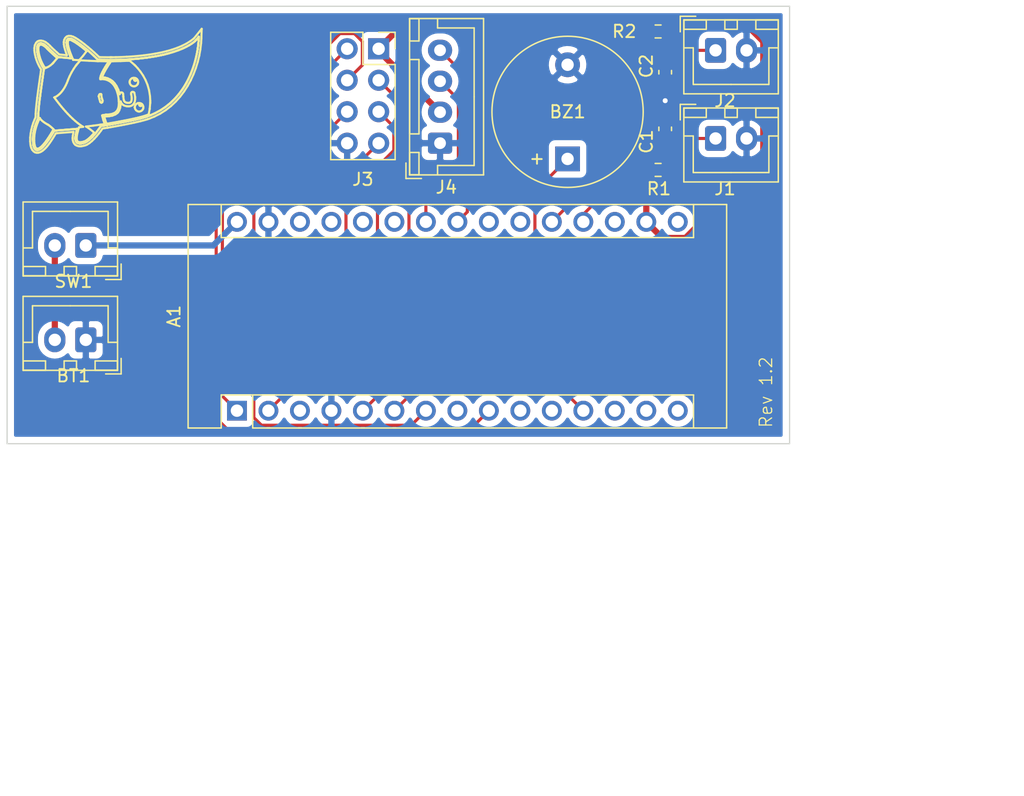
<source format=kicad_pcb>
(kicad_pcb (version 20171130) (host pcbnew 5.1.10)
  (title_block (rev 1))
  (layers (0 Front signal) (31 Back signal) (34 B.Paste user) (35 F.Paste user) (36 B.SilkS user) (37 F.SilkS user) (38 B.Mask user) (39 F.Mask user) (44 Edge.Cuts user))
  (net 0 "")
  (net 1 VCC)
  (net 2 ESP_GPIO2)
  (net 3 ESP_GIO0)
  (net 4 DPY_SCK)
  (net 5 DPY_SDA)
  (net 6 ESP_RST)
  (net 7 ESP_CH_PD)
  (net 8 ADC2)
  (net 9 ADC1)
  (net 10 +3V3)
  (net 11 ESP_TX)
  (net 12 ESP_RX)
  (net 13 "Net-(BT1-Pad2)")
  (net 14 GND)
  (net 15 BUZZ)
  (module Connector_JST:JST_XH_B4B-XH-A_1x04_P2.50mm_Vertical (layer Front) (at 83.693 24.765 90)
    (fp_text reference J4 (at -3.556 0.508 180) (layer F.SilkS))
    (fp_text value DISP_PORT)
    (pad 4 thru_hole oval (at 7.5 0 90) (size 1.7 1.95) (drill 0.95) (layers *.Cu *.Mask) (net 5 DPY_SDA))
    (pad 3 thru_hole oval (at 5 0 90) (size 1.7 1.95) (drill 0.95) (layers *.Cu *.Mask) (net 4 DPY_SCK))
    (pad 2 thru_hole oval (at 2.5 0 90) (size 1.7 1.95) (drill 0.95) (layers *.Cu *.Mask) (net 10 +3V3))
    (pad 1 thru_hole roundrect (at 0 0 90) (size 1.7 1.95) (drill 0.95) (layers *.Cu *.Mask) (roundrect_rratio 0.147059) (net 14 GND))
  )
  (module Connector_JST:JST_XH_B2B-XH-A_1x02_P2.50mm_Vertical (layer Front) (at 55.118 33.02 180)
    (fp_text reference SW1 (at 1 -2.9) (layer F.SilkS))
    (fp_text value SW_SPST)
    (pad 2 thru_hole oval (at 2.5 0 180) (size 1.7 2) (drill 1) (layers *.Cu *.Mask) (net 13 "Net-(BT1-Pad2)"))
    (pad 1 thru_hole roundrect (at 0 0 180) (size 1.7 2) (drill 1) (layers *.Cu *.Mask) (roundrect_rratio 0.147059) (net 1 VCC))
  )
  (module Connector_JST:JST_XH_B2B-XH-A_1x02_P2.50mm_Vertical (layer Front) (at 105.918 17.272)
    (fp_text reference J2 (at 0.762 4.064) (layer F.SilkS))
    (fp_text value PROBE)
    (pad 2 thru_hole oval (at 2.5 0) (size 1.7 2) (drill 1) (layers *.Cu *.Mask) (net 14 GND))
    (pad 1 thru_hole roundrect (at 0 0) (size 1.7 2) (drill 1) (layers *.Cu *.Mask) (roundrect_rratio 0.147059) (net 8 ADC2))
  )
  (module Connector_JST:JST_XH_B2B-XH-A_1x02_P2.50mm_Vertical (layer Front) (at 105.918 24.384)
    (fp_text reference J1 (at 0.762 4.064) (layer F.SilkS))
    (fp_text value PRESET)
    (pad 2 thru_hole oval (at 2.5 0) (size 1.7 2) (drill 1) (layers *.Cu *.Mask) (net 14 GND))
    (pad 1 thru_hole roundrect (at 0 0) (size 1.7 2) (drill 1) (layers *.Cu *.Mask) (roundrect_rratio 0.147059) (net 9 ADC1))
  )
  (module Connector_JST:JST_XH_B2B-XH-A_1x02_P2.50mm_Vertical (layer Front) (at 55.118 40.64 180)
    (fp_text reference BT1 (at 1 -2.9) (layer F.SilkS))
    (fp_text value Battery)
    (pad 2 thru_hole oval (at 2.5 0 180) (size 1.7 2) (drill 1) (layers *.Cu *.Mask) (net 13 "Net-(BT1-Pad2)"))
    (pad 1 thru_hole roundrect (at 0 0 180) (size 1.7 2) (drill 1) (layers *.Cu *.Mask) (roundrect_rratio 0.147059) (net 14 GND))
  )
  (module Module:Arduino_Nano (layer Front) (at 67.31 46.355 90)
    (fp_text reference A1 (at 7.62 -5.08 90) (layer F.SilkS))
    (fp_text value Arduino_Nano_v2.x)
    (pad 16 thru_hole oval (at 15.24 35.56 90) (size 1.6 1.6) (drill 1) (layers *.Cu *.Mask))
    (pad 15 thru_hole oval (at 0 35.56 90) (size 1.6 1.6) (drill 1) (layers *.Cu *.Mask))
    (pad 30 thru_hole oval (at 15.24 0 90) (size 1.6 1.6) (drill 1) (layers *.Cu *.Mask) (net 1 VCC))
    (pad 14 thru_hole oval (at 0 33.02 90) (size 1.6 1.6) (drill 1) (layers *.Cu *.Mask))
    (pad 29 thru_hole oval (at 15.24 2.54 90) (size 1.6 1.6) (drill 1) (layers *.Cu *.Mask) (net 14 GND))
    (pad 13 thru_hole oval (at 0 30.48 90) (size 1.6 1.6) (drill 1) (layers *.Cu *.Mask))
    (pad 28 thru_hole oval (at 15.24 5.08 90) (size 1.6 1.6) (drill 1) (layers *.Cu *.Mask))
    (pad 12 thru_hole oval (at 0 27.94 90) (size 1.6 1.6) (drill 1) (layers *.Cu *.Mask) (net 15 BUZZ))
    (pad 27 thru_hole oval (at 15.24 7.62 90) (size 1.6 1.6) (drill 1) (layers *.Cu *.Mask))
    (pad 11 thru_hole oval (at 0 25.4 90) (size 1.6 1.6) (drill 1) (layers *.Cu *.Mask))
    (pad 26 thru_hole oval (at 15.24 10.16 90) (size 1.6 1.6) (drill 1) (layers *.Cu *.Mask))
    (pad 10 thru_hole oval (at 0 22.86 90) (size 1.6 1.6) (drill 1) (layers *.Cu *.Mask))
    (pad 25 thru_hole oval (at 15.24 12.7 90) (size 1.6 1.6) (drill 1) (layers *.Cu *.Mask))
    (pad 9 thru_hole oval (at 0 20.32 90) (size 1.6 1.6) (drill 1) (layers *.Cu *.Mask) (net 3 ESP_GIO0))
    (pad 24 thru_hole oval (at 15.24 15.24 90) (size 1.6 1.6) (drill 1) (layers *.Cu *.Mask) (net 4 DPY_SCK))
    (pad 8 thru_hole oval (at 0 17.78 90) (size 1.6 1.6) (drill 1) (layers *.Cu *.Mask))
    (pad 23 thru_hole oval (at 15.24 17.78 90) (size 1.6 1.6) (drill 1) (layers *.Cu *.Mask) (net 5 DPY_SDA))
    (pad 7 thru_hole oval (at 0 15.24 90) (size 1.6 1.6) (drill 1) (layers *.Cu *.Mask) (net 2 ESP_GPIO2))
    (pad 22 thru_hole oval (at 15.24 20.32 90) (size 1.6 1.6) (drill 1) (layers *.Cu *.Mask))
    (pad 6 thru_hole oval (at 0 12.7 90) (size 1.6 1.6) (drill 1) (layers *.Cu *.Mask) (net 6 ESP_RST))
    (pad 21 thru_hole oval (at 15.24 22.86 90) (size 1.6 1.6) (drill 1) (layers *.Cu *.Mask))
    (pad 5 thru_hole oval (at 0 10.16 90) (size 1.6 1.6) (drill 1) (layers *.Cu *.Mask) (net 7 ESP_CH_PD))
    (pad 20 thru_hole oval (at 15.24 25.4 90) (size 1.6 1.6) (drill 1) (layers *.Cu *.Mask) (net 8 ADC2))
    (pad 4 thru_hole oval (at 0 7.62 90) (size 1.6 1.6) (drill 1) (layers *.Cu *.Mask) (net 14 GND))
    (pad 19 thru_hole oval (at 15.24 27.94 90) (size 1.6 1.6) (drill 1) (layers *.Cu *.Mask) (net 9 ADC1))
    (pad 3 thru_hole oval (at 0 5.08 90) (size 1.6 1.6) (drill 1) (layers *.Cu *.Mask))
    (pad 18 thru_hole oval (at 15.24 30.48 90) (size 1.6 1.6) (drill 1) (layers *.Cu *.Mask))
    (pad 2 thru_hole oval (at 0 2.54 90) (size 1.6 1.6) (drill 1) (layers *.Cu *.Mask) (net 11 ESP_TX))
    (pad 17 thru_hole oval (at 15.24 33.02 90) (size 1.6 1.6) (drill 1) (layers *.Cu *.Mask) (net 10 +3V3))
    (pad 1 thru_hole rect (at 0 0 90) (size 1.6 1.6) (drill 1) (layers *.Cu *.Mask) (net 12 ESP_RX))
  )
  (module Connector_PinSocket_2.54mm:PinSocket_2x04_P2.54mm_Vertical (layer Front) (at 78.74 17.145)
    (fp_text reference J3 (at -1.27 10.541) (layer F.SilkS))
    (fp_text value ESP-01S)
    (pad 8 thru_hole oval (at -2.54 7.62) (size 1.7 1.7) (drill 1) (layers *.Cu *.Mask) (net 14 GND))
    (pad 7 thru_hole oval (at 0 7.62) (size 1.7 1.7) (drill 1) (layers *.Cu *.Mask) (net 11 ESP_TX))
    (pad 6 thru_hole oval (at -2.54 5.08) (size 1.7 1.7) (drill 1) (layers *.Cu *.Mask) (net 2 ESP_GPIO2))
    (pad 5 thru_hole oval (at 0 5.08) (size 1.7 1.7) (drill 1) (layers *.Cu *.Mask) (net 7 ESP_CH_PD))
    (pad 4 thru_hole oval (at -2.54 2.54) (size 1.7 1.7) (drill 1) (layers *.Cu *.Mask) (net 3 ESP_GIO0))
    (pad 3 thru_hole oval (at 0 2.54) (size 1.7 1.7) (drill 1) (layers *.Cu *.Mask) (net 6 ESP_RST))
    (pad 2 thru_hole oval (at -2.54 0) (size 1.7 1.7) (drill 1) (layers *.Cu *.Mask) (net 12 ESP_RX))
    (pad 1 thru_hole rect (at 0 0) (size 1.7 1.7) (drill 1) (layers *.Cu *.Mask) (net 10 +3V3))
  )
  (module Capacitor_SMD:C_0603_1608Metric (layer Front) (at 101.854 19.037 90)
    (fp_text reference C2 (at 0.495 -1.524 90) (layer F.SilkS))
    (fp_text value "100 nF")
    (pad 2 smd roundrect (at 0.775 0 90) (size 0.9 0.95) (layers Front F.Paste F.Mask) (net 8 ADC2))
    (pad 1 smd roundrect (at -0.775 0 90) (size 0.9 0.95) (layers Front F.Paste F.Mask) (net 14 GND))
  )
  (module Capacitor_SMD:C_0603_1608Metric (layer Front) (at 101.854 23.609 270)
    (fp_text reference C1 (at 1.029 1.524 90) (layer F.SilkS))
    (fp_text value "100 nF")
    (pad 2 smd roundrect (at 0.775 0 270) (size 0.9 0.95) (layers Front F.Paste F.Mask) (net 9 ADC1))
    (pad 1 smd roundrect (at -0.775 0 270) (size 0.9 0.95) (layers Front F.Paste F.Mask) (net 14 GND))
  )
  (module Buzzer_Beeper:Buzzer_12x9.5RM7.6 (layer Front) (at 93.98 26.035 90)
    (fp_text reference BZ1 (at 3.8 0 180) (layer F.SilkS))
    (fp_text value Buzzer)
    (fp_text user + (at -0.01 -2.54 90) (layer F.SilkS))
    (pad 2 thru_hole circle (at 7.6 0 90) (size 2 2) (drill 1) (layers *.Cu *.Mask) (net 14 GND))
    (pad 1 thru_hole rect (at 0 0 90) (size 2 2) (drill 1) (layers *.Cu *.Mask) (net 15 BUZZ))
  )
  (module Resistor_SMD:R_0603_1608Metric (layer Front) (at 101.283 15.748)
    (fp_text reference R2 (at -2.731 0) (layer F.SilkS))
    (fp_text value 100K)
    (pad 2 smd roundrect (at 0.825 0) (size 0.8 0.95) (layers Front F.Paste F.Mask) (net 8 ADC2))
    (pad 1 smd roundrect (at -0.825 0) (size 0.8 0.95) (layers Front F.Paste F.Mask) (net 10 +3V3))
  )
  (module Resistor_SMD:R_0603_1608Metric (layer Front) (at 101.283 26.924)
    (fp_text reference R1 (at 0.063 1.524) (layer F.SilkS))
    (fp_text value 10K)
    (pad 2 smd roundrect (at 0.825 0) (size 0.8 0.95) (layers Front F.Paste F.Mask) (net 9 ADC1))
    (pad 1 smd roundrect (at -0.825 0) (size 0.8 0.95) (layers Front F.Paste F.Mask) (net 10 +3V3))
  )
  (gr_text "Rev 1.2" (at 109.982 47.8155 90) (layer F.SilkS) (effects (font (size 1 1) (thickness 0.1)) (justify left)))
  (gr_line (start 54.05754 16.386973) (end 54.086673 16.403119) (layer F.SilkS) (width 0.169))
  (gr_line (start 53.965642 16.34649) (end 54.05754 16.386973) (layer F.SilkS) (width 0.169))
  (gr_line (start 56.1053 18.034255) (end 56.070524 17.999766) (layer F.SilkS) (width 0.169))
  (gr_line (start 51.092552 25.29534) (end 51.115192 25.304362) (layer F.SilkS) (width 0.169))
  (gr_line (start 57.827631 20.713321) (end 57.848652 20.806921) (layer F.SilkS) (width 0.169))
  (gr_line (start 57.736722 20.438826) (end 57.827631 20.713321) (layer F.SilkS) (width 0.169))
  (gr_line (start 54.175125 16.454053) (end 54.093238 16.406993) (layer F.SilkS) (width 0.169))
  (gr_line (start 56.490243 23.573503) (end 56.55705 23.563701) (layer F.SilkS) (width 0.169))
  (gr_line (start 56.46796 23.576675) (end 56.490243 23.573503) (layer F.SilkS) (width 0.169))
  (gr_line (start 54.3477 24.66198) (end 54.306373 24.582719) (layer F.SilkS) (width 0.169))
  (gr_line (start 54.389534 24.710782) (end 54.3477 24.66198) (layer F.SilkS) (width 0.169))
  (gr_line (start 53.495419 20.106766) (end 53.406201 20.271451) (layer F.SilkS) (width 0.169))
  (gr_line (start 53.581818 19.921764) (end 53.495419 20.106766) (layer F.SilkS) (width 0.169))
  (gr_line (start 50.844924 24.458933) (end 50.844924 24.495333) (layer F.SilkS) (width 0.169))
  (gr_line (start 51.301178 25.310862) (end 51.204695 25.322783) (layer F.SilkS) (width 0.169))
  (gr_line (start 51.404717 25.268533) (end 51.301178 25.310862) (layer F.SilkS) (width 0.169))
  (gr_line (start 55.529634 17.492376) (end 55.324754 17.311468) (layer F.SilkS) (width 0.169))
  (gr_line (start 55.769718 17.711998) (end 55.529634 17.492376) (layer F.SilkS) (width 0.169))
  (gr_line (start 58.652754 19.807793) (end 58.667925 19.732042) (layer F.SilkS) (width 0.169))
  (gr_line (start 58.652754 19.833117) (end 58.652754 19.807793) (layer F.SilkS) (width 0.169))
  (gr_line (start 56.803686 23.198635) (end 56.803686 23.198635) (layer F.SilkS) (width 0.169))
  (gr_line (start 56.801632 23.198635) (end 56.803686 23.198635) (layer F.SilkS) (width 0.169))
  (gr_line (start 56.795288 23.200182) (end 56.801632 23.198635) (layer F.SilkS) (width 0.169))
  (gr_line (start 56.793884 23.200546) (end 56.795288 23.200182) (layer F.SilkS) (width 0.169))
  (gr_line (start 56.780338 23.170217) (end 56.793884 23.200546) (layer F.SilkS) (width 0.169))
  (gr_line (start 56.761851 23.126134) (end 56.780338 23.170217) (layer F.SilkS) (width 0.169))
  (gr_line (start 56.617695 22.67116) (end 56.761851 23.126134) (layer F.SilkS) (width 0.169))
  (gr_line (start 56.607399 22.624464) (end 56.617695 22.67116) (layer F.SilkS) (width 0.169))
  (gr_line (start 56.619398 22.622202) (end 56.607399 22.624464) (layer F.SilkS) (width 0.169))
  (gr_line (start 56.740909 22.606901) (end 56.619398 22.622202) (layer F.SilkS) (width 0.169))
  (gr_line (start 56.752895 22.605783) (end 56.740909 22.606901) (layer F.SilkS) (width 0.169))
  (gr_line (start 56.817375 22.602871) (end 56.752895 22.605783) (layer F.SilkS) (width 0.169))
  (gr_line (start 57.010334 22.586998) (end 56.817375 22.602871) (layer F.SilkS) (width 0.169))
  (gr_line (start 57.26607 22.54038) (end 57.010334 22.586998) (layer F.SilkS) (width 0.169))
  (gr_line (start 51.937916 18.663455) (end 52.001746 18.640328) (layer F.SilkS) (width 0.169))
  (gr_line (start 51.916622 18.671203) (end 51.937916 18.663455) (layer F.SilkS) (width 0.169))
  (gr_line (start 52.514206 23.645653) (end 52.514206 23.645653) (layer F.SilkS) (width 0.169))
  (gr_line (start 52.513868 23.645237) (end 52.514206 23.645653) (layer F.SilkS) (width 0.169))
  (gr_line (start 57.502631 22.446871) (end 57.26607 22.54038) (layer F.SilkS) (width 0.169))
  (gr_line (start 57.660893 22.334512) (end 57.502631 22.446871) (layer F.SilkS) (width 0.169))
  (gr_line (start 52.5095 23.640869) (end 52.513868 23.645237) (layer F.SilkS) (width 0.169))
  (gr_line (start 52.508915 23.640362) (end 52.5095 23.640869) (layer F.SilkS) (width 0.169))
  (gr_line (start 52.5095 23.640869) (end 52.508915 23.640362) (layer F.SilkS) (width 0.169))
  (gr_line (start 52.513868 23.645315) (end 52.5095 23.640869) (layer F.SilkS) (width 0.169))
  (gr_line (start 55.182417 17.331423) (end 55.119432 17.277693) (layer F.SilkS) (width 0.169))
  (gr_line (start 51.916622 18.671203) (end 51.916622 18.671203) (layer F.SilkS) (width 0.169))
  (gr_line (start 54.282466 24.225349) (end 54.309545 24.051825) (layer F.SilkS) (width 0.169))
  (gr_line (start 54.273509 24.333457) (end 54.282466 24.225349) (layer F.SilkS) (width 0.169))
  (gr_line (start 51.655377 19.35915) (end 51.740154 18.762125) (layer F.SilkS) (width 0.169))
  (gr_line (start 51.633726 19.511783) (end 51.655377 19.35915) (layer F.SilkS) (width 0.169))
  (gr_line (start 63.89048 16.555544) (end 63.78232 16.640941) (layer F.SilkS) (width 0.169))
  (gr_line (start 63.96471 16.489582) (end 63.89048 16.555544) (layer F.SilkS) (width 0.169))
  (gr_line (start 64.008 16.4465) (end 63.96471 16.489582) (layer F.SilkS) (width 0.169))
  (gr_line (start 64.02178 16.431407) (end 64.008 16.4465) (layer F.SilkS) (width 0.169))
  (gr_line (start 51.568838 19.969942) (end 51.633726 19.511783) (layer F.SilkS) (width 0.169))
  (gr_line (start 51.493725 20.507647) (end 51.568838 19.969942) (layer F.SilkS) (width 0.169))
  (gr_line (start 51.193056 16.999793) (end 51.182478 17.10898) (layer F.SilkS) (width 0.169))
  (gr_line (start 51.224654 16.882091) (end 51.193056 16.999793) (layer F.SilkS) (width 0.169))
  (gr_line (start 51.277128 16.792599) (end 51.224654 16.882091) (layer F.SilkS) (width 0.169))
  (gr_line (start 51.329885 16.742991) (end 51.277128 16.792599) (layer F.SilkS) (width 0.169))
  (gr_line (start 51.643741 16.733332) (end 51.73409 16.776999) (layer F.SilkS) (width 0.169))
  (gr_line (start 51.535408 16.702508) (end 51.643741 16.733332) (layer F.SilkS) (width 0.169))
  (gr_line (start 51.857656 16.998389) (end 51.732326 16.903112) (layer F.SilkS) (width 0.169))
  (gr_line (start 51.972197 17.106367) (end 51.857656 16.998389) (layer F.SilkS) (width 0.169))
  (gr_line (start 51.430176 20.979925) (end 51.493725 20.507647) (layer F.SilkS) (width 0.169))
  (gr_line (start 51.378126 21.39456) (end 51.430176 20.979925) (layer F.SilkS) (width 0.169))
  (gr_line (start 56.648804 18.96222) (end 56.510848 19.240733) (layer F.SilkS) (width 0.169))
  (gr_line (start 56.853827 18.613301) (end 56.648804 18.96222) (layer F.SilkS) (width 0.169))
  (gr_line (start 50.96426 25.165782) (end 50.913549 25.046793) (layer F.SilkS) (width 0.169))
  (gr_line (start 51.031544 25.2514) (end 50.96426 25.165782) (layer F.SilkS) (width 0.169))
  (gr_line (start 52.720516 17.811734) (end 52.612317 17.715469) (layer F.SilkS) (width 0.169))
  (gr_line (start 52.793173 17.87585) (end 52.720516 17.811734) (layer F.SilkS) (width 0.169))
  (gr_line (start 59.932656 19.659189) (end 59.739333 19.303991) (layer F.SilkS) (width 0.169))
  (gr_line (start 60.096274 20.054364) (end 59.932656 19.659189) (layer F.SilkS) (width 0.169))
  (gr_line (start 56.458939 19.012427) (end 56.555425 18.832442) (layer F.SilkS) (width 0.169))
  (gr_line (start 56.38424 19.170559) (end 56.458939 19.012427) (layer F.SilkS) (width 0.169))
  (gr_line (start 64.22653 16.178193) (end 64.21522 16.501867) (layer F.SilkS) (width 0.169))
  (gr_line (start 64.22653 16.178193) (end 64.22653 16.178193) (layer F.SilkS) (width 0.169))
  (gr_line (start 59.022747 20.177721) (end 58.997436 20.177721) (layer F.SilkS) (width 0.169))
  (gr_line (start 59.098498 20.162549) (end 59.022747 20.177721) (layer F.SilkS) (width 0.169))
  (gr_line (start 59.188913 20.119598) (end 59.098498 20.162549) (layer F.SilkS) (width 0.169))
  (gr_line (start 59.263182 20.052518) (end 59.188913 20.119598) (layer F.SilkS) (width 0.169))
  (gr_line (start 51.350267 16.731655) (end 51.329885 16.742991) (layer F.SilkS) (width 0.169))
  (gr_line (start 51.370016 16.720644) (end 51.350267 16.731655) (layer F.SilkS) (width 0.169))
  (gr_line (start 52.122633 24.483334) (end 52.262643 24.272668) (layer F.SilkS) (width 0.169))
  (gr_line (start 55.324754 17.311468) (end 55.255425 17.252357) (layer F.SilkS) (width 0.169))
  (gr_line (start 54.266307 23.621525) (end 54.420058 23.606367) (layer F.SilkS) (width 0.169))
  (gr_line (start 51.204271 25.322991) (end 51.300756 25.311083) (layer F.SilkS) (width 0.169))
  (gr_line (start 51.437653 16.702171) (end 51.535408 16.702508) (layer F.SilkS) (width 0.169))
  (gr_line (start 51.37058 16.721203) (end 51.437653 16.702171) (layer F.SilkS) (width 0.169))
  (gr_line (start 58.85467 20.631992) (end 58.867384 20.62834) (layer F.SilkS) (width 0.169))
  (gr_line (start 58.819336 20.653157) (end 58.85467 20.631992) (layer F.SilkS) (width 0.169))
  (gr_line (start 57.702584 22.2874) (end 57.660893 22.334512) (layer F.SilkS) (width 0.169))
  (gr_line (start 57.735513 22.250155) (end 57.702584 22.2874) (layer F.SilkS) (width 0.169))
  (gr_line (start 57.814358 22.121026) (end 57.735513 22.250155) (layer F.SilkS) (width 0.169))
  (gr_line (start 57.888575 21.916692) (end 57.814358 22.121026) (layer F.SilkS) (width 0.169))
  (gr_line (start 57.925664 21.67315) (end 57.888575 21.916692) (layer F.SilkS) (width 0.169))
  (gr_line (start 57.930175 21.459885) (end 57.925664 21.67315) (layer F.SilkS) (width 0.169))
  (gr_line (start 51.337642 21.759353) (end 51.378126 21.39456) (layer F.SilkS) (width 0.169))
  (gr_line (start 51.308726 22.082026) (end 51.337642 21.759353) (layer F.SilkS) (width 0.169))
  (gr_line (start 57.926015 21.389217) (end 57.930175 21.459885) (layer F.SilkS) (width 0.169))
  (gr_line (start 57.932307 21.408873) (end 57.926015 21.389217) (layer F.SilkS) (width 0.169))
  (gr_line (start 57.955707 21.466658) (end 57.932307 21.408873) (layer F.SilkS) (width 0.169))
  (gr_line (start 57.995552 21.539848) (end 57.955707 21.466658) (layer F.SilkS) (width 0.169))
  (gr_line (start 58.047409 21.607071) (end 57.995552 21.539848) (layer F.SilkS) (width 0.169))
  (gr_line (start 58.112785 21.666533) (end 58.047409 21.607071) (layer F.SilkS) (width 0.169))
  (gr_line (start 52.577061 23.753982) (end 52.729395 23.744687) (layer F.SilkS) (width 0.169))
  (gr_line (start 58.785432 20.692937) (end 58.819336 20.653157) (layer F.SilkS) (width 0.169))
  (gr_line (start 58.768493 20.742441) (end 58.785432 20.692937) (layer F.SilkS) (width 0.169))
  (gr_line (start 55.965082 17.897287) (end 55.769718 17.711998) (layer F.SilkS) (width 0.169))
  (gr_line (start 56.070524 17.999766) (end 55.965082 17.897287) (layer F.SilkS) (width 0.169))
  (gr_line (start 54.669957 24.689423) (end 54.795082 24.674407) (layer F.SilkS) (width 0.169))
  (gr_line (start 54.541231 24.675253) (end 54.669957 24.689423) (layer F.SilkS) (width 0.169))
  (gr_line (start 58.193606 21.716323) (end 58.112785 21.666533) (layer F.SilkS) (width 0.169))
  (gr_line (start 58.291575 21.754842) (end 58.193606 21.716323) (layer F.SilkS) (width 0.169))
  (gr_line (start 54.381552 24.349265) (end 54.396723 24.510634) (layer F.SilkS) (width 0.169))
  (gr_line (start 54.405108 24.128005) (end 54.381552 24.349265) (layer F.SilkS) (width 0.169))
  (gr_line (start 56.1053 18.034255) (end 56.070524 17.999766) (layer F.SilkS) (width 0.169))
  (gr_line (start 56.194506 18.036725) (end 56.1053 18.034255) (layer F.SilkS) (width 0.169))
  (gr_line (start 54.569311 23.484219) (end 54.542011 23.572866) (layer F.SilkS) (width 0.169))
  (gr_line (start 54.597027 23.481112) (end 54.569311 23.484219) (layer F.SilkS) (width 0.169))
  (gr_line (start 60.345757 22.506034) (end 60.691622 22.351568) (layer F.SilkS) (width 0.169))
  (gr_line (start 60.227808 22.550767) (end 60.345757 22.506034) (layer F.SilkS) (width 0.169))
  (gr_line (start 64.22653 16.178635) (end 64.22653 16.178193) (layer F.SilkS) (width 0.169))
  (gr_line (start 64.21522 16.501867) (end 64.22653 16.178635) (layer F.SilkS) (width 0.169))
  (gr_line (start 55.399504 24.49489) (end 55.633036 24.275555) (layer F.SilkS) (width 0.169))
  (gr_line (start 55.185459 24.648655) (end 55.399504 24.49489) (layer F.SilkS) (width 0.169))
  (gr_line (start 58.065804 23.080491) (end 57.8538 23.1207) (layer F.SilkS) (width 0.169))
  (gr_line (start 58.284724 23.038124) (end 58.065804 23.080491) (layer F.SilkS) (width 0.169))
  (gr_line (start 57.064206 18.046878) (end 56.194506 18.036725) (layer F.SilkS) (width 0.169))
  (gr_line (start 57.148004 18.046527) (end 57.064206 18.046878) (layer F.SilkS) (width 0.169))
  (gr_line (start 51.886855 25.146658) (end 51.999562 25.018726) (layer F.SilkS) (width 0.169))
  (gr_line (start 51.770694 25.262255) (end 51.886855 25.146658) (layer F.SilkS) (width 0.169))
  (gr_line (start 64.023339 16.429574) (end 64.02178 16.431407) (layer F.SilkS) (width 0.169))
  (gr_line (start 64.22653 16.178193) (end 64.023339 16.429574) (layer F.SilkS) (width 0.169))
  (gr_line (start 58.408444 21.780153) (end 58.291575 21.754842) (layer F.SilkS) (width 0.169))
  (gr_line (start 58.51156 21.790033) (end 58.408444 21.780153) (layer F.SilkS) (width 0.169))
  (gr_line (start 51.193056 16.999793) (end 51.182478 17.10898) (layer F.SilkS) (width 0.169))
  (gr_line (start 56.819559 23.306184) (end 56.819897 23.306132) (layer F.SilkS) (width 0.169))
  (gr_line (start 56.806858 23.307965) (end 56.819559 23.306184) (layer F.SilkS) (width 0.169))
  (gr_line (start 51.534773 16.702028) (end 51.437089 16.701612) (layer F.SilkS) (width 0.169))
  (gr_line (start 52.785958 17.726194) (end 52.678617 17.630696) (layer F.SilkS) (width 0.169))
  (gr_line (start 52.858615 17.790362) (end 52.785958 17.726194) (layer F.SilkS) (width 0.169))
  (gr_line (start 53.347454 16.795901) (end 53.384764 17.003536) (layer F.SilkS) (width 0.169))
  (gr_line (start 53.339979 16.602942) (end 53.347454 16.795901) (layer F.SilkS) (width 0.169))
  (gr_line (start 51.554873 25.165353) (end 51.515096 25.196033) (layer F.SilkS) (width 0.169))
  (gr_line (start 51.664687 25.061184) (end 51.554873 25.165353) (layer F.SilkS) (width 0.169))
  (gr_line (start 51.643176 16.732773) (end 51.534773 16.702028) (layer F.SilkS) (width 0.169))
  (gr_line (start 51.733524 16.77644) (end 51.643176 16.732773) (layer F.SilkS) (width 0.169))
  (gr_line (start 56.435097 23.626049) (end 56.46796 23.576675) (layer F.SilkS) (width 0.169))
  (gr_line (start 56.331916 23.771558) (end 56.435097 23.626049) (layer F.SilkS) (width 0.169))
  (gr_line (start 55.04242 24.721364) (end 54.991915 24.736119) (layer F.SilkS) (width 0.169))
  (gr_line (start 55.185732 24.649071) (end 55.04242 24.721364) (layer F.SilkS) (width 0.169))
  (gr_line (start 59.335397 19.765815) (end 59.340493 19.86585) (layer F.SilkS) (width 0.169))
  (gr_line (start 59.301909 19.671527) (end 59.335397 19.765815) (layer F.SilkS) (width 0.169))
  (gr_line (start 57.91425 18.032149) (end 57.280175 18.045825) (layer F.SilkS) (width 0.169))
  (gr_line (start 58.526576 18.004849) (end 57.91425 18.032149) (layer F.SilkS) (width 0.169))
  (gr_line (start 51.285661 22.632134) (end 51.285661 22.566692) (layer F.SilkS) (width 0.169))
  (gr_line (start 51.285661 22.660994) (end 51.285661 22.632134) (layer F.SilkS) (width 0.169))
  (gr_line (start 51.285732 22.665999) (end 51.285661 22.660994) (layer F.SilkS) (width 0.169))
  (gr_line (start 51.291728 22.715789) (end 51.285732 22.665999) (layer F.SilkS) (width 0.169))
  (gr_line (start 56.153322 17.775334) (end 56.018615 17.645282) (layer F.SilkS) (width 0.169))
  (gr_line (start 56.197132 17.819846) (end 56.153322 17.775334) (layer F.SilkS) (width 0.169))
  (gr_line (start 56.171808 23.982509) (end 56.331916 23.771558) (layer F.SilkS) (width 0.169))
  (gr_line (start 55.993929 24.197971) (end 56.171808 23.982509) (layer F.SilkS) (width 0.169))
  (gr_line (start 53.644816 19.767441) (end 53.581818 19.921764) (layer F.SilkS) (width 0.169))
  (gr_line (start 53.663848 19.715336) (end 53.644816 19.767441) (layer F.SilkS) (width 0.169))
  (gr_line (start 52.882795 17.811734) (end 52.858615 17.790362) (layer F.SilkS) (width 0.169))
  (gr_line (start 52.970545 17.82099) (end 52.882795 17.811734) (layer F.SilkS) (width 0.169))
  (gr_line (start 52.514206 23.645653) (end 52.513868 23.645315) (layer F.SilkS) (width 0.169))
  (gr_line (start 51.449009 25.110259) (end 51.449009 25.110259) (layer F.SilkS) (width 0.169))
  (gr_line (start 58.545907 21.790592) (end 58.51156 21.790033) (layer F.SilkS) (width 0.169))
  (gr_line (start 58.584686 21.791151) (end 58.545907 21.790592) (layer F.SilkS) (width 0.169))
  (gr_line (start 58.701413 21.775148) (end 58.584686 21.791151) (layer F.SilkS) (width 0.169))
  (gr_line (start 58.821949 21.730987) (end 58.701413 21.775148) (layer F.SilkS) (width 0.169))
  (gr_line (start 53.842363 17.903423) (end 52.970545 17.82099) (layer F.SilkS) (width 0.169))
  (gr_line (start 53.928333 17.910612) (end 53.842363 17.903423) (layer F.SilkS) (width 0.169))
  (gr_line (start 53.912317 17.872821) (end 53.928333 17.910612) (layer F.SilkS) (width 0.169))
  (gr_line (start 53.865283 17.75898) (end 53.912317 17.872821) (layer F.SilkS) (width 0.169))
  (gr_line (start 58.911454 21.669705) (end 58.821949 21.730987) (layer F.SilkS) (width 0.169))
  (gr_line (start 58.960048 21.620903) (end 58.911454 21.669705) (layer F.SilkS) (width 0.169))
  (gr_line (start 51.818655 24.889519) (end 51.973042 24.692868) (layer F.SilkS) (width 0.169))
  (gr_line (start 64.00865 16.44663) (end 64.02243 16.431537) (layer F.SilkS) (width 0.169))
  (gr_line (start 63.9651 16.489725) (end 64.00865 16.44663) (layer F.SilkS) (width 0.169))
  (gr_line (start 53.695165 19.630278) (end 53.663848 19.715336) (layer F.SilkS) (width 0.169))
  (gr_line (start 53.802025 19.379885) (end 53.695165 19.630278) (layer F.SilkS) (width 0.169))
  (gr_line (start 53.96472 19.056302) (end 53.802025 19.379885) (layer F.SilkS) (width 0.169))
  (gr_line (start 54.15127 18.745823) (end 53.96472 19.056302) (layer F.SilkS) (width 0.169))
  (gr_line (start 52.19711 23.359874) (end 52.120306 23.303805) (layer F.SilkS) (width 0.169))
  (gr_line (start 52.275188 23.423548) (end 52.19711 23.359874) (layer F.SilkS) (width 0.169))
  (gr_line (start 63.78804 16.351834) (end 63.565207 16.51943) (layer F.SilkS) (width 0.169))
  (gr_line (start 63.85733 16.290487) (end 63.78804 16.351834) (layer F.SilkS) (width 0.169))
  (gr_line (start 54.305814 18.52169) (end 54.15127 18.745823) (layer F.SilkS) (width 0.169))
  (gr_line (start 54.360895 18.449826) (end 54.305814 18.52169) (layer F.SilkS) (width 0.169))
  (gr_line (start 56.803686 23.198635) (end 56.803686 23.198635) (layer F.SilkS) (width 0.169))
  (gr_line (start 59.533816 21.761732) (end 59.533816 21.761732) (layer F.SilkS) (width 0.169))
  (gr_line (start 60.699734 17.7592) (end 60.052061 17.860133) (layer F.SilkS) (width 0.169))
  (gr_line (start 60.053257 22.615507) (end 60.053257 22.615507) (layer F.SilkS) (width 0.169))
  (gr_line (start 60.228172 22.550767) (end 60.053257 22.615507) (layer F.SilkS) (width 0.169))
  (gr_line (start 55.804272 24.406608) (end 55.993929 24.197971) (layer F.SilkS) (width 0.169))
  (gr_line (start 55.609259 24.596967) (end 55.804272 24.406608) (layer F.SilkS) (width 0.169))
  (gr_line (start 51.819077 24.889519) (end 51.664687 25.061184) (layer F.SilkS) (width 0.169))
  (gr_line (start 51.973471 24.692868) (end 51.819077 24.889519) (layer F.SilkS) (width 0.169))
  (gr_line (start 54.36434 18.445302) (end 54.360895 18.449826) (layer F.SilkS) (width 0.169))
  (gr_line (start 54.378393 18.428805) (end 54.36434 18.445302) (layer F.SilkS) (width 0.169))
  (gr_line (start 50.872783 24.857773) (end 50.878353 24.893744) (layer F.SilkS) (width 0.169))
  (gr_line (start 64.46586 15.536305) (end 64.46586 15.536305) (layer F.SilkS) (width 0.169))
  (gr_line (start 64.44311 16.185668) (end 64.46586 15.536305) (layer F.SilkS) (width 0.169))
  (gr_line (start 54.415911 18.384449) (end 54.378393 18.428805) (layer F.SilkS) (width 0.169))
  (gr_line (start 54.466611 18.324844) (end 54.415911 18.384449) (layer F.SilkS) (width 0.169))
  (gr_line (start 64.44103 16.310585) (end 64.44311 16.185668) (layer F.SilkS) (width 0.169))
  (gr_line (start 64.41815 16.685089) (end 64.44103 16.310585) (layer F.SilkS) (width 0.169))
  (gr_line (start 56.937118 18.216775) (end 56.978588 18.154791) (layer F.SilkS) (width 0.169))
  (gr_line (start 56.814826 18.404326) (end 56.937118 18.216775) (layer F.SilkS) (width 0.169))
  (gr_line (start 54.273509 24.369571) (end 54.273509 24.333457) (layer F.SilkS) (width 0.169))
  (gr_line (start 54.273509 24.398496) (end 54.273509 24.369571) (layer F.SilkS) (width 0.169))
  (gr_line (start 54.251565 16.24435) (end 54.109163 16.171641) (layer F.SilkS) (width 0.169))
  (gr_line (start 54.295999 16.273275) (end 54.251565 16.24435) (layer F.SilkS) (width 0.169))
  (gr_line (start 64.36056 17.190932) (end 64.41815 16.685089) (layer F.SilkS) (width 0.169))
  (gr_line (start 64.27047 17.699375) (end 64.36056 17.190932) (layer F.SilkS) (width 0.169))
  (gr_line (start 64.14775 18.206557) (end 64.27047 17.699375) (layer F.SilkS) (width 0.169))
  (gr_line (start 63.9924 18.708734) (end 64.14775 18.206557) (layer F.SilkS) (width 0.169))
  (gr_line (start 58.768272 20.783651) (end 58.768493 20.742441) (layer F.SilkS) (width 0.169))
  (gr_line (start 58.771522 20.796469) (end 58.768272 20.783651) (layer F.SilkS) (width 0.169))
  (gr_line (start 52.049495 17.031682) (end 51.925787 16.915176) (layer F.SilkS) (width 0.169))
  (gr_line (start 59.612999 22.746976) (end 59.564067 22.760301) (layer F.SilkS) (width 0.169))
  (gr_line (start 59.690739 22.724889) (end 59.612999 22.746976) (layer F.SilkS) (width 0.169))
  (gr_line (start 61.130241 22.115657) (end 60.692038 22.351568) (layer F.SilkS) (width 0.169))
  (gr_line (start 61.542563 21.843268) (end 61.130241 22.115657) (layer F.SilkS) (width 0.169))
  (gr_line (start 59.366363 17.939602) (end 58.825615 17.985869) (layer F.SilkS) (width 0.169))
  (gr_line (start 60.052061 17.860133) (end 59.366363 17.939602) (layer F.SilkS) (width 0.169))
  (gr_line (start 60.699734 17.7592) (end 60.052061 17.860133) (layer F.SilkS) (width 0.169))
  (gr_line (start 61.156047 17.671178) (end 60.699734 17.7592) (layer F.SilkS) (width 0.169))
  (gr_line (start 55.414883 24.757621) (end 55.609259 24.596967) (layer F.SilkS) (width 0.169))
  (gr_line (start 55.227488 24.877234) (end 55.414883 24.757621) (layer F.SilkS) (width 0.169))
  (gr_line (start 54.467534 23.841446) (end 54.405108 24.128005) (layer F.SilkS) (width 0.169))
  (gr_line (start 54.542011 23.572866) (end 54.467534 23.841446) (layer F.SilkS) (width 0.169))
  (gr_line (start 54.851281 23.413694) (end 54.906999 23.446974) (layer F.SilkS) (width 0.169))
  (gr_line (start 54.689002 23.305768) (end 54.851281 23.413694) (layer F.SilkS) (width 0.169))
  (gr_line (start 61.307068 17.63704) (end 61.156047 17.671178) (layer F.SilkS) (width 0.169))
  (gr_line (start 61.421389 17.611157) (end 61.307068 17.63704) (layer F.SilkS) (width 0.169))
  (gr_line (start 58.775409 20.809885) (end 58.771522 20.796469) (layer F.SilkS) (width 0.169))
  (gr_line (start 58.785211 20.85064) (end 58.775409 20.809885) (layer F.SilkS) (width 0.169))
  (gr_line (start 58.799602 20.922933) (end 58.785211 20.85064) (layer F.SilkS) (width 0.169))
  (gr_line (start 58.811939 21.007862) (end 58.799602 20.922933) (layer F.SilkS) (width 0.169))
  (gr_line (start 51.554451 25.165353) (end 51.664264 25.061184) (layer F.SilkS) (width 0.169))
  (gr_line (start 56.773058 23.312762) (end 56.806858 23.307965) (layer F.SilkS) (width 0.169))
  (gr_line (start 56.723216 23.320094) (end 56.773058 23.312762) (layer F.SilkS) (width 0.169))
  (gr_line (start 57.018238 23.272059) (end 56.920413 23.28905) (layer F.SilkS) (width 0.169))
  (gr_line (start 57.143857 23.249985) (end 57.018238 23.272059) (layer F.SilkS) (width 0.169))
  (gr_line (start 56.7735 23.312905) (end 56.723632 23.320315) (layer F.SilkS) (width 0.169))
  (gr_line (start 56.807274 23.307887) (end 56.7735 23.312905) (layer F.SilkS) (width 0.169))
  (gr_line (start 51.89017 23.17114) (end 51.794672 23.10978) (layer F.SilkS) (width 0.169))
  (gr_line (start 51.97728 23.222412) (end 51.89017 23.17114) (layer F.SilkS) (width 0.169))
  (gr_line (start 54.961092 17.00875) (end 54.683906 16.794978) (layer F.SilkS) (width 0.169))
  (gr_line (start 55.182833 17.190373) (end 54.961092 17.00875) (layer F.SilkS) (width 0.169))
  (gr_line (start 50.873206 24.857773) (end 50.845346 24.495333) (layer F.SilkS) (width 0.169))
  (gr_line (start 50.878778 24.893744) (end 50.873206 24.857773) (layer F.SilkS) (width 0.169))
  (gr_line (start 52.031295 23.252026) (end 51.97728 23.222412) (layer F.SilkS) (width 0.169))
  (gr_line (start 52.049573 23.261334) (end 52.031295 23.252026) (layer F.SilkS) (width 0.169))
  (gr_line (start 56.287118 19.497314) (end 56.298467 19.424462) (layer F.SilkS) (width 0.169))
  (gr_line (start 56.286624 19.52165) (end 56.287118 19.497314) (layer F.SilkS) (width 0.169))
  (gr_line (start 51.633726 19.511847) (end 51.568768 19.970006) (layer F.SilkS) (width 0.169))
  (gr_line (start 56.45175 19.394978) (end 56.440466 19.448239) (layer F.SilkS) (width 0.169))
  (gr_line (start 56.510848 19.240733) (end 56.45175 19.394978) (layer F.SilkS) (width 0.169))
  (gr_line (start 57.150825 18.046527) (end 57.148004 18.046527) (layer F.SilkS) (width 0.169))
  (gr_line (start 51.493655 20.507726) (end 51.430106 20.980055) (layer F.SilkS) (width 0.169))
  (gr_line (start 57.595165 20.148666) (end 57.736722 20.438826) (layer F.SilkS) (width 0.169))
  (gr_line (start 57.438593 19.927835) (end 57.595165 20.148666) (layer F.SilkS) (width 0.169))
  (gr_line (start 51.073933 23.231434) (end 51.148693 23.03685) (layer F.SilkS) (width 0.169))
  (gr_line (start 51.003121 23.446623) (end 51.073933 23.231434) (layer F.SilkS) (width 0.169))
  (gr_line (start 50.940562 23.679726) (end 51.003121 23.446623) (layer F.SilkS) (width 0.169))
  (gr_line (start 50.890555 23.927909) (end 50.940562 23.679726) (layer F.SilkS) (width 0.169))
  (gr_line (start 54.056552 24.410976) (end 54.07002 24.534398) (layer F.SilkS) (width 0.169))
  (gr_line (start 54.056552 24.369857) (end 54.056552 24.410976) (layer F.SilkS) (width 0.169))
  (gr_line (start 54.056552 24.312228) (end 54.056552 24.369857) (layer F.SilkS) (width 0.169))
  (gr_line (start 54.074895 24.139574) (end 54.056552 24.312228) (layer F.SilkS) (width 0.169))
  (gr_line (start 54.118263 23.905341) (end 54.074895 24.139574) (layer F.SilkS) (width 0.169))
  (gr_line (start 54.130834 23.852171) (end 54.118263 23.905341) (layer F.SilkS) (width 0.169))
  (gr_line (start 55.9519 18.136955) (end 55.386881 18.114387) (layer F.SilkS) (width 0.169))
  (gr_line (start 56.058968 18.140114) (end 55.9519 18.136955) (layer F.SilkS) (width 0.169))
  (gr_line (start 56.497081 19.447953) (end 56.666926 19.46805) (layer F.SilkS) (width 0.169))
  (gr_line (start 56.440466 19.448239) (end 56.497081 19.447953) (layer F.SilkS) (width 0.169))
  (gr_line (start 51.235164 23.109208) (end 51.146296 23.349994) (layer F.SilkS) (width 0.169))
  (gr_line (start 51.325088 22.901078) (end 51.235164 23.109208) (layer F.SilkS) (width 0.169))
  (gr_line (start 52.116991 18.585793) (end 52.265737 18.486499) (layer F.SilkS) (width 0.169))
  (gr_line (start 52.001746 18.640328) (end 52.116991 18.585793) (layer F.SilkS) (width 0.169))
  (gr_line (start 51.193339 17.324091) (end 51.183184 17.16215) (layer F.SilkS) (width 0.169))
  (gr_line (start 51.195242 17.34025) (end 51.193339 17.324091) (layer F.SilkS) (width 0.169))
  (gr_line (start 64.02412 16.429717) (end 64.22718 16.178349) (layer F.SilkS) (width 0.169))
  (gr_line (start 64.02243 16.431537) (end 64.02412 16.429717) (layer F.SilkS) (width 0.169))
  (gr_line (start 53.315291 20.416881) (end 53.224097 20.544191) (layer F.SilkS) (width 0.169))
  (gr_line (start 53.406201 20.271451) (end 53.315291 20.416881) (layer F.SilkS) (width 0.169))
  (gr_line (start 59.045315 20.744846) (end 59.091725 21.006575) (layer F.SilkS) (width 0.169))
  (gr_line (start 59.038256 20.719171) (end 59.045315 20.744846) (layer F.SilkS) (width 0.169))
  (gr_line (start 58.710877 19.641627) (end 58.778009 19.567358) (layer F.SilkS) (width 0.169))
  (gr_line (start 58.667925 19.732042) (end 58.710877 19.641627) (layer F.SilkS) (width 0.169))
  (gr_line (start 52.40758 18.365326) (end 52.451377 18.321594) (layer F.SilkS) (width 0.169))
  (gr_line (start 52.265737 18.486499) (end 52.40758 18.365326) (layer F.SilkS) (width 0.169))
  (gr_line (start 59.034252 20.706548) (end 59.038256 20.719171) (layer F.SilkS) (width 0.169))
  (gr_line (start 59.012022 20.671851) (end 59.034252 20.706548) (layer F.SilkS) (width 0.169))
  (gr_line (start 51.445764 18.236457) (end 51.366137 18.041951) (layer F.SilkS) (width 0.169))
  (gr_line (start 51.528143 18.407862) (end 51.445764 18.236457) (layer F.SilkS) (width 0.169))
  (gr_line (start 51.608122 18.553917) (end 51.528143 18.407862) (layer F.SilkS) (width 0.169))
  (gr_line (start 51.680486 18.67275) (end 51.608122 18.553917) (layer F.SilkS) (width 0.169))
  (gr_line (start 51.724851 18.740051) (end 51.680486 18.67275) (layer F.SilkS) (width 0.169))
  (gr_line (start 51.740154 18.762125) (end 51.724851 18.740051) (layer F.SilkS) (width 0.169))
  (gr_line (start 58.105506 20.732015) (end 58.121938 20.767778) (layer F.SilkS) (width 0.169))
  (gr_line (start 58.071731 20.6949) (end 58.105506 20.732015) (layer F.SilkS) (width 0.169))
  (gr_line (start 54.295648 24.911866) (end 54.378393 24.957639) (layer F.SilkS) (width 0.169))
  (gr_line (start 54.270402 24.893471) (end 54.295648 24.911866) (layer F.SilkS) (width 0.169))
  (gr_line (start 56.277887 17.821887) (end 56.197132 17.819846) (layer F.SilkS) (width 0.169))
  (gr_line (start 57.065688 17.830207) (end 56.277887 17.821887) (layer F.SilkS) (width 0.169))
  (gr_line (start 56.993057 23.495919) (end 57.127061 23.472714) (layer F.SilkS) (width 0.169))
  (gr_line (start 56.900874 23.511714) (end 56.993057 23.495919) (layer F.SilkS) (width 0.169))
  (gr_line (start 64.21522 16.514919) (end 64.21275 16.554192) (layer F.SilkS) (width 0.169))
  (gr_line (start 64.21522 16.501867) (end 64.21522 16.514919) (layer F.SilkS) (width 0.169))
  (gr_line (start 57.14179 17.829869) (end 57.065688 17.830207) (layer F.SilkS) (width 0.169))
  (gr_line (start 57.14257 17.829869) (end 57.14179 17.829869) (layer F.SilkS) (width 0.169))
  (gr_line (start 52.817418 17.897209) (end 52.793173 17.87585) (layer F.SilkS) (width 0.169))
  (gr_line (start 52.800284 17.914993) (end 52.817418 17.897209) (layer F.SilkS) (width 0.169))
  (gr_line (start 56.867295 23.517512) (end 56.900874 23.511714) (layer F.SilkS) (width 0.169))
  (gr_line (start 56.856089 23.51941) (end 56.867295 23.517512) (layer F.SilkS) (width 0.169))
  (gr_line (start 54.244454 24.872658) (end 54.270402 24.893471) (layer F.SilkS) (width 0.169))
  (gr_line (start 54.177166 24.796699) (end 54.244454 24.872658) (layer F.SilkS) (width 0.169))
  (gr_line (start 52.556742 23.789615) (end 52.577061 23.753982) (layer F.SilkS) (width 0.169))
  (gr_line (start 54.420422 23.606367) (end 54.266658 23.621525) (layer F.SilkS) (width 0.169))
  (gr_line (start 54.403145 23.666037) (end 54.420422 23.606367) (layer F.SilkS) (width 0.169))
  (gr_line (start 63.6375 16.742431) (end 63.452991 16.856689) (layer F.SilkS) (width 0.169))
  (gr_line (start 63.78232 16.640941) (end 63.6375 16.742431) (layer F.SilkS) (width 0.169))
  (gr_line (start 55.825215 24.064591) (end 55.633374 24.275971) (layer F.SilkS) (width 0.169))
  (gr_line (start 55.885665 23.991323) (end 55.825215 24.064591) (layer F.SilkS) (width 0.169))
  (gr_line (start 56.465413 21.409458) (end 56.474318 21.33905) (layer F.SilkS) (width 0.169))
  (gr_line (start 56.46267 21.416153) (end 56.465413 21.409458) (layer F.SilkS) (width 0.169))
  (gr_line (start 53.370295 16.429496) (end 53.339979 16.602942) (layer F.SilkS) (width 0.169))
  (gr_line (start 53.44654 16.280749) (end 53.370295 16.429496) (layer F.SilkS) (width 0.169))
  (gr_line (start 53.611939 16.139128) (end 53.576669 16.161696) (layer F.SilkS) (width 0.169))
  (gr_line (start 53.738247 16.103651) (end 53.611939 16.139128) (layer F.SilkS) (width 0.169))
  (gr_line (start 57.15245 18.154362) (end 57.125358 18.194987) (layer F.SilkS) (width 0.169))
  (gr_line (start 57.287156 18.153582) (end 57.15245 18.154362) (layer F.SilkS) (width 0.169))
  (gr_line (start 60.052841 22.615507) (end 60.227808 22.550767) (layer F.SilkS) (width 0.169))
  (gr_line (start 60.052841 22.615507) (end 60.052841 22.615507) (layer F.SilkS) (width 0.169))
  (gr_line (start 50.884913 24.932393) (end 50.878778 24.893744) (layer F.SilkS) (width 0.169))
  (gr_line (start 50.913549 25.046793) (end 50.884913 24.932393) (layer F.SilkS) (width 0.169))
  (gr_line (start 55.255425 17.252357) (end 55.182833 17.190373) (layer F.SilkS) (width 0.169))
  (gr_line (start 55.324754 17.311468) (end 55.255425 17.252357) (layer F.SilkS) (width 0.169))
  (gr_line (start 51.136492 25.312552) (end 51.115616 25.304362) (layer F.SilkS) (width 0.169))
  (gr_line (start 51.204695 25.322783) (end 51.136492 25.312552) (layer F.SilkS) (width 0.169))
  (gr_line (start 52.882795 17.811734) (end 52.858615 17.790362) (layer F.SilkS) (width 0.169))
  (gr_line (start 53.555506 16.60146) (end 53.555506 16.648) (layer F.SilkS) (width 0.169))
  (gr_line (start 53.588318 16.461866) (end 53.555506 16.60146) (layer F.SilkS) (width 0.169))
  (gr_line (start 56.666783 23.547477) (end 56.774124 23.531539) (layer F.SilkS) (width 0.169))
  (gr_line (start 56.55705 23.563701) (end 56.666783 23.547477) (layer F.SilkS) (width 0.169))
  (gr_line (start 58.065518 23.080777) (end 58.284438 23.038384) (layer F.SilkS) (width 0.169))
  (gr_line (start 57.853436 23.120999) (end 58.065518 23.080777) (layer F.SilkS) (width 0.169))
  (gr_line (start 51.073509 23.231369) (end 51.002698 23.446558) (layer F.SilkS) (width 0.169))
  (gr_line (start 51.148271 23.03685) (end 51.073509 23.231369) (layer F.SilkS) (width 0.169))
  (gr_line (start 57.151527 18.046683) (end 57.280877 18.045968) (layer F.SilkS) (width 0.169))
  (gr_line (start 57.148706 18.046683) (end 57.151527 18.046683) (layer F.SilkS) (width 0.169))
  (gr_line (start 60.052841 22.615507) (end 60.227808 22.550767) (layer F.SilkS) (width 0.169))
  (gr_line (start 60.052841 22.615507) (end 60.052841 22.615507) (layer F.SilkS) (width 0.169))
  (gr_line (start 57.055833 18.298389) (end 56.853827 18.613301) (layer F.SilkS) (width 0.169))
  (gr_line (start 57.125358 18.194987) (end 57.055833 18.298389) (layer F.SilkS) (width 0.169))
  (gr_line (start 51.202508 17.403442) (end 51.195242 17.34025) (layer F.SilkS) (width 0.169))
  (gr_line (start 51.235727 17.591748) (end 51.202508 17.403442) (layer F.SilkS) (width 0.169))
  (gr_line (start 50.857408 24.188598) (end 50.890555 23.927909) (layer F.SilkS) (width 0.169))
  (gr_line (start 50.845346 24.391294) (end 50.857408 24.188598) (layer F.SilkS) (width 0.169))
  (gr_line (start 53.96494 16.346283) (end 53.858367 16.318346) (layer F.SilkS) (width 0.169))
  (gr_line (start 57.280175 18.045825) (end 57.150825 18.046527) (layer F.SilkS) (width 0.169))
  (gr_line (start 51.643176 16.732773) (end 51.534773 16.702028) (layer F.SilkS) (width 0.169))
  (gr_line (start 53.913032 17.872964) (end 53.865998 17.759123) (layer F.SilkS) (width 0.169))
  (gr_line (start 53.929048 17.910755) (end 53.913032 17.872964) (layer F.SilkS) (width 0.169))
  (gr_line (start 59.5477 22.764474) (end 59.501082 22.776174) (layer F.SilkS) (width 0.169))
  (gr_line (start 59.564067 22.760301) (end 59.5477 22.764474) (layer F.SilkS) (width 0.169))
  (gr_line (start 56.635752 23.333224) (end 56.6617 23.329402) (layer F.SilkS) (width 0.169))
  (gr_line (start 56.490386 23.354726) (end 56.635752 23.333224) (layer F.SilkS) (width 0.169))
  (gr_line (start 59.070509 21.866135) (end 59.070509 21.866408) (layer F.SilkS) (width 0.169))
  (gr_line (start 59.070509 21.899623) (end 59.070509 21.866135) (layer F.SilkS) (width 0.169))
  (gr_line (start 61.421389 17.611157) (end 61.307068 17.63704) (layer F.SilkS) (width 0.169))
  (gr_line (start 59.414749 22.210739) (end 59.381261 22.210674) (layer F.SilkS) (width 0.169))
  (gr_line (start 59.440073 22.210739) (end 59.414749 22.210739) (layer F.SilkS) (width 0.169))
  (gr_line (start 59.042208 18.440219) (end 58.689856 18.133562) (layer F.SilkS) (width 0.169))
  (gr_line (start 59.075514 18.473018) (end 59.042208 18.440219) (layer F.SilkS) (width 0.169))
  (gr_line (start 60.041622 22.500041) (end 60.117581 22.474301) (layer F.SilkS) (width 0.169))
  (gr_line (start 59.947099 22.531293) (end 60.041622 22.500041) (layer F.SilkS) (width 0.169))
  (gr_line (start 53.575552 17.608686) (end 53.595364 17.663976) (layer F.SilkS) (width 0.169))
  (gr_line (start 53.516727 17.442521) (end 53.575552 17.608686) (layer F.SilkS) (width 0.169))
  (gr_line (start 60.037813 22.620291) (end 59.995641 22.633343) (layer F.SilkS) (width 0.169))
  (gr_line (start 60.053257 22.615507) (end 60.037813 22.620291) (layer F.SilkS) (width 0.169))
  (gr_line (start 61.307068 17.63704) (end 61.156047 17.671178) (layer F.SilkS) (width 0.169))
  (gr_line (start 59.024008 19.589783) (end 59.045393 19.55805) (layer F.SilkS) (width 0.169))
  (gr_line (start 59.016117 19.618916) (end 59.024008 19.589783) (layer F.SilkS) (width 0.169))
  (gr_line (start 50.664227 23.992298) (end 50.631501 24.309199) (layer F.SilkS) (width 0.169))
  (gr_line (start 50.721355 23.681975) (end 50.664227 23.992298) (layer F.SilkS) (width 0.169))
  (gr_line (start 51.073509 23.231369) (end 51.002698 23.446558) (layer F.SilkS) (width 0.169))
  (gr_line (start 53.564827 16.779183) (end 53.590723 16.927357) (layer F.SilkS) (width 0.169))
  (gr_line (start 52.072349 17.056928) (end 52.049495 17.031682) (layer F.SilkS) (width 0.169))
  (gr_line (start 61.156047 17.671178) (end 60.699734 17.7592) (layer F.SilkS) (width 0.169))
  (gr_line (start 59.207893 19.589783) (end 59.215732 19.618916) (layer F.SilkS) (width 0.169))
  (gr_line (start 59.186508 19.55805) (end 59.207893 19.589783) (layer F.SilkS) (width 0.169))
  (gr_line (start 53.591425 16.9275) (end 53.565529 16.779326) (layer F.SilkS) (width 0.169))
  (gr_line (start 53.630984 17.088037) (end 53.591425 16.9275) (layer F.SilkS) (width 0.169))
  (gr_line (start 51.285379 22.665999) (end 51.291303 22.715789) (layer F.SilkS) (width 0.169))
  (gr_line (start 51.277128 16.792599) (end 51.224654 16.882091) (layer F.SilkS) (width 0.169))
  (gr_line (start 51.291163 22.370912) (end 51.285309 22.567264) (layer F.SilkS) (width 0.169))
  (gr_line (start 58.912597 22.79895) (end 59.127839 22.751903) (layer F.SilkS) (width 0.169))
  (gr_line (start 58.690064 22.845776) (end 58.912597 22.79895) (layer F.SilkS) (width 0.169))
  (gr_line (start 54.897418 17.714832) (end 55.138139 17.397658) (layer F.SilkS) (width 0.169))
  (gr_line (start 54.632361 18.011973) (end 54.897418 17.714832) (layer F.SilkS) (width 0.169))
  (gr_line (start 59.54354 21.562143) (end 59.572673 21.569969) (layer F.SilkS) (width 0.169))
  (gr_line (start 59.533816 21.562143) (end 59.54354 21.562143) (layer F.SilkS) (width 0.169))
  (gr_line (start 63.84875 18.438035) (end 63.9495 18.088985) (layer F.SilkS) (width 0.169))
  (gr_line (start 63.726029 18.802321) (end 63.84875 18.438035) (layer F.SilkS) (width 0.169))
  (gr_line (start 59.085602 21.765268) (end 59.128541 21.674775) (layer F.SilkS) (width 0.169))
  (gr_line (start 59.070509 21.841084) (end 59.085602 21.765268) (layer F.SilkS) (width 0.169))
  (gr_line (start 54.004292 16.480924) (end 53.90817 16.440559) (layer F.SilkS) (width 0.169))
  (gr_line (start 54.034491 16.497642) (end 54.004292 16.480924) (layer F.SilkS) (width 0.169))
  (gr_line (start 55.530336 17.492519) (end 55.770342 17.71214) (layer F.SilkS) (width 0.169))
  (gr_line (start 55.325456 17.311623) (end 55.530336 17.492519) (layer F.SilkS) (width 0.169))
  (gr_line (start 50.856985 24.188533) (end 50.844924 24.391294) (layer F.SilkS) (width 0.169))
  (gr_line (start 50.890132 23.927909) (end 50.856985 24.188533) (layer F.SilkS) (width 0.169))
  (gr_line (start 53.685922 16.348167) (end 53.664342 16.360934) (layer F.SilkS) (width 0.169))
  (gr_line (start 50.88449 24.932393) (end 50.913124 25.046793) (layer F.SilkS) (width 0.169))
  (gr_line (start 60.317456 21.355768) (end 60.296448 20.966808) (layer F.SilkS) (width 0.169))
  (gr_line (start 60.313933 21.485196) (end 60.317456 21.355768) (layer F.SilkS) (width 0.169))
  (gr_line (start 54.273145 24.333457) (end 54.273145 24.369571) (layer F.SilkS) (width 0.169))
  (gr_line (start 63.579377 19.17741) (end 63.726029 18.802321) (layer F.SilkS) (width 0.169))
  (gr_line (start 63.406438 19.558907) (end 63.579377 19.17741) (layer F.SilkS) (width 0.169))
  (gr_line (start 62.621173 20.809599) (end 62.288334 21.189953) (layer F.SilkS) (width 0.169))
  (gr_line (start 62.926842 20.393833) (end 62.621173 20.809599) (layer F.SilkS) (width 0.169))
  (gr_line (start 51.292432 22.720742) (end 51.274377 22.756635) (layer F.SilkS) (width 0.169))
  (gr_line (start 51.291303 22.715789) (end 51.292432 22.720742) (layer F.SilkS) (width 0.169))
  (gr_line (start 51.285379 22.665999) (end 51.291303 22.715789) (layer F.SilkS) (width 0.169))
  (gr_line (start 51.285309 22.660994) (end 51.285379 22.665999) (layer F.SilkS) (width 0.169))
  (gr_line (start 56.748943 18.154791) (end 56.139438 18.143507) (layer F.SilkS) (width 0.169))
  (gr_line (start 56.978588 18.154791) (end 56.748943 18.154791) (layer F.SilkS) (width 0.169))
  (gr_line (start 51.337501 21.759769) (end 51.308514 22.082507) (layer F.SilkS) (width 0.169))
  (gr_line (start 50.845346 24.458933) (end 50.845346 24.391294) (layer F.SilkS) (width 0.169))
  (gr_line (start 50.845346 24.495333) (end 50.845346 24.458933) (layer F.SilkS) (width 0.169))
  (gr_line (start 56.070524 17.999766) (end 55.965082 17.897287) (layer F.SilkS) (width 0.169))
  (gr_line (start 57.75604 21.8506) (end 57.784458 21.618498) (layer F.SilkS) (width 0.169))
  (gr_line (start 57.692782 22.041323) (end 57.75604 21.8506) (layer F.SilkS) (width 0.169))
  (gr_line (start 54.273145 24.369571) (end 54.273145 24.398496) (layer F.SilkS) (width 0.169))
  (gr_line (start 54.273145 24.333457) (end 54.273145 24.369571) (layer F.SilkS) (width 0.169))
  (gr_line (start 57.91425 18.032149) (end 57.280175 18.045825) (layer F.SilkS) (width 0.169))
  (gr_line (start 54.347284 24.662058) (end 54.389092 24.710782) (layer F.SilkS) (width 0.169))
  (gr_line (start 54.305957 24.582719) (end 54.347284 24.662058) (layer F.SilkS) (width 0.169))
  (gr_line (start 59.115918 19.728441) (end 59.106259 19.728441) (layer F.SilkS) (width 0.169))
  (gr_line (start 59.070509 21.866408) (end 59.070509 21.866408) (layer F.SilkS) (width 0.169))
  (gr_line (start 50.856985 24.188533) (end 50.844924 24.391294) (layer F.SilkS) (width 0.169))
  (gr_line (start 63.57952 19.177826) (end 63.406516 19.559324) (layer F.SilkS) (width 0.169))
  (gr_line (start 63.72629 18.80275) (end 63.57952 19.177826) (layer F.SilkS) (width 0.169))
  (gr_line (start 52.975134 17.603474) (end 52.927034 17.560924) (layer F.SilkS) (width 0.169))
  (gr_line (start 53.026965 17.60883) (end 52.975134 17.603474) (layer F.SilkS) (width 0.169))
  (gr_line (start 52.146761 17.134096) (end 52.237527 17.223523) (layer F.SilkS) (width 0.169))
  (gr_line (start 52.090965 17.076675) (end 52.146761 17.134096) (layer F.SilkS) (width 0.169))
  (gr_line (start 57.5977 23.057585) (end 57.801033 23.019924) (layer F.SilkS) (width 0.169))
  (gr_line (start 57.409395 23.091918) (end 57.5977 23.057585) (layer F.SilkS) (width 0.169))
  (gr_line (start 64.20235 16.689483) (end 64.212619 16.553984) (layer F.SilkS) (width 0.169))
  (gr_line (start 64.18012 16.899862) (end 64.20235 16.689483) (layer F.SilkS) (width 0.169))
  (gr_line (start 51.60756 18.553358) (end 51.679993 18.672126) (layer F.SilkS) (width 0.169))
  (gr_line (start 51.52765 18.407212) (end 51.60756 18.553358) (layer F.SilkS) (width 0.169))
  (gr_line (start 51.818655 24.889519) (end 51.973042 24.692868) (layer F.SilkS) (width 0.169))
  (gr_line (start 51.664264 25.061184) (end 51.818655 24.889519) (layer F.SilkS) (width 0.169))
  (gr_line (start 51.618209 16.839412) (end 51.534208 16.811839) (layer F.SilkS) (width 0.169))
  (gr_line (start 51.684718 16.872991) (end 51.618209 16.839412) (layer F.SilkS) (width 0.169))
  (gr_line (start 51.136069 25.312617) (end 51.204271 25.322991) (layer F.SilkS) (width 0.169))
  (gr_line (start 51.115192 25.304362) (end 51.136069 25.312617) (layer F.SilkS) (width 0.169))
  (gr_line (start 57.210417 22.405882) (end 57.421316 22.326673) (layer F.SilkS) (width 0.169))
  (gr_line (start 56.978952 22.44574) (end 57.210417 22.405882) (layer F.SilkS) (width 0.169))
  (gr_line (start 59.115918 19.728441) (end 59.115918 19.728441) (layer F.SilkS) (width 0.169))
  (gr_line (start 59.125642 19.728441) (end 59.115918 19.728441) (layer F.SilkS) (width 0.169))
  (gr_line (start 52.565491 17.528984) (end 52.451156 17.424737) (layer F.SilkS) (width 0.169))
  (gr_line (start 60.312724 21.52885) (end 60.313933 21.485196) (layer F.SilkS) (width 0.169))
  (gr_line (start 60.275713 21.96409) (end 60.312724 21.52885) (layer F.SilkS) (width 0.169))
  (gr_line (start 59.154788 19.72055) (end 59.125642 19.728441) (layer F.SilkS) (width 0.169))
  (gr_line (start 59.186508 19.699178) (end 59.154788 19.72055) (layer F.SilkS) (width 0.169))
  (gr_line (start 57.914809 18.032292) (end 58.527213 18.004992) (layer F.SilkS) (width 0.169))
  (gr_line (start 57.280877 18.045968) (end 57.914809 18.032292) (layer F.SilkS) (width 0.169))
  (gr_line (start 54.051768 22.782791) (end 54.259599 22.969783) (layer F.SilkS) (width 0.169))
  (gr_line (start 53.850749 22.588285) (end 54.051768 22.782791) (layer F.SilkS) (width 0.169))
  (gr_line (start 61.762263 17.524264) (end 61.421389 17.611157) (layer F.SilkS) (width 0.169))
  (gr_line (start 56.059943 18.141258) (end 56.058968 18.140114) (layer F.SilkS) (width 0.169))
  (gr_line (start 56.139438 18.143507) (end 56.059943 18.141258) (layer F.SilkS) (width 0.169))
  (gr_line (start 63.78232 16.640941) (end 63.6375 16.742431) (layer F.SilkS) (width 0.169))
  (gr_line (start 51.302589 17.3279) (end 51.309713 17.390183) (layer F.SilkS) (width 0.169))
  (gr_line (start 51.29716 17.280099) (end 51.302589 17.3279) (layer F.SilkS) (width 0.169))
  (gr_line (start 52.494602 23.896033) (end 52.556742 23.789615) (layer F.SilkS) (width 0.169))
  (gr_line (start 51.115192 25.304362) (end 51.136069 25.312617) (layer F.SilkS) (width 0.169))
  (gr_line (start 59.360656 22.809948) (end 59.159507 22.856228) (layer F.SilkS) (width 0.169))
  (gr_line (start 59.501082 22.776174) (end 59.360656 22.809948) (layer F.SilkS) (width 0.169))
  (gr_line (start 52.493484 18.27638) (end 52.515558 18.250991) (layer F.SilkS) (width 0.169))
  (gr_line (start 52.490091 18.280267) (end 52.493484 18.27638) (layer F.SilkS) (width 0.169))
  (gr_line (start 54.093017 18.032916) (end 54.09472 18.032916) (layer F.SilkS) (width 0.169))
  (gr_line (start 54.094291 18.032916) (end 54.093017 18.032916) (layer F.SilkS) (width 0.169))
  (gr_line (start 51.733524 16.77644) (end 51.643176 16.732773) (layer F.SilkS) (width 0.169))
  (gr_line (start 57.064206 18.046878) (end 56.194506 18.036725) (layer F.SilkS) (width 0.169))
  (gr_line (start 51.993361 17.12978) (end 51.972197 17.106367) (layer F.SilkS) (width 0.169))
  (gr_line (start 52.011899 17.149969) (end 51.993361 17.12978) (layer F.SilkS) (width 0.169))
  (gr_line (start 51.342861 17.575875) (end 51.401472 17.806937) (layer F.SilkS) (width 0.169))
  (gr_line (start 51.309713 17.390183) (end 51.342861 17.575875) (layer F.SilkS) (width 0.169))
  (gr_line (start 51.45726 16.808251) (end 51.390892 16.833848) (layer F.SilkS) (width 0.169))
  (gr_line (start 51.534208 16.811839) (end 51.45726 16.808251) (layer F.SilkS) (width 0.169))
  (gr_line (start 51.655377 19.35915) (end 51.633726 19.511847) (layer F.SilkS) (width 0.169))
  (gr_line (start 51.909566 18.673608) (end 51.916622 18.671203) (layer F.SilkS) (width 0.169))
  (gr_line (start 51.841787 18.705276) (end 51.909566 18.673608) (layer F.SilkS) (width 0.169))
  (gr_line (start 50.963836 25.165782) (end 51.031121 25.2514) (layer F.SilkS) (width 0.169))
  (gr_line (start 53.88997 17.524746) (end 53.946884 17.671035) (layer F.SilkS) (width 0.169))
  (gr_line (start 53.834317 17.372685) (end 53.88997 17.524746) (layer F.SilkS) (width 0.169))
  (gr_line (start 58.026947 20.672202) (end 58.071731 20.6949) (layer F.SilkS) (width 0.169))
  (gr_line (start 57.988077 20.666) (end 58.026947 20.672202) (layer F.SilkS) (width 0.169))
  (gr_line (start 51.568768 19.970006) (end 51.493655 20.507726) (layer F.SilkS) (width 0.169))
  (gr_line (start 51.148271 23.03685) (end 51.073509 23.231369) (layer F.SilkS) (width 0.169))
  (gr_line (start 51.705737 16.88603) (end 51.684718 16.872991) (layer F.SilkS) (width 0.169))
  (gr_line (start 51.732326 16.903112) (end 51.705737 16.88603) (layer F.SilkS) (width 0.169))
  (gr_line (start 57.975389 20.667119) (end 57.988077 20.666) (layer F.SilkS) (width 0.169))
  (gr_line (start 57.962766 20.668185) (end 57.975389 20.667119) (layer F.SilkS) (width 0.169))
  (gr_line (start 51.633231 18.375271) (end 51.711095 18.515619) (layer F.SilkS) (width 0.169))
  (gr_line (start 51.552051 18.208884) (end 51.633231 18.375271) (layer F.SilkS) (width 0.169))
  (gr_line (start 59.521323 22.659018) (end 59.546439 22.652674) (layer F.SilkS) (width 0.169))
  (gr_line (start 59.474133 22.670874) (end 59.521323 22.659018) (layer F.SilkS) (width 0.169))
  (gr_line (start 63.89048 16.555544) (end 63.78232 16.640941) (layer F.SilkS) (width 0.169))
  (gr_line (start 51.002698 23.446558) (end 50.940138 23.679648) (layer F.SilkS) (width 0.169))
  (gr_line (start 56.435447 22.518592) (end 56.501254 22.500821) (layer F.SilkS) (width 0.169))
  (gr_line (start 56.45032 22.585178) (end 56.435447 22.518592) (layer F.SilkS) (width 0.169))
  (gr_line (start 53.556208 16.601577) (end 53.58902 16.461944) (layer F.SilkS) (width 0.169))
  (gr_line (start 53.556208 16.648143) (end 53.556208 16.601577) (layer F.SilkS) (width 0.169))
  (gr_line (start 57.783613 21.411979) (end 57.778257 21.343574) (layer F.SilkS) (width 0.169))
  (gr_line (start 57.784458 21.618498) (end 57.783613 21.411979) (layer F.SilkS) (width 0.169))
  (gr_line (start 57.239835 23.122403) (end 57.409395 23.091918) (layer F.SilkS) (width 0.169))
  (gr_line (start 57.092766 23.148416) (end 57.239835 23.122403) (layer F.SilkS) (width 0.169))
  (gr_line (start 51.52765 18.407212) (end 51.60756 18.553358) (layer F.SilkS) (width 0.169))
  (gr_line (start 51.83537 18.70915) (end 51.841787 18.705276) (layer F.SilkS) (width 0.169))
  (gr_line (start 51.821192 18.689052) (end 51.83537 18.70915) (layer F.SilkS) (width 0.169))
  (gr_line (start 52.10832 24.881823) (end 52.212424 24.739564) (layer F.SilkS) (width 0.169))
  (gr_line (start 51.999562 25.018726) (end 52.10832 24.881823) (layer F.SilkS) (width 0.169))
  (gr_line (start 52.262643 24.272668) (end 52.388184 24.072924) (layer F.SilkS) (width 0.169))
  (gr_line (start 52.751183 17.970841) (end 52.800284 17.914993) (layer F.SilkS) (width 0.169))
  (gr_line (start 52.669309 18.067626) (end 52.751183 17.970841) (layer F.SilkS) (width 0.169))
  (gr_line (start 52.26792 17.401194) (end 52.162347 17.300743) (layer F.SilkS) (width 0.169))
  (gr_line (start 52.381268 17.506351) (end 52.26792 17.401194) (layer F.SilkS) (width 0.169))
  (gr_line (start 51.192775 17.323532) (end 51.19468 17.339678) (layer F.SilkS) (width 0.169))
  (gr_line (start 51.182618 17.161591) (end 51.192775 17.323532) (layer F.SilkS) (width 0.169))
  (gr_line (start 56.853749 23.300555) (end 56.829777 23.304715) (layer F.SilkS) (width 0.169))
  (gr_line (start 56.920413 23.28905) (end 56.853749 23.300555) (layer F.SilkS) (width 0.169))
  (gr_line (start 52.388184 24.072924) (end 52.494602 23.896033) (layer F.SilkS) (width 0.169))
  (gr_line (start 50.714796 25.135167) (end 50.793648 25.301203) (layer F.SilkS) (width 0.169))
  (gr_line (start 50.67269 24.979934) (end 50.714796 25.135167) (layer F.SilkS) (width 0.169))
  (gr_line (start 52.729395 23.744687) (end 54.266307 23.621525) (layer F.SilkS) (width 0.169))
  (gr_line (start 54.085958 16.402975) (end 54.056838 16.38683) (layer F.SilkS) (width 0.169))
  (gr_line (start 51.761806 16.793925) (end 51.733524 16.77644) (layer F.SilkS) (width 0.169))
  (gr_line (start 52.643075 24.066294) (end 52.690902 23.988918) (layer F.SilkS) (width 0.169))
  (gr_line (start 52.570925 24.184425) (end 52.643075 24.066294) (layer F.SilkS) (width 0.169))
  (gr_line (start 51.300756 25.311083) (end 51.404364 25.26869) (layer F.SilkS) (width 0.169))
  (gr_line (start 51.071606 22.396158) (end 51.066315 22.611555) (layer F.SilkS) (width 0.169))
  (gr_line (start 51.096149 22.026646) (end 51.071606 22.396158) (layer F.SilkS) (width 0.169))
  (gr_line (start 58.526576 18.004849) (end 57.91425 18.032149) (layer F.SilkS) (width 0.169))
  (gr_line (start 51.201943 17.402793) (end 51.235164 17.591124) (layer F.SilkS) (width 0.169))
  (gr_line (start 51.19468 17.339678) (end 51.201943 17.402793) (layer F.SilkS) (width 0.169))
  (gr_line (start 51.291446 22.37034) (end 51.308726 22.082026) (layer F.SilkS) (width 0.169))
  (gr_line (start 51.285661 22.566692) (end 51.291446 22.37034) (layer F.SilkS) (width 0.169))
  (gr_line (start 56.140218 23.662865) (end 56.249327 23.511012) (layer F.SilkS) (width 0.169))
  (gr_line (start 56.017836 23.825157) (end 56.140218 23.662865) (layer F.SilkS) (width 0.169))
  (gr_line (start 51.274377 22.756635) (end 51.22268 22.865666) (layer F.SilkS) (width 0.169))
  (gr_line (start 55.220156 23.41151) (end 55.713857 23.350982) (layer F.SilkS) (width 0.169))
  (gr_line (start 55.127479 23.422066) (end 55.220156 23.41151) (layer F.SilkS) (width 0.169))
  (gr_line (start 64.22653 16.178635) (end 64.22653 16.178193) (layer F.SilkS) (width 0.169))
  (gr_line (start 64.21522 16.501867) (end 64.22653 16.178635) (layer F.SilkS) (width 0.169))
  (gr_line (start 54.185342 16.459902) (end 54.246494 16.496017) (layer F.SilkS) (width 0.169))
  (gr_line (start 54.175827 16.454183) (end 54.185342 16.459902) (layer F.SilkS) (width 0.169))
  (gr_line (start 59.524157 21.562143) (end 59.533816 21.562143) (layer F.SilkS) (width 0.169))
  (gr_line (start 59.494933 21.569969) (end 59.524157 21.562143) (layer F.SilkS) (width 0.169))
  (gr_line (start 53.555506 16.60146) (end 53.555506 16.648) (layer F.SilkS) (width 0.169))
  (gr_line (start 51.201943 17.402793) (end 51.235164 17.591124) (layer F.SilkS) (width 0.169))
  (gr_line (start 54.859042 24.770816) (end 54.869195 24.768489) (layer F.SilkS) (width 0.169))
  (gr_line (start 54.832236 24.776809) (end 54.859042 24.770816) (layer F.SilkS) (width 0.169))
  (gr_line (start 60.263584 22.050501) (end 60.268589 22.015219) (layer F.SilkS) (width 0.169))
  (gr_line (start 60.195295 22.413357) (end 60.263584 22.050501) (layer F.SilkS) (width 0.169))
  (gr_line (start 60.220697 20.490098) (end 60.096274 20.054364) (layer F.SilkS) (width 0.169))
  (gr_line (start 60.296448 20.966808) (end 60.220697 20.490098) (layer F.SilkS) (width 0.169))
  (gr_line (start 51.052985 25.10294) (end 51.101368 25.168109) (layer F.SilkS) (width 0.169))
  (gr_line (start 51.013983 25.006441) (end 51.052985 25.10294) (layer F.SilkS) (width 0.169))
  (gr_line (start 54.098099 18.032916) (end 54.094291 18.032916) (layer F.SilkS) (width 0.169))
  (gr_line (start 54.09979 18.032916) (end 54.098099 18.032916) (layer F.SilkS) (width 0.169))
  (gr_line (start 52.707048 23.963321) (end 52.824763 23.955846) (layer F.SilkS) (width 0.169))
  (gr_line (start 52.690902 23.988918) (end 52.707048 23.963321) (layer F.SilkS) (width 0.169))
  (gr_line (start 51.192775 17.323532) (end 51.19468 17.339678) (layer F.SilkS) (width 0.169))
  (gr_line (start 53.590723 16.927357) (end 53.630282 17.087894) (layer F.SilkS) (width 0.169))
  (gr_line (start 53.66442 16.668943) (end 53.675483 16.788283) (layer F.SilkS) (width 0.169))
  (gr_line (start 53.669905 16.568647) (end 53.66442 16.668943) (layer F.SilkS) (width 0.169))
  (gr_line (start 64.03036 17.759396) (end 64.0938 17.453805) (layer F.SilkS) (width 0.169))
  (gr_line (start 63.9495 18.088985) (end 64.03036 17.759396) (layer F.SilkS) (width 0.169))
  (gr_line (start 55.255425 17.252357) (end 55.182833 17.190373) (layer F.SilkS) (width 0.169))
  (gr_line (start 63.84875 18.438035) (end 63.9495 18.088985) (layer F.SilkS) (width 0.169))
  (gr_line (start 63.726029 18.802321) (end 63.84875 18.438035) (layer F.SilkS) (width 0.169))
  (gr_line (start 64.03036 17.759396) (end 64.0938 17.453805) (layer F.SilkS) (width 0.169))
  (gr_line (start 63.9495 18.088985) (end 64.03036 17.759396) (layer F.SilkS) (width 0.169))
  (gr_line (start 58.963922 20.177721) (end 58.863289 20.150642) (layer F.SilkS) (width 0.169))
  (gr_line (start 58.997436 20.177721) (end 58.963922 20.177721) (layer F.SilkS) (width 0.169))
  (gr_line (start 53.843065 17.903566) (end 53.929048 17.910755) (layer F.SilkS) (width 0.169))
  (gr_line (start 52.971182 17.821107) (end 53.843065 17.903566) (layer F.SilkS) (width 0.169))
  (gr_line (start 59.524157 21.761732) (end 59.494933 21.753841) (layer F.SilkS) (width 0.169))
  (gr_line (start 59.533816 21.761732) (end 59.524157 21.761732) (layer F.SilkS) (width 0.169))
  (gr_line (start 63.258329 19.848626) (end 63.205081 19.942928) (layer F.SilkS) (width 0.169))
  (gr_line (start 63.406516 19.559324) (end 63.258329 19.848626) (layer F.SilkS) (width 0.169))
  (gr_line (start 55.769718 17.711998) (end 55.529634 17.492376) (layer F.SilkS) (width 0.169))
  (gr_line (start 50.940138 23.679648) (end 50.890132 23.927909) (layer F.SilkS) (width 0.169))
  (gr_line (start 51.002698 23.446558) (end 50.940138 23.679648) (layer F.SilkS) (width 0.169))
  (gr_line (start 52.090328 17.07661) (end 52.072349 17.056928) (layer F.SilkS) (width 0.169))
  (gr_line (start 53.700586 16.922508) (end 53.737129 17.067367) (layer F.SilkS) (width 0.169))
  (gr_line (start 53.675483 16.788283) (end 53.700586 16.922508) (layer F.SilkS) (width 0.169))
  (gr_line (start 56.85341 23.300633) (end 56.920049 23.289193) (layer F.SilkS) (width 0.169))
  (gr_line (start 56.829426 23.304715) (end 56.85341 23.300633) (layer F.SilkS) (width 0.169))
  (gr_line (start 55.014847 24.616649) (end 55.165218 24.534814) (layer F.SilkS) (width 0.169))
  (gr_line (start 54.961313 24.632443) (end 55.014847 24.616649) (layer F.SilkS) (width 0.169))
  (gr_line (start 51.018214 17.608908) (end 51.072594 17.837968) (layer F.SilkS) (width 0.169))
  (gr_line (start 50.987041 17.426362) (end 51.018214 17.608908) (layer F.SilkS) (width 0.169))
  (gr_line (start 58.506686 22.994314) (end 58.728934 22.948892) (layer F.SilkS) (width 0.169))
  (gr_line (start 58.284438 23.038384) (end 58.506686 22.994314) (layer F.SilkS) (width 0.169))
  (gr_line (start 51.182618 17.161591) (end 51.192775 17.323532) (layer F.SilkS) (width 0.169))
  (gr_line (start 64.13072 17.245948) (end 64.14164 17.176476) (layer F.SilkS) (width 0.169))
  (gr_line (start 64.0938 17.453805) (end 64.13072 17.245948) (layer F.SilkS) (width 0.169))
  (gr_line (start 54.011923 23.863026) (end 54.130834 23.852171) (layer F.SilkS) (width 0.169))
  (gr_line (start 52.824763 23.955846) (end 54.011923 23.863026) (layer F.SilkS) (width 0.169))
  (gr_line (start 52.497709 17.612418) (end 52.381268 17.506351) (layer F.SilkS) (width 0.169))
  (gr_line (start 52.612317 17.715469) (end 52.497709 17.612418) (layer F.SilkS) (width 0.169))
  (gr_line (start 55.919101 23.950334) (end 56.017836 23.825157) (layer F.SilkS) (width 0.169))
  (gr_line (start 55.885249 23.991323) (end 55.919101 23.950334) (layer F.SilkS) (width 0.169))
  (gr_line (start 55.182833 17.190373) (end 54.961092 17.00875) (layer F.SilkS) (width 0.169))
  (gr_line (start 51.031121 25.2514) (end 51.092552 25.29534) (layer F.SilkS) (width 0.169))
  (gr_line (start 51.655377 19.35915) (end 51.633726 19.511847) (layer F.SilkS) (width 0.169))
  (gr_line (start 51.739591 18.761553) (end 51.655377 19.35915) (layer F.SilkS) (width 0.169))
  (gr_line (start 51.554451 25.165353) (end 51.664264 25.061184) (layer F.SilkS) (width 0.169))
  (gr_line (start 51.514671 25.196033) (end 51.554451 25.165353) (layer F.SilkS) (width 0.169))
  (gr_line (start 51.377985 21.394846) (end 51.337501 21.759769) (layer F.SilkS) (width 0.169))
  (gr_line (start 51.370016 16.720644) (end 51.350267 16.731655) (layer F.SilkS) (width 0.169))
  (gr_line (start 51.513896 18.814112) (end 51.492948 18.961155) (layer F.SilkS) (width 0.169))
  (gr_line (start 51.496685 18.787657) (end 51.513896 18.814112) (layer F.SilkS) (width 0.169))
  (gr_line (start 51.973042 24.692868) (end 52.122633 24.483334) (layer F.SilkS) (width 0.169))
  (gr_line (start 51.404364 25.26869) (end 51.488646 25.216144) (layer F.SilkS) (width 0.169))
  (gr_line (start 55.177841 23.449444) (end 55.127479 23.422066) (layer F.SilkS) (width 0.169))
  (gr_line (start 55.323545 23.541562) (end 55.177841 23.449444) (layer F.SilkS) (width 0.169))
  (gr_line (start 59.773965 22.700566) (end 59.85697 22.675671) (layer F.SilkS) (width 0.169))
  (gr_line (start 59.690323 22.725032) (end 59.773965 22.700566) (layer F.SilkS) (width 0.169))
  (gr_line (start 61.928507 21.534427) (end 62.288204 21.18968) (layer F.SilkS) (width 0.169))
  (gr_line (start 61.542277 21.843203) (end 61.928507 21.534427) (layer F.SilkS) (width 0.169))
  (gr_line (start 63.579377 19.17741) (end 63.726029 18.802321) (layer F.SilkS) (width 0.169))
  (gr_line (start 63.406438 19.558907) (end 63.579377 19.17741) (layer F.SilkS) (width 0.169))
  (gr_line (start 63.140042 20.057744) (end 63.205081 19.942512) (layer F.SilkS) (width 0.169))
  (gr_line (start 62.926842 20.393469) (end 63.140042 20.057744) (layer F.SilkS) (width 0.169))
  (gr_line (start 59.463291 21.591341) (end 59.494933 21.569969) (layer F.SilkS) (width 0.169))
  (gr_line (start 59.441906 21.623087) (end 59.463291 21.591341) (layer F.SilkS) (width 0.169))
  (gr_line (start 63.258329 19.84821) (end 63.406438 19.558907) (layer F.SilkS) (width 0.169))
  (gr_line (start 63.205081 19.942512) (end 63.258329 19.84821) (layer F.SilkS) (width 0.169))
  (gr_line (start 57.323699 19.804334) (end 57.438593 19.927835) (layer F.SilkS) (width 0.169))
  (gr_line (start 57.281526 19.767583) (end 57.323699 19.804334) (layer F.SilkS) (width 0.169))
  (gr_line (start 59.215732 19.628653) (end 59.215732 19.638312) (layer F.SilkS) (width 0.169))
  (gr_line (start 59.215732 19.618916) (end 59.215732 19.628653) (layer F.SilkS) (width 0.169))
  (gr_line (start 54.683906 16.794978) (end 54.42479 16.611742) (layer F.SilkS) (width 0.169))
  (gr_line (start 59.360292 22.810026) (end 59.500731 22.776174) (layer F.SilkS) (width 0.169))
  (gr_line (start 59.159156 22.856358) (end 59.360292 22.810026) (layer F.SilkS) (width 0.169))
  (gr_line (start 53.811047 16.42336) (end 53.740652 16.441703) (layer F.SilkS) (width 0.169))
  (gr_line (start 53.90817 16.440559) (end 53.811047 16.42336) (layer F.SilkS) (width 0.169))
  (gr_line (start 59.463291 21.732469) (end 59.441906 21.700748) (layer F.SilkS) (width 0.169))
  (gr_line (start 59.494933 21.753841) (end 59.463291 21.732469) (layer F.SilkS) (width 0.169))
  (gr_line (start 59.633604 21.652207) (end 59.633604 21.661944) (layer F.SilkS) (width 0.169))
  (gr_line (start 59.625791 21.623087) (end 59.633604 21.652207) (layer F.SilkS) (width 0.169))
  (gr_line (start 59.515902 22.195724) (end 59.440073 22.210739) (layer F.SilkS) (width 0.169))
  (gr_line (start 59.606382 22.152837) (end 59.515902 22.195724) (layer F.SilkS) (width 0.169))
  (gr_line (start 51.293845 17.825696) (end 51.365643 18.041314) (layer F.SilkS) (width 0.169))
  (gr_line (start 51.235164 17.591124) (end 51.293845 17.825696) (layer F.SilkS) (width 0.169))
  (gr_line (start 61.640167 17.338066) (end 61.191602 17.445042) (layer F.SilkS) (width 0.169))
  (gr_line (start 62.073067 17.213721) (end 61.640167 17.338066) (layer F.SilkS) (width 0.169))
  (gr_line (start 52.311366 24.595264) (end 52.404473 24.452303) (layer F.SilkS) (width 0.169))
  (gr_line (start 52.212424 24.739564) (end 52.311366 24.595264) (layer F.SilkS) (width 0.169))
  (gr_line (start 57.237431 19.729143) (end 57.281526 19.767583) (layer F.SilkS) (width 0.169))
  (gr_line (start 57.091791 19.629212) (end 57.237431 19.729143) (layer F.SilkS) (width 0.169))
  (gr_line (start 50.664368 24.927323) (end 50.67269 24.979934) (layer F.SilkS) (width 0.169))
  (gr_line (start 50.650332 24.852417) (end 50.664368 24.927323) (layer F.SilkS) (width 0.169))
  (gr_line (start 54.281348 24.485453) (end 54.305957 24.582719) (layer F.SilkS) (width 0.169))
  (gr_line (start 54.273145 24.398496) (end 54.281348 24.485453) (layer F.SilkS) (width 0.169))
  (gr_line (start 51.664264 25.061184) (end 51.818655 24.889519) (layer F.SilkS) (width 0.169))
  (gr_line (start 58.947932 22.902625) (end 58.729272 22.948684) (layer F.SilkS) (width 0.169))
  (gr_line (start 59.159507 22.856228) (end 58.947932 22.902625) (layer F.SilkS) (width 0.169))
  (gr_line (start 54.056838 16.38683) (end 53.96494 16.346283) (layer F.SilkS) (width 0.169))
  (gr_line (start 55.919101 23.950334) (end 56.017836 23.825157) (layer F.SilkS) (width 0.169))
  (gr_line (start 55.885249 23.991323) (end 55.919101 23.950334) (layer F.SilkS) (width 0.169))
  (gr_line (start 51.22268 22.865666) (end 51.148271 23.03685) (layer F.SilkS) (width 0.169))
  (gr_line (start 51.274377 22.756635) (end 51.22268 22.865666) (layer F.SilkS) (width 0.169))
  (gr_line (start 59.932929 22.652518) (end 59.995199 22.633343) (layer F.SilkS) (width 0.169))
  (gr_line (start 59.85697 22.675671) (end 59.932929 22.652518) (layer F.SilkS) (width 0.169))
  (gr_line (start 53.704616 16.337664) (end 53.766327 16.319191) (layer F.SilkS) (width 0.169))
  (gr_line (start 53.686624 16.348324) (end 53.704616 16.337664) (layer F.SilkS) (width 0.169))
  (gr_line (start 54.42479 16.611742) (end 54.245858 16.495874) (layer F.SilkS) (width 0.169))
  (gr_line (start 52.491222 24.314217) (end 52.570925 24.184425) (layer F.SilkS) (width 0.169))
  (gr_line (start 52.404473 24.452303) (end 52.491222 24.314217) (layer F.SilkS) (width 0.169))
  (gr_line (start 50.9723 24.794164) (end 50.985207 24.876467) (layer F.SilkS) (width 0.169))
  (gr_line (start 50.954456 24.543991) (end 50.9723 24.794164) (layer F.SilkS) (width 0.169))
  (gr_line (start 52.580506 18.173966) (end 52.669309 18.067626) (layer F.SilkS) (width 0.169))
  (gr_line (start 52.515558 18.250991) (end 52.580506 18.173966) (layer F.SilkS) (width 0.169))
  (gr_line (start 56.106002 18.034398) (end 56.195234 18.036868) (layer F.SilkS) (width 0.169))
  (gr_line (start 56.071149 17.999909) (end 56.106002 18.034398) (layer F.SilkS) (width 0.169))
  (gr_line (start 54.878438 23.450068) (end 54.597027 23.481112) (layer F.SilkS) (width 0.169))
  (gr_line (start 54.906999 23.446974) (end 54.878438 23.450068) (layer F.SilkS) (width 0.169))
  (gr_line (start 50.963836 25.165782) (end 51.031121 25.2514) (layer F.SilkS) (width 0.169))
  (gr_line (start 50.913124 25.046793) (end 50.963836 25.165782) (layer F.SilkS) (width 0.169))
  (gr_line (start 56.520858 22.495816) (end 56.720252 22.463641) (layer F.SilkS) (width 0.169))
  (gr_line (start 56.501254 22.500821) (end 56.520858 22.495816) (layer F.SilkS) (width 0.169))
  (gr_line (start 63.452991 16.856689) (end 63.226024 16.98041) (layer F.SilkS) (width 0.169))
  (gr_line (start 51.337501 21.759769) (end 51.308514 22.082507) (layer F.SilkS) (width 0.169))
  (gr_line (start 51.377985 21.394846) (end 51.337501 21.759769) (layer F.SilkS) (width 0.169))
  (gr_line (start 51.291303 22.715789) (end 51.292432 22.720742) (layer F.SilkS) (width 0.169))
  (gr_line (start 54.099283 18.033332) (end 54.09979 18.033553) (layer F.SilkS) (width 0.169))
  (gr_line (start 54.09472 18.032916) (end 54.099283 18.033332) (layer F.SilkS) (width 0.169))
  (gr_line (start 57.651793 23.158517) (end 57.853436 23.120999) (layer F.SilkS) (width 0.169))
  (gr_line (start 57.463904 23.19285) (end 57.651793 23.158517) (layer F.SilkS) (width 0.169))
  (gr_line (start 64.20248 16.689899) (end 64.18012 16.900226) (layer F.SilkS) (width 0.169))
  (gr_line (start 64.21275 16.554192) (end 64.20248 16.689899) (layer F.SilkS) (width 0.169))
  (gr_line (start 63.226024 16.98041) (end 63.022483 17.079496) (layer F.SilkS) (width 0.169))
  (gr_line (start 59.840954 22.565574) (end 59.947099 22.531293) (layer F.SilkS) (width 0.169))
  (gr_line (start 59.730025 22.60005) (end 59.840954 22.565574) (layer F.SilkS) (width 0.169))
  (gr_line (start 64.03075 17.759825) (end 63.94976 18.089414) (layer F.SilkS) (width 0.169))
  (gr_line (start 64.09393 17.454221) (end 64.03075 17.759825) (layer F.SilkS) (width 0.169))
  (gr_line (start 64.20235 16.689483) (end 64.212619 16.553984) (layer F.SilkS) (width 0.169))
  (gr_line (start 64.18012 16.899862) (end 64.20235 16.689483) (layer F.SilkS) (width 0.169))
  (gr_line (start 60.700436 17.759396) (end 61.156749 17.671321) (layer F.SilkS) (width 0.169))
  (gr_line (start 60.052763 17.860471) (end 60.700436 17.759396) (layer F.SilkS) (width 0.169))
  (gr_line (start 53.680488 17.255971) (end 53.738325 17.426921) (layer F.SilkS) (width 0.169))
  (gr_line (start 61.30777 17.637183) (end 61.422092 17.611287) (layer F.SilkS) (width 0.169))
  (gr_line (start 61.156749 17.671321) (end 61.30777 17.637183) (layer F.SilkS) (width 0.169))
  (gr_line (start 51.268312 20.554916) (end 51.198065 21.092908) (layer F.SilkS) (width 0.169))
  (gr_line (start 51.346742 19.986998) (end 51.268312 20.554916) (layer F.SilkS) (width 0.169))
  (gr_line (start 51.182478 17.14538) (end 51.182618 17.161591) (layer F.SilkS) (width 0.169))
  (gr_line (start 53.555506 16.680799) (end 53.564827 16.779183) (layer F.SilkS) (width 0.169))
  (gr_line (start 50.976954 22.878874) (end 50.883995 23.11641) (layer F.SilkS) (width 0.169))
  (gr_line (start 51.044238 22.731025) (end 50.976954 22.878874) (layer F.SilkS) (width 0.169))
  (gr_line (start 64.13072 17.245948) (end 64.14164 17.176476) (layer F.SilkS) (width 0.169))
  (gr_line (start 64.0938 17.453805) (end 64.13072 17.245948) (layer F.SilkS) (width 0.169))
  (gr_line (start 59.773965 22.700566) (end 59.85697 22.675671) (layer F.SilkS) (width 0.169))
  (gr_line (start 59.690323 22.725032) (end 59.773965 22.700566) (layer F.SilkS) (width 0.169))
  (gr_line (start 51.926346 16.915514) (end 52.050132 17.031824) (layer F.SilkS) (width 0.169))
  (gr_line (start 51.791077 16.812839) (end 51.926346 16.915514) (layer F.SilkS) (width 0.169))
  (gr_line (start 59.077061 19.536678) (end 59.106259 19.528839) (layer F.SilkS) (width 0.169))
  (gr_line (start 59.045393 19.55805) (end 59.077061 19.536678) (layer F.SilkS) (width 0.169))
  (gr_line (start 51.429825 19.402323) (end 51.346742 19.986998) (layer F.SilkS) (width 0.169))
  (gr_line (start 51.492948 18.961155) (end 51.429825 19.402323) (layer F.SilkS) (width 0.169))
  (gr_line (start 63.140042 20.057744) (end 63.205081 19.942512) (layer F.SilkS) (width 0.169))
  (gr_line (start 62.926842 20.393469) (end 63.140042 20.057744) (layer F.SilkS) (width 0.169))
  (gr_line (start 60.037384 22.620291) (end 60.052841 22.615507) (layer F.SilkS) (width 0.169))
  (gr_line (start 59.995199 22.633343) (end 60.037384 22.620291) (layer F.SilkS) (width 0.169))
  (gr_line (start 56.885417 19.528917) (end 57.091791 19.629212) (layer F.SilkS) (width 0.169))
  (gr_line (start 56.666926 19.46805) (end 56.885417 19.528917) (layer F.SilkS) (width 0.169))
  (gr_line (start 54.961092 17.00875) (end 54.683906 16.794978) (layer F.SilkS) (width 0.169))
  (gr_line (start 53.543949 17.659257) (end 53.026965 17.60883) (layer F.SilkS) (width 0.169))
  (gr_line (start 53.595364 17.663976) (end 53.543949 17.659257) (layer F.SilkS) (width 0.169))
  (gr_line (start 59.547349 22.764474) (end 59.563781 22.760301) (layer F.SilkS) (width 0.169))
  (gr_line (start 59.500731 22.776174) (end 59.547349 22.764474) (layer F.SilkS) (width 0.169))
  (gr_line (start 60.186624 22.450602) (end 60.195295 22.413357) (layer F.SilkS) (width 0.169))
  (gr_line (start 60.186624 22.450602) (end 60.186624 22.450602) (layer F.SilkS) (width 0.169))
  (gr_line (start 54.002524 17.807223) (end 54.054368 17.929241) (layer F.SilkS) (width 0.169))
  (gr_line (start 53.946884 17.671035) (end 54.002524 17.807223) (layer F.SilkS) (width 0.169))
  (gr_line (start 51.446893 18.706966) (end 51.496685 18.787657) (layer F.SilkS) (width 0.169))
  (gr_line (start 51.37192 18.57551) (end 51.446893 18.706966) (layer F.SilkS) (width 0.169))
  (gr_line (start 57.623804 22.158752) (end 57.692782 22.041323) (layer F.SilkS) (width 0.169))
  (gr_line (start 57.594242 22.192175) (end 57.623804 22.158752) (layer F.SilkS) (width 0.169))
  (gr_line (start 63.022483 17.079496) (end 62.95357 17.110176) (layer F.SilkS) (width 0.169))
  (gr_line (start 51.60756 18.553358) (end 51.679993 18.672126) (layer F.SilkS) (width 0.169))
  (gr_line (start 51.350267 16.731655) (end 51.329885 16.742991) (layer F.SilkS) (width 0.169))
  (gr_line (start 58.645695 17.997517) (end 58.826252 17.986155) (layer F.SilkS) (width 0.169))
  (gr_line (start 58.527213 18.004992) (end 58.645695 17.997517) (layer F.SilkS) (width 0.169))
  (gr_line (start 53.782564 17.218791) (end 53.834317 17.372685) (layer F.SilkS) (width 0.169))
  (gr_line (start 53.737129 17.067367) (end 53.782564 17.218791) (layer F.SilkS) (width 0.169))
  (gr_line (start 59.280745 22.183517) (end 59.171363 22.109599) (layer F.SilkS) (width 0.169))
  (gr_line (start 59.381261 22.210674) (end 59.280745 22.183517) (layer F.SilkS) (width 0.169))
  (gr_line (start 59.115918 19.528839) (end 59.125642 19.528839) (layer F.SilkS) (width 0.169))
  (gr_line (start 59.106259 19.528839) (end 59.115918 19.528839) (layer F.SilkS) (width 0.169))
  (gr_line (start 61.762965 17.524408) (end 62.190015 17.398724) (layer F.SilkS) (width 0.169))
  (gr_line (start 61.422092 17.611287) (end 61.762965 17.524408) (layer F.SilkS) (width 0.169))
  (gr_line (start 50.980059 17.365158) (end 50.987041 17.426362) (layer F.SilkS) (width 0.169))
  (gr_line (start 50.970536 17.297012) (end 50.980059 17.365158) (layer F.SilkS) (width 0.169))
  (gr_line (start 50.796751 23.387096) (end 50.721355 23.681975) (layer F.SilkS) (width 0.169))
  (gr_line (start 50.883995 23.11641) (end 50.796751 23.387096) (layer F.SilkS) (width 0.169))
  (gr_line (start 56.677079 23.32701) (end 56.723216 23.320094) (layer F.SilkS) (width 0.169))
  (gr_line (start 56.6617 23.329402) (end 56.677079 23.32701) (layer F.SilkS) (width 0.169))
  (gr_line (start 53.801661 17.596337) (end 53.739027 17.427063) (layer F.SilkS) (width 0.169))
  (gr_line (start 53.865998 17.759123) (end 53.801661 17.596337) (layer F.SilkS) (width 0.169))
  (gr_line (start 58.652754 19.866605) (end 58.652754 19.833117) (layer F.SilkS) (width 0.169))
  (gr_line (start 58.679911 19.967264) (end 58.652754 19.866605) (layer F.SilkS) (width 0.169))
  (gr_line (start 59.382379 21.523) (end 59.482388 21.528083) (layer F.SilkS) (width 0.169))
  (gr_line (start 59.306498 21.538093) (end 59.382379 21.523) (layer F.SilkS) (width 0.169))
  (gr_line (start 59.207893 19.667432) (end 59.186508 19.699178) (layer F.SilkS) (width 0.169))
  (gr_line (start 59.215732 19.638312) (end 59.207893 19.667432) (layer F.SilkS) (width 0.169))
  (gr_line (start 54.130392 16.552775) (end 54.122436 16.547991) (layer F.SilkS) (width 0.169))
  (gr_line (start 54.197836 16.592633) (end 54.130392 16.552775) (layer F.SilkS) (width 0.169))
  (gr_line (start 54.835772 24.665308) (end 54.845626 24.663046) (layer F.SilkS) (width 0.169))
  (gr_line (start 64.22653 16.178193) (end 64.22653 16.178193) (layer F.SilkS) (width 0.169))
  (gr_line (start 61.928702 21.534556) (end 61.542563 21.843268) (layer F.SilkS) (width 0.169))
  (gr_line (start 62.288334 21.189953) (end 61.928702 21.534556) (layer F.SilkS) (width 0.169))
  (gr_line (start 59.576768 21.561649) (end 59.641079 21.604522) (layer F.SilkS) (width 0.169))
  (gr_line (start 59.482388 21.528083) (end 59.576768 21.561649) (layer F.SilkS) (width 0.169))
  (gr_line (start 54.282101 24.225349) (end 54.273145 24.333457) (layer F.SilkS) (width 0.169))
  (gr_line (start 57.148004 18.046527) (end 57.064206 18.046878) (layer F.SilkS) (width 0.169))
  (gr_line (start 51.724285 18.739492) (end 51.739591 18.761553) (layer F.SilkS) (width 0.169))
  (gr_line (start 51.679993 18.672126) (end 51.724285 18.739492) (layer F.SilkS) (width 0.169))
  (gr_line (start 51.069279 22.683224) (end 51.044238 22.731025) (layer F.SilkS) (width 0.169))
  (gr_line (start 51.066315 22.611555) (end 51.069279 22.683224) (layer F.SilkS) (width 0.169))
  (gr_line (start 59.73347 21.998228) (end 59.723811 22.021498) (layer F.SilkS) (width 0.169))
  (gr_line (start 59.743207 21.97488) (end 59.73347 21.998228) (layer F.SilkS) (width 0.169))
  (gr_line (start 57.144273 19.838967) (end 57.001715 19.743469) (layer F.SilkS) (width 0.169))
  (gr_line (start 57.187004 19.876212) (end 57.144273 19.838967) (layer F.SilkS) (width 0.169))
  (gr_line (start 56.802906 22.459637) (end 56.978952 22.44574) (layer F.SilkS) (width 0.169))
  (gr_line (start 56.744081 22.462237) (end 56.802906 22.459637) (layer F.SilkS) (width 0.169))
  (gr_line (start 51.136069 25.312617) (end 51.204271 25.322991) (layer F.SilkS) (width 0.169))
  (gr_line (start 56.360477 23.373901) (end 56.490386 23.354726) (layer F.SilkS) (width 0.169))
  (gr_line (start 56.342277 23.376592) (end 56.360477 23.373901) (layer F.SilkS) (width 0.169))
  (gr_line (start 59.434002 21.671603) (end 59.434002 21.661944) (layer F.SilkS) (width 0.169))
  (gr_line (start 59.441906 21.700748) (end 59.434002 21.671603) (layer F.SilkS) (width 0.169))
  (gr_line (start 54.042447 16.50201) (end 54.034491 16.497642) (layer F.SilkS) (width 0.169))
  (gr_line (start 54.122436 16.547991) (end 54.042447 16.50201) (layer F.SilkS) (width 0.169))
  (gr_line (start 51.437089 16.701612) (end 51.370016 16.720644) (layer F.SilkS) (width 0.169))
  (gr_line (start 54.859042 24.770816) (end 54.869195 24.768489) (layer F.SilkS) (width 0.169))
  (gr_line (start 54.832236 24.776809) (end 54.859042 24.770816) (layer F.SilkS) (width 0.169))
  (gr_line (start 53.68119 17.2561) (end 53.630984 17.088037) (layer F.SilkS) (width 0.169))
  (gr_line (start 53.739027 17.427063) (end 53.68119 17.2561) (layer F.SilkS) (width 0.169))
  (gr_line (start 62.95357 17.110176) (end 62.863142 17.150385) (layer F.SilkS) (width 0.169))
  (gr_line (start 50.88449 24.932393) (end 50.913124 25.046793) (layer F.SilkS) (width 0.169))
  (gr_line (start 50.878353 24.893744) (end 50.88449 24.932393) (layer F.SilkS) (width 0.169))
  (gr_line (start 52.122633 24.483334) (end 52.262643 24.272668) (layer F.SilkS) (width 0.169))
  (gr_line (start 51.973042 24.692868) (end 52.122633 24.483334) (layer F.SilkS) (width 0.169))
  (gr_line (start 56.817089 23.306132) (end 56.807274 23.307887) (layer F.SilkS) (width 0.169))
  (gr_line (start 56.820326 23.306132) (end 56.817089 23.306132) (layer F.SilkS) (width 0.169))
  (gr_line (start 52.858615 17.790362) (end 52.785958 17.726194) (layer F.SilkS) (width 0.169))
  (gr_line (start 53.738325 17.426921) (end 53.800959 17.596194) (layer F.SilkS) (width 0.169))
  (gr_line (start 60.269499 22.007393) (end 60.275713 21.96409) (layer F.SilkS) (width 0.169))
  (gr_line (start 60.268589 22.015219) (end 60.269499 22.007393) (layer F.SilkS) (width 0.169))
  (gr_line (start 58.645057 17.997374) (end 58.526576 18.004849) (layer F.SilkS) (width 0.169))
  (gr_line (start 55.042056 24.721234) (end 55.185459 24.648655) (layer F.SilkS) (width 0.169))
  (gr_line (start 54.991499 24.736119) (end 55.042056 24.721234) (layer F.SilkS) (width 0.169))
  (gr_line (start 52.451156 17.424737) (end 52.340084 17.321699) (layer F.SilkS) (width 0.169))
  (gr_line (start 50.878353 24.893744) (end 50.88449 24.932393) (layer F.SilkS) (width 0.169))
  (gr_line (start 59.621202 22.632082) (end 59.730025 22.60005) (layer F.SilkS) (width 0.169))
  (gr_line (start 59.546439 22.652674) (end 59.621202 22.632082) (layer F.SilkS) (width 0.169))
  (gr_line (start 54.420058 23.606367) (end 54.402781 23.666037) (layer F.SilkS) (width 0.169))
  (gr_line (start 51.291093 17.1355) (end 51.29716 17.280099) (layer F.SilkS) (width 0.169))
  (gr_line (start 51.304283 16.992396) (end 51.291093 17.1355) (layer F.SilkS) (width 0.169))
  (gr_line (start 57.925534 20.681158) (end 57.962766 20.668185) (layer F.SilkS) (width 0.169))
  (gr_line (start 57.88539 20.711423) (end 57.925534 20.681158) (layer F.SilkS) (width 0.169))
  (gr_line (start 51.035424 25.505589) (end 51.064976 25.516951) (layer F.SilkS) (width 0.169))
  (gr_line (start 50.999383 25.491276) (end 51.035424 25.505589) (layer F.SilkS) (width 0.169))
  (gr_line (start 53.555506 16.648) (end 53.555506 16.680799) (layer F.SilkS) (width 0.169))
  (gr_line (start 52.80967 20.948751) (end 52.744358 20.991066) (layer F.SilkS) (width 0.169))
  (gr_line (start 52.8826 20.895009) (end 52.80967 20.948751) (layer F.SilkS) (width 0.169))
  (gr_line (start 52.455043 18.317993) (end 52.490091 18.280267) (layer F.SilkS) (width 0.169))
  (gr_line (start 52.451377 18.321594) (end 52.455043 18.317993) (layer F.SilkS) (width 0.169))
  (gr_line (start 54.093238 16.406993) (end 54.085958 16.402975) (layer F.SilkS) (width 0.169))
  (gr_line (start 52.961861 20.828839) (end 52.8826 20.895009) (layer F.SilkS) (width 0.169))
  (gr_line (start 53.046023 20.749071) (end 52.961861 20.828839) (layer F.SilkS) (width 0.169))
  (gr_line (start 53.13389 20.654574) (end 53.046023 20.749071) (layer F.SilkS) (width 0.169))
  (gr_line (start 53.224097 20.544191) (end 53.13389 20.654574) (layer F.SilkS) (width 0.169))
  (gr_line (start 51.350832 16.732214) (end 51.37058 16.721203) (layer F.SilkS) (width 0.169))
  (gr_line (start 51.330448 16.743498) (end 51.350832 16.732214) (layer F.SilkS) (width 0.169))
  (gr_line (start 51.277692 16.792937) (end 51.330448 16.743498) (layer F.SilkS) (width 0.169))
  (gr_line (start 51.225219 16.882442) (end 51.277692 16.792937) (layer F.SilkS) (width 0.169))
  (gr_line (start 51.193621 17.000287) (end 51.225219 16.882442) (layer F.SilkS) (width 0.169))
  (gr_line (start 51.183041 17.109474) (end 51.193621 17.000287) (layer F.SilkS) (width 0.169))
  (gr_line (start 51.183041 17.145939) (end 51.183041 17.109474) (layer F.SilkS) (width 0.169))
  (gr_line (start 51.183184 17.16215) (end 51.183041 17.145939) (layer F.SilkS) (width 0.169))
  (gr_line (start 59.306199 19.988285) (end 59.263182 20.052518) (layer F.SilkS) (width 0.169))
  (gr_line (start 59.315806 19.965002) (end 59.306199 19.988285) (layer F.SilkS) (width 0.169))
  (gr_line (start 54.696256 25.015424) (end 54.795563 25.004543) (layer F.SilkS) (width 0.169))
  (gr_line (start 54.592724 25.014215) (end 54.696256 25.015424) (layer F.SilkS) (width 0.169))
  (gr_line (start 51.066315 23.618639) (end 51.002558 23.910346) (layer F.SilkS) (width 0.169))
  (gr_line (start 51.146296 23.349994) (end 51.066315 23.618639) (layer F.SilkS) (width 0.169))
  (gr_line (start 52.557093 23.789615) (end 52.495031 23.896033) (layer F.SilkS) (width 0.169))
  (gr_line (start 52.577399 23.753982) (end 52.557093 23.789615) (layer F.SilkS) (width 0.169))
  (gr_line (start 59.098082 21.207594) (end 59.079388 21.361059) (layer F.SilkS) (width 0.169))
  (gr_line (start 59.097666 21.076541) (end 59.098082 21.207594) (layer F.SilkS) (width 0.169))
  (gr_line (start 59.093974 21.033173) (end 59.097666 21.076541) (layer F.SilkS) (width 0.169))
  (gr_line (start 59.091725 21.006575) (end 59.093974 21.033173) (layer F.SilkS) (width 0.169))
  (gr_line (start 54.486293 24.996444) (end 54.592724 25.014215) (layer F.SilkS) (width 0.169))
  (gr_line (start 54.378393 24.957639) (end 54.486293 24.996444) (layer F.SilkS) (width 0.169))
  (gr_line (start 54.405966 24.72399) (end 54.389534 24.710782) (layer F.SilkS) (width 0.169))
  (gr_line (start 54.429015 24.742385) (end 54.405966 24.72399) (layer F.SilkS) (width 0.169))
  (gr_line (start 58.825615 17.985869) (end 58.645057 17.997374) (layer F.SilkS) (width 0.169))
  (gr_line (start 58.50705 22.994028) (end 58.284724 23.038124) (layer F.SilkS) (width 0.169))
  (gr_line (start 58.729272 22.948684) (end 58.50705 22.994028) (layer F.SilkS) (width 0.169))
  (gr_line (start 53.703914 16.337521) (end 53.685922 16.348167) (layer F.SilkS) (width 0.169))
  (gr_line (start 54.450036 24.617468) (end 54.541231 24.675253) (layer F.SilkS) (width 0.169))
  (gr_line (start 54.396723 24.510634) (end 54.450036 24.617468) (layer F.SilkS) (width 0.169))
  (gr_line (start 60.037384 22.620291) (end 60.052841 22.615507) (layer F.SilkS) (width 0.169))
  (gr_line (start 59.995199 22.633343) (end 60.037384 22.620291) (layer F.SilkS) (width 0.169))
  (gr_line (start 52.678617 17.630696) (end 52.565491 17.528984) (layer F.SilkS) (width 0.169))
  (gr_line (start 59.547349 22.764474) (end 59.563781 22.760301) (layer F.SilkS) (width 0.169))
  (gr_line (start 59.500731 22.776174) (end 59.547349 22.764474) (layer F.SilkS) (width 0.169))
  (gr_line (start 54.835772 24.665308) (end 54.835772 24.665308) (layer F.SilkS) (width 0.169))
  (gr_line (start 54.795082 24.674407) (end 54.835772 24.665308) (layer F.SilkS) (width 0.169))
  (gr_line (start 58.227887 23.269875) (end 58.495051 23.217043) (layer F.SilkS) (width 0.169))
  (gr_line (start 57.968967 23.319535) (end 58.227887 23.269875) (layer F.SilkS) (width 0.169))
  (gr_line (start 57.723813 23.365451) (end 57.968967 23.319535) (layer F.SilkS) (width 0.169))
  (gr_line (start 57.497977 23.4067) (end 57.723813 23.365451) (layer F.SilkS) (width 0.169))
  (gr_line (start 57.297257 23.442671) (end 57.497977 23.4067) (layer F.SilkS) (width 0.169))
  (gr_line (start 57.127061 23.472714) (end 57.297257 23.442671) (layer F.SilkS) (width 0.169))
  (gr_line (start 58.652754 18.105066) (end 58.537158 18.112333) (layer F.SilkS) (width 0.169))
  (gr_line (start 58.689856 18.133562) (end 58.652754 18.105066) (layer F.SilkS) (width 0.169))
  (gr_line (start 62.863142 17.150385) (end 62.586957 17.260416) (layer F.SilkS) (width 0.169))
  (gr_line (start 52.067903 23.270655) (end 52.049573 23.261334) (layer F.SilkS) (width 0.169))
  (gr_line (start 52.120306 23.303805) (end 52.067903 23.270655) (layer F.SilkS) (width 0.169))
  (gr_line (start 58.88015 20.624596) (end 58.921334 20.623608) (layer F.SilkS) (width 0.169))
  (gr_line (start 58.867384 20.62834) (end 58.88015 20.624596) (layer F.SilkS) (width 0.169))
  (gr_line (start 56.319358 23.410366) (end 56.342277 23.376592) (layer F.SilkS) (width 0.169))
  (gr_line (start 56.249327 23.511012) (end 56.319358 23.410366) (layer F.SilkS) (width 0.169))
  (gr_line (start 58.971267 20.639052) (end 59.012022 20.671851) (layer F.SilkS) (width 0.169))
  (gr_line (start 58.921334 20.623608) (end 58.971267 20.639052) (layer F.SilkS) (width 0.169))
  (gr_line (start 53.664342 16.360934) (end 53.588318 16.461866) (layer F.SilkS) (width 0.169))
  (gr_line (start 53.685922 16.348167) (end 53.664342 16.360934) (layer F.SilkS) (width 0.169))
  (gr_line (start 51.386872 22.772508) (end 51.325088 22.901078) (layer F.SilkS) (width 0.169))
  (gr_line (start 51.408665 22.730323) (end 51.386872 22.772508) (layer F.SilkS) (width 0.169))
  (gr_line (start 53.703914 16.337521) (end 53.685922 16.348167) (layer F.SilkS) (width 0.169))
  (gr_line (start 53.765625 16.319048) (end 53.703914 16.337521) (layer F.SilkS) (width 0.169))
  (gr_line (start 53.858367 16.318346) (end 53.765625 16.319048) (layer F.SilkS) (width 0.169))
  (gr_line (start 53.96494 16.346283) (end 53.858367 16.318346) (layer F.SilkS) (width 0.169))
  (gr_line (start 58.065518 23.080777) (end 58.284438 23.038384) (layer F.SilkS) (width 0.169))
  (gr_line (start 57.853436 23.120999) (end 58.065518 23.080777) (layer F.SilkS) (width 0.169))
  (gr_line (start 54.093238 16.406993) (end 54.085958 16.402975) (layer F.SilkS) (width 0.169))
  (gr_line (start 54.175125 16.454053) (end 54.093238 16.406993) (layer F.SilkS) (width 0.169))
  (gr_line (start 54.056838 16.38683) (end 53.96494 16.346283) (layer F.SilkS) (width 0.169))
  (gr_line (start 54.085958 16.402975) (end 54.056838 16.38683) (layer F.SilkS) (width 0.169))
  (gr_line (start 54.184706 16.45976) (end 54.175125 16.454053) (layer F.SilkS) (width 0.169))
  (gr_line (start 54.245858 16.495874) (end 54.184706 16.45976) (layer F.SilkS) (width 0.169))
  (gr_line (start 54.42479 16.611742) (end 54.245858 16.495874) (layer F.SilkS) (width 0.169))
  (gr_line (start 54.683906 16.794978) (end 54.42479 16.611742) (layer F.SilkS) (width 0.169))
  (gr_line (start 51.416918 22.750928) (end 51.408665 22.730323) (layer F.SilkS) (width 0.169))
  (gr_line (start 51.452746 22.808401) (end 51.416918 22.750928) (layer F.SilkS) (width 0.169))
  (gr_line (start 51.51968 22.88761) (end 51.452746 22.808401) (layer F.SilkS) (width 0.169))
  (gr_line (start 51.603116 22.965753) (end 51.51968 22.88761) (layer F.SilkS) (width 0.169))
  (gr_line (start 51.437089 16.701612) (end 51.370016 16.720644) (layer F.SilkS) (width 0.169))
  (gr_line (start 51.534773 16.702028) (end 51.437089 16.701612) (layer F.SilkS) (width 0.169))
  (gr_line (start 51.69685 23.040594) (end 51.603116 22.965753) (layer F.SilkS) (width 0.169))
  (gr_line (start 51.794672 23.10978) (end 51.69685 23.040594) (layer F.SilkS) (width 0.169))
  (gr_line (start 53.928333 17.910612) (end 53.842363 17.903423) (layer F.SilkS) (width 0.169))
  (gr_line (start 51.292927 18.421187) (end 51.37192 18.57551) (layer F.SilkS) (width 0.169))
  (gr_line (start 51.214004 18.245778) (end 51.292927 18.421187) (layer F.SilkS) (width 0.169))
  (gr_line (start 56.821379 23.306132) (end 56.829426 23.304715) (layer F.SilkS) (width 0.169))
  (gr_line (start 56.819897 23.306132) (end 56.821379 23.306132) (layer F.SilkS) (width 0.169))
  (gr_line (start 51.285309 22.567264) (end 51.285309 22.632719) (layer F.SilkS) (width 0.169))
  (gr_line (start 52.23689 17.223601) (end 52.146124 17.134096) (layer F.SilkS) (width 0.169))
  (gr_line (start 52.072986 17.057071) (end 52.090965 17.076675) (layer F.SilkS) (width 0.169))
  (gr_line (start 52.050132 17.031824) (end 52.072986 17.057071) (layer F.SilkS) (width 0.169))
  (gr_line (start 51.739591 18.761553) (end 51.655377 19.35915) (layer F.SilkS) (width 0.169))
  (gr_line (start 56.462891 22.641312) (end 56.45032 22.585178) (layer F.SilkS) (width 0.169))
  (gr_line (start 56.532077 22.906434) (end 56.462891 22.641312) (layer F.SilkS) (width 0.169))
  (gr_line (start 59.525704 18.988234) (end 59.301272 18.711412) (layer F.SilkS) (width 0.169))
  (gr_line (start 59.739333 19.303991) (end 59.525704 18.988234) (layer F.SilkS) (width 0.169))
  (gr_line (start 58.645057 17.997374) (end 58.526576 18.004849) (layer F.SilkS) (width 0.169))
  (gr_line (start 58.825615 17.985869) (end 58.645057 17.997374) (layer F.SilkS) (width 0.169))
  (gr_line (start 51.472987 18.018668) (end 51.552051 18.208884) (layer F.SilkS) (width 0.169))
  (gr_line (start 51.401472 17.806937) (end 51.472987 18.018668) (layer F.SilkS) (width 0.169))
  (gr_line (start 53.630282 17.087894) (end 53.680488 17.255971) (layer F.SilkS) (width 0.169))
  (gr_line (start 50.900571 25.424833) (end 50.999383 25.491276) (layer F.SilkS) (width 0.169))
  (gr_line (start 50.793648 25.301203) (end 50.900571 25.424833) (layer F.SilkS) (width 0.169))
  (gr_line (start 59.366363 17.939602) (end 58.825615 17.985869) (layer F.SilkS) (width 0.169))
  (gr_line (start 50.844924 24.458933) (end 50.844924 24.495333) (layer F.SilkS) (width 0.169))
  (gr_line (start 50.844924 24.391294) (end 50.844924 24.458933) (layer F.SilkS) (width 0.169))
  (gr_line (start 59.325465 19.941667) (end 59.315806 19.965002) (layer F.SilkS) (width 0.169))
  (gr_line (start 59.340493 19.86585) (end 59.325465 19.941667) (layer F.SilkS) (width 0.169))
  (gr_line (start 54.110307 24.676878) (end 54.177166 24.796699) (layer F.SilkS) (width 0.169))
  (gr_line (start 54.07002 24.534398) (end 54.110307 24.676878) (layer F.SilkS) (width 0.169))
  (gr_line (start 54.355383 23.846373) (end 54.403145 23.666037) (layer F.SilkS) (width 0.169))
  (gr_line (start 54.309545 24.051825) (end 54.355383 23.846373) (layer F.SilkS) (width 0.169))
  (gr_line (start 53.919506 16.111048) (end 53.738247 16.103651) (layer F.SilkS) (width 0.169))
  (gr_line (start 54.109163 16.171641) (end 53.919506 16.111048) (layer F.SilkS) (width 0.169))
  (gr_line (start 59.434002 21.652207) (end 59.441906 21.623087) (layer F.SilkS) (width 0.169))
  (gr_line (start 59.434002 21.661944) (end 59.434002 21.652207) (layer F.SilkS) (width 0.169))
  (gr_line (start 54.512592 24.779265) (end 54.631373 24.797544) (layer F.SilkS) (width 0.169))
  (gr_line (start 54.428599 24.742385) (end 54.512592 24.779265) (layer F.SilkS) (width 0.169))
  (gr_line (start 56.821808 23.306132) (end 56.820326 23.306132) (layer F.SilkS) (width 0.169))
  (gr_line (start 56.829777 23.304715) (end 56.821808 23.306132) (layer F.SilkS) (width 0.169))
  (gr_line (start 61.129891 22.115657) (end 61.542277 21.843203) (layer F.SilkS) (width 0.169))
  (gr_line (start 60.691622 22.351568) (end 61.129891 22.115657) (layer F.SilkS) (width 0.169))
  (gr_line (start 56.85341 23.300633) (end 56.920049 23.289193) (layer F.SilkS) (width 0.169))
  (gr_line (start 56.829426 23.304715) (end 56.85341 23.300633) (layer F.SilkS) (width 0.169))
  (gr_line (start 51.235164 17.591124) (end 51.293845 17.825696) (layer F.SilkS) (width 0.169))
  (gr_line (start 56.635752 23.333224) (end 56.6617 23.329402) (layer F.SilkS) (width 0.169))
  (gr_line (start 56.490386 23.354726) (end 56.635752 23.333224) (layer F.SilkS) (width 0.169))
  (gr_line (start 63.84901 18.438464) (end 63.72629 18.80275) (layer F.SilkS) (width 0.169))
  (gr_line (start 63.94976 18.089414) (end 63.84901 18.438464) (layer F.SilkS) (width 0.169))
  (gr_line (start 51.182478 17.10898) (end 51.182478 17.14538) (layer F.SilkS) (width 0.169))
  (gr_line (start 56.677079 23.32701) (end 56.723216 23.320094) (layer F.SilkS) (width 0.169))
  (gr_line (start 56.6617 23.329402) (end 56.677079 23.32701) (layer F.SilkS) (width 0.169))
  (gr_line (start 60.346095 22.506034) (end 60.228172 22.550767) (layer F.SilkS) (width 0.169))
  (gr_line (start 60.692038 22.351568) (end 60.346095 22.506034) (layer F.SilkS) (width 0.169))
  (gr_line (start 54.273145 24.369571) (end 54.273145 24.398496) (layer F.SilkS) (width 0.169))
  (gr_line (start 64.15243 17.107914) (end 64.14164 17.176905) (layer F.SilkS) (width 0.169))
  (gr_line (start 64.18012 16.900226) (end 64.15243 17.107914) (layer F.SilkS) (width 0.169))
  (gr_line (start 56.835627 23.522439) (end 56.856089 23.51941) (layer F.SilkS) (width 0.169))
  (gr_line (start 56.774124 23.531539) (end 56.835627 23.522439) (layer F.SilkS) (width 0.169))
  (gr_line (start 63.637889 16.742575) (end 63.78271 16.641083) (layer F.SilkS) (width 0.169))
  (gr_line (start 63.453498 16.856832) (end 63.637889 16.742575) (layer F.SilkS) (width 0.169))
  (gr_line (start 51.223103 22.865744) (end 51.274801 22.756635) (layer F.SilkS) (width 0.169))
  (gr_line (start 51.148693 23.03685) (end 51.223103 22.865744) (layer F.SilkS) (width 0.169))
  (gr_line (start 55.965082 17.897287) (end 55.769718 17.711998) (layer F.SilkS) (width 0.169))
  (gr_line (start 61.129891 22.115657) (end 61.542277 21.843203) (layer F.SilkS) (width 0.169))
  (gr_line (start 60.691622 22.351568) (end 61.129891 22.115657) (layer F.SilkS) (width 0.169))
  (gr_line (start 56.799448 19.651221) (end 56.585247 19.601209) (layer F.SilkS) (width 0.169))
  (gr_line (start 57.001715 19.743469) (end 56.799448 19.651221) (layer F.SilkS) (width 0.169))
  (gr_line (start 62.586957 17.260416) (end 62.189391 17.398568) (layer F.SilkS) (width 0.169))
  (gr_line (start 52.069242 17.208989) (end 52.011899 17.149969) (layer F.SilkS) (width 0.169))
  (gr_line (start 52.162347 17.300743) (end 52.069242 17.208989) (layer F.SilkS) (width 0.169))
  (gr_line (start 53.588318 16.461866) (end 53.555506 16.60146) (layer F.SilkS) (width 0.169))
  (gr_line (start 64.46586 15.536305) (end 63.85733 16.290487) (layer F.SilkS) (width 0.169))
  (gr_line (start 64.22718 16.178349) (end 64.22653 16.178193) (layer F.SilkS) (width 0.169))
  (gr_line (start 57.252602 19.933334) (end 57.187004 19.876212) (layer F.SilkS) (width 0.169))
  (gr_line (start 57.419197 20.139501) (end 57.252602 19.933334) (layer F.SilkS) (width 0.169))
  (gr_line (start 58.819765 21.10011) (end 58.811939 21.007862) (layer F.SilkS) (width 0.169))
  (gr_line (start 58.820402 21.194269) (end 58.819765 21.10011) (layer F.SilkS) (width 0.169))
  (gr_line (start 59.604406 21.732469) (end 59.572673 21.753841) (layer F.SilkS) (width 0.169))
  (gr_line (start 59.625791 21.700748) (end 59.604406 21.732469) (layer F.SilkS) (width 0.169))
  (gr_line (start 61.762263 17.524264) (end 61.421389 17.611157) (layer F.SilkS) (width 0.169))
  (gr_line (start 62.189391 17.398568) (end 61.762263 17.524264) (layer F.SilkS) (width 0.169))
  (gr_line (start 56.819559 23.306184) (end 56.819897 23.306132) (layer F.SilkS) (width 0.169))
  (gr_line (start 56.806858 23.307965) (end 56.819559 23.306184) (layer F.SilkS) (width 0.169))
  (gr_line (start 53.658284 22.39023) (end 53.850749 22.588285) (layer F.SilkS) (width 0.169))
  (gr_line (start 53.476024 22.192474) (end 53.658284 22.39023) (layer F.SilkS) (width 0.169))
  (gr_line (start 57.652079 23.158218) (end 57.46419 23.192577) (layer F.SilkS) (width 0.169))
  (gr_line (start 57.8538 23.1207) (end 57.652079 23.158218) (layer F.SilkS) (width 0.169))
  (gr_line (start 56.140218 23.662865) (end 56.249327 23.511012) (layer F.SilkS) (width 0.169))
  (gr_line (start 56.017836 23.825157) (end 56.140218 23.662865) (layer F.SilkS) (width 0.169))
  (gr_line (start 54.523811 18.257764) (end 54.466611 18.324844) (layer F.SilkS) (width 0.169))
  (gr_line (start 54.580595 18.191321) (end 54.523811 18.257764) (layer F.SilkS) (width 0.169))
  (gr_line (start 52.349742 23.488951) (end 52.275188 23.423548) (layer F.SilkS) (width 0.169))
  (gr_line (start 52.416108 23.550155) (end 52.349742 23.488951) (layer F.SilkS) (width 0.169))
  (gr_line (start 52.469434 23.601219) (end 52.416108 23.550155) (layer F.SilkS) (width 0.169))
  (gr_line (start 52.504911 23.636202) (end 52.469434 23.601219) (layer F.SilkS) (width 0.169))
  (gr_line (start 52.517742 23.649189) (end 52.504911 23.636202) (layer F.SilkS) (width 0.169))
  (gr_line (start 52.517742 23.649189) (end 52.517742 23.649189) (layer F.SilkS) (width 0.169))
  (gr_line (start 52.123062 24.483334) (end 51.973471 24.692868) (layer F.SilkS) (width 0.169))
  (gr_line (start 52.262994 24.272668) (end 52.123062 24.483334) (layer F.SilkS) (width 0.169))
  (gr_line (start 55.098281 24.934291) (end 55.227488 24.877234) (layer F.SilkS) (width 0.169))
  (gr_line (start 55.053145 24.944392) (end 55.098281 24.934291) (layer F.SilkS) (width 0.169))
  (gr_line (start 59.259022 19.607268) (end 59.301909 19.671527) (layer F.SilkS) (width 0.169))
  (gr_line (start 59.241108 19.589432) (end 59.259022 19.607268) (layer F.SilkS) (width 0.169))
  (gr_line (start 52.514427 23.645796) (end 52.517742 23.649189) (layer F.SilkS) (width 0.169))
  (gr_line (start 52.496656 23.677464) (end 52.514427 23.645796) (layer F.SilkS) (width 0.169))
  (gr_line (start 62.586957 17.260416) (end 62.189391 17.398568) (layer F.SilkS) (width 0.169))
  (gr_line (start 62.863142 17.150385) (end 62.586957 17.260416) (layer F.SilkS) (width 0.169))
  (gr_line (start 63.80442 19.202162) (end 63.9924 18.708734) (layer F.SilkS) (width 0.169))
  (gr_line (start 63.583823 19.682967) (end 63.80442 19.202162) (layer F.SilkS) (width 0.169))
  (gr_line (start 53.305698 21.99893) (end 53.476024 22.192474) (layer F.SilkS) (width 0.169))
  (gr_line (start 53.149061 21.813589) (end 53.305698 21.99893) (layer F.SilkS) (width 0.169))
  (gr_line (start 51.159626 25.535775) (end 51.2839 25.533162) (layer F.SilkS) (width 0.169))
  (gr_line (start 51.064976 25.516951) (end 51.159626 25.535775) (layer F.SilkS) (width 0.169))
  (gr_line (start 63.330414 20.147457) (end 63.583823 19.682967) (layer F.SilkS) (width 0.169))
  (gr_line (start 63.044336 20.59181) (end 63.330414 20.147457) (layer F.SilkS) (width 0.169))
  (gr_line (start 50.913124 25.046793) (end 50.963836 25.165782) (layer F.SilkS) (width 0.169))
  (gr_line (start 55.39979 24.495476) (end 55.185732 24.649071) (layer F.SilkS) (width 0.169))
  (gr_line (start 55.633374 24.275971) (end 55.39979 24.495476) (layer F.SilkS) (width 0.169))
  (gr_line (start 53.007777 21.640298) (end 53.149061 21.813589) (layer F.SilkS) (width 0.169))
  (gr_line (start 52.883523 21.482869) (end 53.007777 21.640298) (layer F.SilkS) (width 0.169))
  (gr_line (start 52.778002 21.345407) (end 52.883523 21.482869) (layer F.SilkS) (width 0.169))
  (gr_line (start 52.693008 21.231644) (end 52.778002 21.345407) (layer F.SilkS) (width 0.169))
  (gr_line (start 62.72555 21.012308) (end 63.044336 20.59181) (layer F.SilkS) (width 0.169))
  (gr_line (start 62.373965 21.405012) (end 62.72555 21.012308) (layer F.SilkS) (width 0.169))
  (gr_line (start 55.033658 24.949189) (end 55.053145 24.944392) (layer F.SilkS) (width 0.169))
  (gr_line (start 54.975418 24.964555) (end 55.033658 24.949189) (layer F.SilkS) (width 0.169))
  (gr_line (start 54.927591 17.1199) (end 54.662625 16.913408) (layer F.SilkS) (width 0.169))
  (gr_line (start 55.119432 17.277693) (end 54.927591 17.1199) (layer F.SilkS) (width 0.169))
  (gr_line (start 61.989516 21.766243) (end 62.373965 21.405012) (layer F.SilkS) (width 0.169))
  (gr_line (start 61.572242 22.092244) (end 61.989516 21.766243) (layer F.SilkS) (width 0.169))
  (gr_line (start 54.35017 16.302889) (end 54.295999 16.273275) (layer F.SilkS) (width 0.169))
  (gr_line (start 54.506897 16.402624) (end 54.35017 16.302889) (layer F.SilkS) (width 0.169))
  (gr_line (start 61.122143 22.379232) (end 61.572242 22.092244) (layer F.SilkS) (width 0.169))
  (gr_line (start 60.639154 22.623333) (end 61.122143 22.379232) (layer F.SilkS) (width 0.169))
  (gr_line (start 60.254341 22.778215) (end 60.639154 22.623333) (layer F.SilkS) (width 0.169))
  (gr_line (start 60.123145 22.820816) (end 60.254341 22.778215) (layer F.SilkS) (width 0.169))
  (gr_line (start 52.630166 21.145532) (end 52.693008 21.231644) (layer F.SilkS) (width 0.169))
  (gr_line (start 52.591231 21.09101) (end 52.630166 21.145532) (layer F.SilkS) (width 0.169))
  (gr_line (start 58.811224 21.284957) (end 58.820402 21.194269) (layer F.SilkS) (width 0.169))
  (gr_line (start 58.789657 21.366844) (end 58.811224 21.284957) (layer F.SilkS) (width 0.169))
  (gr_line (start 51.761806 16.793925) (end 51.733524 16.77644) (layer F.SilkS) (width 0.169))
  (gr_line (start 51.790512 16.812333) (end 51.761806 16.793925) (layer F.SilkS) (width 0.169))
  (gr_line (start 64.15243 17.107498) (end 64.18012 16.899862) (layer F.SilkS) (width 0.169))
  (gr_line (start 64.14164 17.176476) (end 64.15243 17.107498) (layer F.SilkS) (width 0.169))
  (gr_line (start 51.294408 17.826333) (end 51.235727 17.591748) (layer F.SilkS) (width 0.169))
  (gr_line (start 51.366137 18.041951) (end 51.294408 17.826333) (layer F.SilkS) (width 0.169))
  (gr_line (start 51.925787 16.915176) (end 51.790512 16.812333) (layer F.SilkS) (width 0.169))
  (gr_line (start 52.049495 17.031682) (end 51.925787 16.915176) (layer F.SilkS) (width 0.169))
  (gr_line (start 56.773058 23.312762) (end 56.806858 23.307965) (layer F.SilkS) (width 0.169))
  (gr_line (start 56.723216 23.320094) (end 56.773058 23.312762) (layer F.SilkS) (width 0.169))
  (gr_line (start 52.072349 17.056928) (end 52.049495 17.031682) (layer F.SilkS) (width 0.169))
  (gr_line (start 52.090328 17.07661) (end 52.072349 17.056928) (layer F.SilkS) (width 0.169))
  (gr_line (start 60.08174 22.83548) (end 60.123145 22.820816) (layer F.SilkS) (width 0.169))
  (gr_line (start 59.955718 22.875182) (end 60.08174 22.83548) (layer F.SilkS) (width 0.169))
  (gr_line (start 59.757182 22.931537) (end 59.955718 22.875182) (layer F.SilkS) (width 0.169))
  (gr_line (start 59.533257 22.989101) (end 59.757182 22.931537) (layer F.SilkS) (width 0.169))
  (gr_line (start 59.289429 23.047146) (end 59.533257 22.989101) (layer F.SilkS) (width 0.169))
  (gr_line (start 59.031431 23.104983) (end 59.289429 23.047146) (layer F.SilkS) (width 0.169))
  (gr_line (start 58.764749 23.161819) (end 59.031431 23.104983) (layer F.SilkS) (width 0.169))
  (gr_line (start 58.495051 23.217043) (end 58.764749 23.161819) (layer F.SilkS) (width 0.169))
  (gr_line (start 55.042056 24.721234) (end 55.185459 24.648655) (layer F.SilkS) (width 0.169))
  (gr_line (start 54.991499 24.736119) (end 55.042056 24.721234) (layer F.SilkS) (width 0.169))
  (gr_line (start 52.3886 24.072924) (end 52.262994 24.272668) (layer F.SilkS) (width 0.169))
  (gr_line (start 52.495031 23.896033) (end 52.3886 24.072924) (layer F.SilkS) (width 0.169))
  (gr_line (start 59.223272 19.571518) (end 59.241108 19.589432) (layer F.SilkS) (width 0.169))
  (gr_line (start 59.158948 19.528644) (end 59.223272 19.571518) (layer F.SilkS) (width 0.169))
  (gr_line (start 52.577841 21.07203) (end 52.591231 21.09101) (layer F.SilkS) (width 0.169))
  (gr_line (start 52.577841 21.07203) (end 52.577841 21.07203) (layer F.SilkS) (width 0.169))
  (gr_line (start 52.577841 21.07203) (end 52.577841 21.07203) (layer F.SilkS) (width 0.169))
  (gr_line (start 52.585381 21.069508) (end 52.577841 21.07203) (layer F.SilkS) (width 0.169))
  (gr_line (start 56.285441 19.601132) (end 56.286624 19.52165) (layer F.SilkS) (width 0.169))
  (gr_line (start 56.364208 19.595282) (end 56.285441 19.601132) (layer F.SilkS) (width 0.169))
  (gr_line (start 62.95357 17.110176) (end 62.863142 17.150385) (layer F.SilkS) (width 0.169))
  (gr_line (start 63.022483 17.079496) (end 62.95357 17.110176) (layer F.SilkS) (width 0.169))
  (gr_line (start 53.443875 17.220715) (end 53.516727 17.442521) (layer F.SilkS) (width 0.169))
  (gr_line (start 53.384764 17.003536) (end 53.443875 17.220715) (layer F.SilkS) (width 0.169))
  (gr_line (start 50.890132 23.927909) (end 50.856985 24.188533) (layer F.SilkS) (width 0.169))
  (gr_line (start 56.636168 23.333224) (end 56.490815 23.354726) (layer F.SilkS) (width 0.169))
  (gr_line (start 56.662129 23.329402) (end 56.636168 23.333224) (layer F.SilkS) (width 0.169))
  (gr_line (start 54.980215 24.739499) (end 54.869676 24.768489) (layer F.SilkS) (width 0.169))
  (gr_line (start 54.991915 24.736119) (end 54.980215 24.739499) (layer F.SilkS) (width 0.169))
  (gr_line (start 55.824799 24.064526) (end 55.885249 23.991323) (layer F.SilkS) (width 0.169))
  (gr_line (start 55.633036 24.275555) (end 55.824799 24.064526) (layer F.SilkS) (width 0.169))
  (gr_line (start 55.919517 23.950334) (end 55.885665 23.991323) (layer F.SilkS) (width 0.169))
  (gr_line (start 56.018265 23.825157) (end 55.919517 23.950334) (layer F.SilkS) (width 0.169))
  (gr_line (start 51.445271 18.235833) (end 51.52765 18.407212) (layer F.SilkS) (width 0.169))
  (gr_line (start 54.513034 24.779265) (end 54.429015 24.742385) (layer F.SilkS) (width 0.169))
  (gr_line (start 54.631802 24.797544) (end 54.513034 24.779265) (layer F.SilkS) (width 0.169))
  (gr_line (start 54.859458 24.770816) (end 54.8326 24.776809) (layer F.SilkS) (width 0.169))
  (gr_line (start 54.869676 24.768489) (end 54.859458 24.770816) (layer F.SilkS) (width 0.169))
  (gr_line (start 56.140634 23.662865) (end 56.018265 23.825157) (layer F.SilkS) (width 0.169))
  (gr_line (start 56.249743 23.511012) (end 56.140634 23.662865) (layer F.SilkS) (width 0.169))
  (gr_line (start 54.281686 24.485374) (end 54.273509 24.398496) (layer F.SilkS) (width 0.169))
  (gr_line (start 54.306373 24.582719) (end 54.281686 24.485374) (layer F.SilkS) (width 0.169))
  (gr_line (start 56.677495 23.327153) (end 56.662129 23.329402) (layer F.SilkS) (width 0.169))
  (gr_line (start 56.723632 23.320315) (end 56.677495 23.327153) (layer F.SilkS) (width 0.169))
  (gr_line (start 56.360893 23.373901) (end 56.342693 23.376592) (layer F.SilkS) (width 0.169))
  (gr_line (start 56.490815 23.354726) (end 56.360893 23.373901) (layer F.SilkS) (width 0.169))
  (gr_line (start 54.750986 24.790628) (end 54.631802 24.797544) (layer F.SilkS) (width 0.169))
  (gr_line (start 54.8326 24.776809) (end 54.750986 24.790628) (layer F.SilkS) (width 0.169))
  (gr_line (start 51.651782 25.362212) (end 51.770694 25.262255) (layer F.SilkS) (width 0.169))
  (gr_line (start 51.53054 25.442955) (end 51.651782 25.362212) (layer F.SilkS) (width 0.169))
  (gr_line (start 56.360477 23.373901) (end 56.490386 23.354726) (layer F.SilkS) (width 0.169))
  (gr_line (start 56.342277 23.376592) (end 56.360477 23.373901) (layer F.SilkS) (width 0.169))
  (gr_line (start 56.673907 18.630019) (end 56.814826 18.404326) (layer F.SilkS) (width 0.169))
  (gr_line (start 56.555425 18.832442) (end 56.673907 18.630019) (layer F.SilkS) (width 0.169))
  (gr_line (start 59.794141 17.674402) (end 59.325036 17.724348) (layer F.SilkS) (width 0.169))
  (gr_line (start 60.264429 17.611989) (end 59.794141 17.674402) (layer F.SilkS) (width 0.169))
  (gr_line (start 51.429825 25.125092) (end 51.449009 25.110259) (layer F.SilkS) (width 0.169))
  (gr_line (start 51.368675 25.165002) (end 51.429825 25.125092) (layer F.SilkS) (width 0.169))
  (gr_line (start 58.973802 21.602845) (end 58.960048 21.620903) (layer F.SilkS) (width 0.169))
  (gr_line (start 58.99299 21.57773) (end 58.973802 21.602845) (layer F.SilkS) (width 0.169))
  (gr_line (start 54.749868 16.573874) (end 54.506897 16.402624) (layer F.SilkS) (width 0.169))
  (gr_line (start 55.012858 16.775244) (end 54.749868 16.573874) (layer F.SilkS) (width 0.169))
  (gr_line (start 53.800959 17.596194) (end 53.865283 17.75898) (layer F.SilkS) (width 0.169))
  (gr_line (start 53.738325 17.426921) (end 53.800959 17.596194) (layer F.SilkS) (width 0.169))
  (gr_line (start 54.630098 18.133419) (end 54.580595 18.191321) (layer F.SilkS) (width 0.169))
  (gr_line (start 54.665511 18.092014) (end 54.630098 18.133419) (layer F.SilkS) (width 0.169))
  (gr_line (start 55.283479 16.994944) (end 55.012858 16.775244) (layer F.SilkS) (width 0.169))
  (gr_line (start 55.549459 17.221053) (end 55.283479 16.994944) (layer F.SilkS) (width 0.169))
  (gr_line (start 59.360292 22.810026) (end 59.500731 22.776174) (layer F.SilkS) (width 0.169))
  (gr_line (start 59.159156 22.856358) (end 59.360292 22.810026) (layer F.SilkS) (width 0.169))
  (gr_line (start 55.798643 17.441819) (end 55.549459 17.221053) (layer F.SilkS) (width 0.169))
  (gr_line (start 56.018615 17.645282) (end 55.798643 17.441819) (layer F.SilkS) (width 0.169))
  (gr_line (start 52.146124 17.134096) (end 52.090328 17.07661) (layer F.SilkS) (width 0.169))
  (gr_line (start 52.23689 17.223601) (end 52.146124 17.134096) (layer F.SilkS) (width 0.169))
  (gr_line (start 54.678836 18.076505) (end 54.665511 18.092014) (layer F.SilkS) (width 0.169))
  (gr_line (start 54.680045 18.075166) (end 54.678836 18.076505) (layer F.SilkS) (width 0.169))
  (gr_line (start 60.731623 17.535952) (end 60.264429 17.611989) (layer F.SilkS) (width 0.169))
  (gr_line (start 61.191602 17.445042) (end 60.731623 17.535952) (layer F.SilkS) (width 0.169))
  (gr_line (start 56.419081 19.591135) (end 56.364208 19.595282) (layer F.SilkS) (width 0.169))
  (gr_line (start 56.585247 19.601209) (end 56.419081 19.591135) (layer F.SilkS) (width 0.169))
  (gr_line (start 64.21522 16.504415) (end 64.21522 16.501867) (layer F.SilkS) (width 0.169))
  (gr_line (start 64.212619 16.553984) (end 64.21522 16.504415) (layer F.SilkS) (width 0.169))
  (gr_line (start 51.40775 25.501078) (end 51.53054 25.442955) (layer F.SilkS) (width 0.169))
  (gr_line (start 51.2839 25.533162) (end 51.40775 25.501078) (layer F.SilkS) (width 0.169))
  (gr_line (start 53.680488 17.255971) (end 53.738325 17.426921) (layer F.SilkS) (width 0.169))
  (gr_line (start 53.630282 17.087894) (end 53.680488 17.255971) (layer F.SilkS) (width 0.169))
  (gr_line (start 56.319358 23.410366) (end 56.342277 23.376592) (layer F.SilkS) (width 0.169))
  (gr_line (start 56.249327 23.511012) (end 56.319358 23.410366) (layer F.SilkS) (width 0.169))
  (gr_line (start 63.226024 16.98041) (end 63.022483 17.079496) (layer F.SilkS) (width 0.169))
  (gr_line (start 63.452991 16.856689) (end 63.226024 16.98041) (layer F.SilkS) (width 0.169))
  (gr_line (start 51.292716 25.200544) (end 51.368675 25.165002) (layer F.SilkS) (width 0.169))
  (gr_line (start 51.222185 25.214519) (end 51.292716 25.200544) (layer F.SilkS) (width 0.169))
  (gr_line (start 59.037918 21.492956) (end 58.99299 21.57773) (layer F.SilkS) (width 0.169))
  (gr_line (start 59.079388 21.361059) (end 59.037918 21.492956) (layer F.SilkS) (width 0.169))
  (gr_line (start 58.764541 21.419455) (end 58.789657 21.366844) (layer F.SilkS) (width 0.169))
  (gr_line (start 58.752984 21.434548) (end 58.764541 21.419455) (layer F.SilkS) (width 0.169))
  (gr_line (start 52.442199 23.77226) (end 52.496656 23.677464) (layer F.SilkS) (width 0.169))
  (gr_line (start 52.340994 23.943366) (end 52.442199 23.77226) (layer F.SilkS) (width 0.169))
  (gr_line (start 58.747329 21.441828) (end 58.752984 21.434548) (layer F.SilkS) (width 0.169))
  (gr_line (start 58.727582 21.46164) (end 58.747329 21.441828) (layer F.SilkS) (width 0.169))
  (gr_line (start 58.688582 21.48738) (end 58.727582 21.46164) (layer F.SilkS) (width 0.169))
  (gr_line (start 58.631031 21.50636) (end 58.688582 21.48738) (layer F.SilkS) (width 0.169))
  (gr_line (start 58.570165 21.513276) (end 58.631031 21.50636) (layer F.SilkS) (width 0.169))
  (gr_line (start 58.549859 21.51299) (end 58.570165 21.513276) (layer F.SilkS) (width 0.169))
  (gr_line (start 58.52044 21.512496) (end 58.549859 21.51299) (layer F.SilkS) (width 0.169))
  (gr_line (start 58.432131 21.503032) (end 58.52044 21.512496) (layer F.SilkS) (width 0.169))
  (gr_line (start 58.341157 21.477721) (end 58.432131 21.503032) (layer F.SilkS) (width 0.169))
  (gr_line (start 58.273232 21.437018) (end 58.341157 21.477721) (layer F.SilkS) (width 0.169))
  (gr_line (start 58.224495 21.381092) (end 58.273232 21.437018) (layer F.SilkS) (width 0.169))
  (gr_line (start 58.191345 21.310073) (end 58.224495 21.381092) (layer F.SilkS) (width 0.169))
  (gr_line (start 58.169986 21.224026) (end 58.191345 21.310073) (layer F.SilkS) (width 0.169))
  (gr_line (start 58.15657 21.123016) (end 58.169986 21.224026) (layer F.SilkS) (width 0.169))
  (gr_line (start 52.216649 24.144866) (end 52.340994 23.943366) (layer F.SilkS) (width 0.169))
  (gr_line (start 52.074819 24.362512) (end 52.216649 24.144866) (layer F.SilkS) (width 0.169))
  (gr_line (start 51.921418 24.582082) (end 52.074819 24.362512) (layer F.SilkS) (width 0.169))
  (gr_line (start 51.762161 24.789432) (end 51.921418 24.582082) (layer F.SilkS) (width 0.169))
  (gr_line (start 51.602763 24.97021) (end 51.762161 24.789432) (layer F.SilkS) (width 0.169))
  (gr_line (start 51.490058 25.078617) (end 51.602763 24.97021) (layer F.SilkS) (width 0.169))
  (gr_line (start 58.149459 21.036202) (end 58.15657 21.123016) (layer F.SilkS) (width 0.169))
  (gr_line (start 58.147548 21.00729) (end 58.149459 21.036202) (layer F.SilkS) (width 0.169))
  (gr_line (start 58.146637 20.988258) (end 58.147548 21.00729) (layer F.SilkS) (width 0.169))
  (gr_line (start 58.127229 20.799082) (end 58.146637 20.988258) (layer F.SilkS) (width 0.169))
  (gr_line (start 51.449009 25.110259) (end 51.490058 25.078617) (layer F.SilkS) (width 0.169))
  (gr_line (start 56.46267 21.416153) (end 56.46267 21.416153) (layer F.SilkS) (width 0.169))
  (gr_line (start 56.4602 21.423134) (end 56.46267 21.416153) (layer F.SilkS) (width 0.169))
  (gr_line (start 56.450463 21.443375) (end 56.4602 21.423134) (layer F.SilkS) (width 0.169))
  (gr_line (start 56.433329 21.466918) (end 56.450463 21.443375) (layer F.SilkS) (width 0.169))
  (gr_line (start 56.410202 21.483935) (end 56.433329 21.466918) (layer F.SilkS) (width 0.169))
  (gr_line (start 56.387556 21.490903) (end 56.410202 21.483935) (layer F.SilkS) (width 0.169))
  (gr_line (start 56.379937 21.491267) (end 56.387556 21.490903) (layer F.SilkS) (width 0.169))
  (gr_line (start 56.372541 21.491475) (end 56.379937 21.491267) (layer F.SilkS) (width 0.169))
  (gr_line (start 56.349973 21.487601) (end 56.372541 21.491475) (layer F.SilkS) (width 0.169))
  (gr_line (start 56.323102 21.475251) (end 56.349973 21.487601) (layer F.SilkS) (width 0.169))
  (gr_line (start 56.301158 21.455439) (end 56.323102 21.475251) (layer F.SilkS) (width 0.169))
  (gr_line (start 56.288665 21.436173) (end 56.301158 21.455439) (layer F.SilkS) (width 0.169))
  (gr_line (start 56.285922 21.429257) (end 56.288665 21.436173) (layer F.SilkS) (width 0.169))
  (gr_line (start 56.270465 21.393364) (end 56.285922 21.429257) (layer F.SilkS) (width 0.169))
  (gr_line (start 56.21329 21.208854) (end 56.270465 21.393364) (layer F.SilkS) (width 0.169))
  (gr_line (start 56.171743 21.022382) (end 56.21329 21.208854) (layer F.SilkS) (width 0.169))
  (gr_line (start 56.164047 20.985631) (end 56.171743 21.022382) (layer F.SilkS) (width 0.169))
  (gr_line (start 56.165528 20.97336) (end 56.164047 20.985631) (layer F.SilkS) (width 0.169))
  (gr_line (start 56.172081 20.93683) (end 56.165528 20.97336) (layer F.SilkS) (width 0.169))
  (gr_line (start 56.185484 20.89198) (end 56.172081 20.93683) (layer F.SilkS) (width 0.169))
  (gr_line (start 56.20644 20.852057) (end 56.185484 20.89198) (layer F.SilkS) (width 0.169))
  (gr_line (start 56.228657 20.825459) (end 56.20644 20.852057) (layer F.SilkS) (width 0.169))
  (gr_line (start 56.237341 20.818282) (end 56.228657 20.825459) (layer F.SilkS) (width 0.169))
  (gr_line (start 56.243464 20.813615) (end 56.237341 20.818282) (layer F.SilkS) (width 0.169))
  (gr_line (start 56.277667 20.797743) (end 56.243464 20.813615) (layer F.SilkS) (width 0.169))
  (gr_line (start 56.315042 20.792452) (end 56.277667 20.797743) (layer F.SilkS) (width 0.169))
  (gr_line (start 56.322673 20.793088) (end 56.315042 20.792452) (layer F.SilkS) (width 0.169))
  (gr_line (start 56.358071 20.818543) (end 56.344383 20.801409) (layer F.SilkS) (width 0.169))
  (gr_line (start 56.365976 20.841188) (end 56.358071 20.818543) (layer F.SilkS) (width 0.169))
  (gr_line (start 58.1242 20.780323) (end 58.127229 20.799082) (layer F.SilkS) (width 0.169))
  (gr_line (start 58.121938 20.767778) (end 58.1242 20.780323) (layer F.SilkS) (width 0.169))
  (gr_line (start 56.328315 20.793648) (end 56.322673 20.793088) (layer F.SilkS) (width 0.169))
  (gr_line (start 56.344383 20.801409) (end 56.328315 20.793648) (layer F.SilkS) (width 0.169))
  (gr_line (start 56.369434 20.859948) (end 56.365976 20.841188) (layer F.SilkS) (width 0.169))
  (gr_line (start 56.370214 20.866226) (end 56.369434 20.859948) (layer F.SilkS) (width 0.169))
  (gr_line (start 56.3731 20.889653) (end 56.370214 20.866226) (layer F.SilkS) (width 0.169))
  (gr_line (start 56.405613 21.124082) (end 56.3731 20.889653) (layer F.SilkS) (width 0.169))
  (gr_line (start 56.409214 21.147508) (end 56.405613 21.124082) (layer F.SilkS) (width 0.169))
  (gr_line (start 56.40998 21.152435) (end 56.409214 21.147508) (layer F.SilkS) (width 0.169))
  (gr_line (start 56.430924 21.199976) (end 56.40998 21.152435) (layer F.SilkS) (width 0.169))
  (gr_line (start 56.432627 21.204916) (end 56.430924 21.199976) (layer F.SilkS) (width 0.169))
  (gr_line (start 56.436851 21.215212) (end 56.432627 21.204916) (layer F.SilkS) (width 0.169))
  (gr_line (start 56.470703 21.321071) (end 56.436851 21.215212) (layer F.SilkS) (width 0.169))
  (gr_line (start 56.473252 21.331939) (end 56.470703 21.321071) (layer F.SilkS) (width 0.169))
  (gr_line (start 56.474318 21.33905) (end 56.473252 21.331939) (layer F.SilkS) (width 0.169))
  (gr_line (start 56.821379 23.306132) (end 56.829426 23.304715) (layer F.SilkS) (width 0.169))
  (gr_line (start 56.819897 23.306132) (end 56.821379 23.306132) (layer F.SilkS) (width 0.169))
  (gr_line (start 59.064633 19.495065) (end 59.158948 19.528644) (layer F.SilkS) (width 0.169))
  (gr_line (start 58.964702 19.489982) (end 59.064633 19.495065) (layer F.SilkS) (width 0.169))
  (gr_line (start 54.88902 24.986135) (end 54.975418 24.964555) (layer F.SilkS) (width 0.169))
  (gr_line (start 54.795563 25.004543) (end 54.88902 24.986135) (layer F.SilkS) (width 0.169))
  (gr_line (start 58.947568 22.902768) (end 59.159156 22.856358) (layer F.SilkS) (width 0.169))
  (gr_line (start 58.728934 22.948892) (end 58.947568 22.902768) (layer F.SilkS) (width 0.169))
  (gr_line (start 56.319774 23.410366) (end 56.249743 23.511012) (layer F.SilkS) (width 0.169))
  (gr_line (start 56.342693 23.376592) (end 56.319774 23.410366) (layer F.SilkS) (width 0.169))
  (gr_line (start 58.888886 19.505075) (end 58.964702 19.489982) (layer F.SilkS) (width 0.169))
  (gr_line (start 58.865537 19.514734) (end 58.888886 19.505075) (layer F.SilkS) (width 0.169))
  (gr_line (start 52.340084 17.321699) (end 52.23689 17.223601) (layer F.SilkS) (width 0.169))
  (gr_line (start 52.451156 17.424737) (end 52.340084 17.321699) (layer F.SilkS) (width 0.169))
  (gr_line (start 58.842268 19.524328) (end 58.865537 19.514734) (layer F.SilkS) (width 0.169))
  (gr_line (start 58.778009 19.567358) (end 58.842268 19.524328) (layer F.SilkS) (width 0.169))
  (gr_line (start 52.565491 17.528984) (end 52.451156 17.424737) (layer F.SilkS) (width 0.169))
  (gr_line (start 52.678617 17.630696) (end 52.565491 17.528984) (layer F.SilkS) (width 0.169))
  (gr_line (start 51.158074 25.204496) (end 51.222185 25.214519) (layer F.SilkS) (width 0.169))
  (gr_line (start 51.101368 25.168109) (end 51.158074 25.204496) (layer F.SilkS) (width 0.169))
  (gr_line (start 54.798748 18.082862) (end 54.680045 18.075166) (layer F.SilkS) (width 0.169))
  (gr_line (start 55.386881 18.114387) (end 54.798748 18.082862) (layer F.SilkS) (width 0.169))
  (gr_line (start 53.590723 16.927357) (end 53.630282 17.087894) (layer F.SilkS) (width 0.169))
  (gr_line (start 53.564827 16.779183) (end 53.590723 16.927357) (layer F.SilkS) (width 0.169))
  (gr_line (start 51.292857 22.720742) (end 51.291728 22.715789) (layer F.SilkS) (width 0.169))
  (gr_line (start 51.274801 22.756635) (end 51.292857 22.720742) (layer F.SilkS) (width 0.169))
  (gr_line (start 53.555506 16.680799) (end 53.564827 16.779183) (layer F.SilkS) (width 0.169))
  (gr_line (start 53.555506 16.648) (end 53.555506 16.680799) (layer F.SilkS) (width 0.169))
  (gr_line (start 50.962778 24.220395) (end 50.954456 24.543991) (layer F.SilkS) (width 0.169))
  (gr_line (start 51.002558 23.910346) (end 50.962778 24.220395) (layer F.SilkS) (width 0.169))
  (gr_line (start 51.925787 16.915176) (end 51.790512 16.812333) (layer F.SilkS) (width 0.169))
  (gr_line (start 63.89074 16.555674) (end 63.9651 16.489725) (layer F.SilkS) (width 0.169))
  (gr_line (start 63.78271 16.641083) (end 63.89074 16.555674) (layer F.SilkS) (width 0.169))
  (gr_line (start 54.750647 24.790628) (end 54.832236 24.776809) (layer F.SilkS) (width 0.169))
  (gr_line (start 54.631373 24.797544) (end 54.750647 24.790628) (layer F.SilkS) (width 0.169))
  (gr_line (start 52.340084 17.321699) (end 52.23689 17.223601) (layer F.SilkS) (width 0.169))
  (gr_line (start 52.607182 21.061305) (end 52.585381 21.069508) (layer F.SilkS) (width 0.169))
  (gr_line (start 52.641736 21.046225) (end 52.607182 21.061305) (layer F.SilkS) (width 0.169))
  (gr_line (start 52.687938 21.023228) (end 52.641736 21.046225) (layer F.SilkS) (width 0.169))
  (gr_line (start 52.744358 20.991066) (end 52.687938 21.023228) (layer F.SilkS) (width 0.169))
  (gr_line (start 56.33085 19.307657) (end 56.38424 19.170559) (layer F.SilkS) (width 0.169))
  (gr_line (start 56.298467 19.424462) (end 56.33085 19.307657) (layer F.SilkS) (width 0.169))
  (gr_line (start 57.966211 17.811591) (end 57.543386 17.823941) (layer F.SilkS) (width 0.169))
  (gr_line (start 58.406898 17.791713) (end 57.966211 17.811591) (layer F.SilkS) (width 0.169))
  (gr_line (start 62.189391 17.398568) (end 61.762263 17.524264) (layer F.SilkS) (width 0.169))
  (gr_line (start 57.064908 18.046943) (end 57.148706 18.046683) (layer F.SilkS) (width 0.169))
  (gr_line (start 56.195234 18.036868) (end 57.064908 18.046943) (layer F.SilkS) (width 0.169))
  (gr_line (start 51.292432 22.720742) (end 51.274377 22.756635) (layer F.SilkS) (width 0.169))
  (gr_line (start 59.774381 22.700358) (end 59.690739 22.724889) (layer F.SilkS) (width 0.169))
  (gr_line (start 59.857399 22.67545) (end 59.774381 22.700358) (layer F.SilkS) (width 0.169))
  (gr_line (start 58.947568 22.902768) (end 59.159156 22.856358) (layer F.SilkS) (width 0.169))
  (gr_line (start 58.728934 22.948892) (end 58.947568 22.902768) (layer F.SilkS) (width 0.169))
  (gr_line (start 51.092977 25.29534) (end 51.031544 25.2514) (layer F.SilkS) (width 0.169))
  (gr_line (start 51.115616 25.304362) (end 51.092977 25.29534) (layer F.SilkS) (width 0.169))
  (gr_line (start 54.979786 24.739564) (end 54.991499 24.736119) (layer F.SilkS) (width 0.169))
  (gr_line (start 54.869195 24.768489) (end 54.979786 24.739564) (layer F.SilkS) (width 0.169))
  (gr_line (start 51.285309 22.632719) (end 51.285309 22.660994) (layer F.SilkS) (width 0.169))
  (gr_line (start 51.285309 22.567264) (end 51.285309 22.632719) (layer F.SilkS) (width 0.169))
  (gr_line (start 53.54014 16.185187) (end 53.44654 16.280749) (layer F.SilkS) (width 0.169))
  (gr_line (start 53.576669 16.161696) (end 53.54014 16.185187) (layer F.SilkS) (width 0.169))
  (gr_line (start 54.472604 23.145465) (end 54.689002 23.305768) (layer F.SilkS) (width 0.169))
  (gr_line (start 54.259599 22.969783) (end 54.472604 23.145465) (layer F.SilkS) (width 0.169))
  (gr_line (start 59.070509 21.866408) (end 59.070509 21.841084) (layer F.SilkS) (width 0.169))
  (gr_line (start 58.652754 19.833117) (end 58.652754 19.833117) (layer F.SilkS) (width 0.169))
  (gr_line (start 62.486233 17.070968) (end 62.073067 17.213721) (layer F.SilkS) (width 0.169))
  (gr_line (start 62.875427 16.908403) (end 62.486233 17.070968) (layer F.SilkS) (width 0.169))
  (gr_line (start 59.367065 17.939901) (end 60.052763 17.860471) (layer F.SilkS) (width 0.169))
  (gr_line (start 58.826252 17.986155) (end 59.367065 17.939901) (layer F.SilkS) (width 0.169))
  (gr_line (start 57.596504 20.475225) (end 57.419197 20.139501) (layer F.SilkS) (width 0.169))
  (gr_line (start 57.716897 20.878226) (end 57.596504 20.475225) (layer F.SilkS) (width 0.169))
  (gr_line (start 54.245858 16.495874) (end 54.184706 16.45976) (layer F.SilkS) (width 0.169))
  (gr_line (start 54.405524 24.72399) (end 54.428599 24.742385) (layer F.SilkS) (width 0.169))
  (gr_line (start 54.389092 24.710782) (end 54.405524 24.72399) (layer F.SilkS) (width 0.169))
  (gr_line (start 54.184706 16.45976) (end 54.175125 16.454053) (layer F.SilkS) (width 0.169))
  (gr_line (start 57.848652 20.804737) (end 57.848717 20.791958) (layer F.SilkS) (width 0.169))
  (gr_line (start 57.848652 20.806921) (end 57.848652 20.804737) (layer F.SilkS) (width 0.169))
  (gr_line (start 51.679993 18.672126) (end 51.724285 18.739492) (layer F.SilkS) (width 0.169))
  (gr_line (start 56.622427 23.167474) (end 56.532077 22.906434) (layer F.SilkS) (width 0.169))
  (gr_line (start 56.645489 23.221632) (end 56.622427 23.167474) (layer F.SilkS) (width 0.169))
  (gr_line (start 50.844924 24.391294) (end 50.844924 24.458933) (layer F.SilkS) (width 0.169))
  (gr_line (start 53.865283 17.75898) (end 53.912317 17.872821) (layer F.SilkS) (width 0.169))
  (gr_line (start 53.800959 17.596194) (end 53.865283 17.75898) (layer F.SilkS) (width 0.169))
  (gr_line (start 60.052061 17.860133) (end 59.366363 17.939602) (layer F.SilkS) (width 0.169))
  (gr_line (start 51.355205 16.498539) (end 51.270991 16.528803) (layer F.SilkS) (width 0.169))
  (gr_line (start 51.49711 16.48225) (end 51.355205 16.498539) (layer F.SilkS) (width 0.169))
  (gr_line (start 57.558622 22.232462) (end 57.594242 22.192175) (layer F.SilkS) (width 0.169))
  (gr_line (start 57.421316 22.326673) (end 57.558622 22.232462) (layer F.SilkS) (width 0.169))
  (gr_line (start 62.621095 20.8093) (end 62.926842 20.393469) (layer F.SilkS) (width 0.169))
  (gr_line (start 62.288204 21.18968) (end 62.621095 20.8093) (layer F.SilkS) (width 0.169))
  (gr_line (start 59.604406 21.591341) (end 59.625791 21.623087) (layer F.SilkS) (width 0.169))
  (gr_line (start 59.572673 21.569969) (end 59.604406 21.591341) (layer F.SilkS) (width 0.169))
  (gr_line (start 55.506091 23.673317) (end 55.323545 23.541562) (layer F.SilkS) (width 0.169))
  (gr_line (start 55.667668 23.80463) (end 55.506091 23.673317) (layer F.SilkS) (width 0.169))
  (gr_line (start 56.220181 23.283616) (end 56.31915 23.269732) (layer F.SilkS) (width 0.169))
  (gr_line (start 55.713857 23.350982) (end 56.220181 23.283616) (layer F.SilkS) (width 0.169))
  (gr_line (start 59.612661 22.747041) (end 59.690323 22.725032) (layer F.SilkS) (width 0.169))
  (gr_line (start 59.563781 22.760301) (end 59.612661 22.747041) (layer F.SilkS) (width 0.169))
  (gr_line (start 52.883445 17.811877) (end 52.971182 17.821107) (layer F.SilkS) (width 0.169))
  (gr_line (start 52.859252 17.790505) (end 52.883445 17.811877) (layer F.SilkS) (width 0.169))
  (gr_line (start 51.291163 22.370912) (end 51.285309 22.567264) (layer F.SilkS) (width 0.169))
  (gr_line (start 51.308514 22.082507) (end 51.291163 22.370912) (layer F.SilkS) (width 0.169))
  (gr_line (start 56.336349 23.267184) (end 56.465556 23.248152) (layer F.SilkS) (width 0.169))
  (gr_line (start 56.31915 23.269732) (end 56.336349 23.267184) (layer F.SilkS) (width 0.169))
  (gr_line (start 52.340786 17.321699) (end 52.451793 17.424737) (layer F.SilkS) (width 0.169))
  (gr_line (start 52.237527 17.223523) (end 52.340786 17.321699) (layer F.SilkS) (width 0.169))
  (gr_line (start 52.729395 23.744687) (end 54.266307 23.621525) (layer F.SilkS) (width 0.169))
  (gr_line (start 52.577061 23.753982) (end 52.729395 23.744687) (layer F.SilkS) (width 0.169))
  (gr_line (start 52.970545 17.82099) (end 52.882795 17.811734) (layer F.SilkS) (width 0.169))
  (gr_line (start 50.872783 24.857773) (end 50.878353 24.893744) (layer F.SilkS) (width 0.169))
  (gr_line (start 50.844924 24.495333) (end 50.872783 24.857773) (layer F.SilkS) (width 0.169))
  (gr_line (start 63.236463 16.725012) (end 62.875427 16.908403) (layer F.SilkS) (width 0.169))
  (gr_line (start 63.565207 16.51943) (end 63.236463 16.725012) (layer F.SilkS) (width 0.169))
  (gr_line (start 51.329885 16.742991) (end 51.277128 16.792599) (layer F.SilkS) (width 0.169))
  (gr_line (start 59.28315 21.547752) (end 59.306498 21.538093) (layer F.SilkS) (width 0.169))
  (gr_line (start 59.259867 21.557424) (end 59.28315 21.547752) (layer F.SilkS) (width 0.169))
  (gr_line (start 59.719729 21.70461) (end 59.753217 21.79899) (layer F.SilkS) (width 0.169))
  (gr_line (start 59.676777 21.640298) (end 59.719729 21.70461) (layer F.SilkS) (width 0.169))
  (gr_line (start 51.139244 18.05083) (end 51.214004 18.245778) (layer F.SilkS) (width 0.169))
  (gr_line (start 51.072594 17.837968) (end 51.139244 18.05083) (layer F.SilkS) (width 0.169))
  (gr_line (start 55.529634 17.492376) (end 55.324754 17.311468) (layer F.SilkS) (width 0.169))
  (gr_line (start 57.293292 23.22353) (end 57.463904 23.19285) (layer F.SilkS) (width 0.169))
  (gr_line (start 57.143493 23.250193) (end 57.293292 23.22353) (layer F.SilkS) (width 0.169))
  (gr_line (start 60.345757 22.506034) (end 60.691622 22.351568) (layer F.SilkS) (width 0.169))
  (gr_line (start 60.227808 22.550767) (end 60.345757 22.506034) (layer F.SilkS) (width 0.169))
  (gr_line (start 58.753751 20.076789) (end 58.679911 19.967264) (layer F.SilkS) (width 0.169))
  (gr_line (start 58.863289 20.150642) (end 58.753751 20.076789) (layer F.SilkS) (width 0.169))
  (gr_line (start 57.017874 23.272215) (end 57.143493 23.250193) (layer F.SilkS) (width 0.169))
  (gr_line (start 56.920049 23.289193) (end 57.017874 23.272215) (layer F.SilkS) (width 0.169))
  (gr_line (start 63.96471 16.489582) (end 63.89048 16.555544) (layer F.SilkS) (width 0.169))
  (gr_line (start 54.512592 24.779265) (end 54.631373 24.797544) (layer F.SilkS) (width 0.169))
  (gr_line (start 54.428599 24.742385) (end 54.512592 24.779265) (layer F.SilkS) (width 0.169))
  (gr_line (start 52.381125 17.060737) (end 52.268779 16.949587) (layer F.SilkS) (width 0.169))
  (gr_line (start 52.574877 17.243205) (end 52.381125 17.060737) (layer F.SilkS) (width 0.169))
  (gr_line (start 54.420058 23.606367) (end 54.402781 23.666037) (layer F.SilkS) (width 0.169))
  (gr_line (start 54.266307 23.621525) (end 54.420058 23.606367) (layer F.SilkS) (width 0.169))
  (gr_line (start 63.226583 16.980553) (end 63.453498 16.856832) (layer F.SilkS) (width 0.169))
  (gr_line (start 63.023198 17.079639) (end 63.226583 16.980553) (layer F.SilkS) (width 0.169))
  (gr_line (start 51.762371 16.794484) (end 51.791077 16.812839) (layer F.SilkS) (width 0.169))
  (gr_line (start 51.73409 16.776999) (end 51.762371 16.794484) (layer F.SilkS) (width 0.169))
  (gr_line (start 51.568768 19.970006) (end 51.493655 20.507726) (layer F.SilkS) (width 0.169))
  (gr_line (start 51.633726 19.511847) (end 51.568768 19.970006) (layer F.SilkS) (width 0.169))
  (gr_line (start 54.282101 24.225349) (end 54.273145 24.333457) (layer F.SilkS) (width 0.169))
  (gr_line (start 54.309181 24.051825) (end 54.282101 24.225349) (layer F.SilkS) (width 0.169))
  (gr_line (start 64.13098 17.246364) (end 64.09393 17.454221) (layer F.SilkS) (width 0.169))
  (gr_line (start 64.14164 17.176905) (end 64.13098 17.246364) (layer F.SilkS) (width 0.169))
  (gr_line (start 51.300756 25.311083) (end 51.404364 25.26869) (layer F.SilkS) (width 0.169))
  (gr_line (start 51.204271 25.322991) (end 51.300756 25.311083) (layer F.SilkS) (width 0.169))
  (gr_line (start 51.224654 16.882091) (end 51.193056 16.999793) (layer F.SilkS) (width 0.169))
  (gr_line (start 51.092552 25.29534) (end 51.115192 25.304362) (layer F.SilkS) (width 0.169))
  (gr_line (start 51.031121 25.2514) (end 51.092552 25.29534) (layer F.SilkS) (width 0.169))
  (gr_line (start 51.488646 25.216144) (end 51.514671 25.196033) (layer F.SilkS) (width 0.169))
  (gr_line (start 51.404364 25.26869) (end 51.488646 25.216144) (layer F.SilkS) (width 0.169))
  (gr_line (start 52.388184 24.072924) (end 52.494602 23.896033) (layer F.SilkS) (width 0.169))
  (gr_line (start 52.262643 24.272668) (end 52.388184 24.072924) (layer F.SilkS) (width 0.169))
  (gr_line (start 54.347284 24.662058) (end 54.389092 24.710782) (layer F.SilkS) (width 0.169))
  (gr_line (start 54.305957 24.582719) (end 54.347284 24.662058) (layer F.SilkS) (width 0.169))
  (gr_line (start 54.354967 23.846373) (end 54.309181 24.051825) (layer F.SilkS) (width 0.169))
  (gr_line (start 54.402781 23.666037) (end 54.354967 23.846373) (layer F.SilkS) (width 0.169))
  (gr_line (start 55.965732 17.89743) (end 56.071149 17.999909) (layer F.SilkS) (width 0.169))
  (gr_line (start 55.770342 17.71214) (end 55.965732 17.89743) (layer F.SilkS) (width 0.169))
  (gr_line (start 54.09394 16.407071) (end 54.175827 16.454183) (layer F.SilkS) (width 0.169))
  (gr_line (start 54.086673 16.403119) (end 54.09394 16.407071) (layer F.SilkS) (width 0.169))
  (gr_line (start 57.293292 23.22353) (end 57.463904 23.19285) (layer F.SilkS) (width 0.169))
  (gr_line (start 57.143493 23.250193) (end 57.293292 23.22353) (layer F.SilkS) (width 0.169))
  (gr_line (start 56.740415 22.462237) (end 56.744081 22.462237) (layer F.SilkS) (width 0.169))
  (gr_line (start 56.720252 22.463641) (end 56.740415 22.462237) (layer F.SilkS) (width 0.169))
  (gr_line (start 62.954272 17.110319) (end 63.023198 17.079639) (layer F.SilkS) (width 0.169))
  (gr_line (start 62.863857 17.150527) (end 62.954272 17.110319) (layer F.SilkS) (width 0.169))
  (gr_line (start 51.293845 17.825696) (end 51.365643 18.041314) (layer F.SilkS) (width 0.169))
  (gr_line (start 50.844924 24.495333) (end 50.872783 24.857773) (layer F.SilkS) (width 0.169))
  (gr_line (start 58.86117 17.763074) (end 58.406898 17.791713) (layer F.SilkS) (width 0.169))
  (gr_line (start 59.325036 17.724348) (end 58.86117 17.763074) (layer F.SilkS) (width 0.169))
  (gr_line (start 56.194506 18.036725) (end 56.1053 18.034255) (layer F.SilkS) (width 0.169))
  (gr_line (start 54.575798 18.06825) (end 54.632361 18.011973) (layer F.SilkS) (width 0.169))
  (gr_line (start 54.53672 18.065637) (end 54.575798 18.06825) (layer F.SilkS) (width 0.169))
  (gr_line (start 59.680781 22.085757) (end 59.606382 22.152837) (layer F.SilkS) (width 0.169))
  (gr_line (start 59.723811 22.021498) (end 59.680781 22.085757) (layer F.SilkS) (width 0.169))
  (gr_line (start 54.950224 24.635668) (end 54.961313 24.632443) (layer F.SilkS) (width 0.169))
  (gr_line (start 54.845626 24.663046) (end 54.950224 24.635668) (layer F.SilkS) (width 0.169))
  (gr_line (start 51.790512 16.812333) (end 51.761806 16.793925) (layer F.SilkS) (width 0.169))
  (gr_line (start 51.19468 17.339678) (end 51.201943 17.402793) (layer F.SilkS) (width 0.169))
  (gr_line (start 59.7583 21.898999) (end 59.743207 21.97488) (layer F.SilkS) (width 0.169))
  (gr_line (start 59.753217 21.79899) (end 59.7583 21.898999) (layer F.SilkS) (width 0.169))
  (gr_line (start 59.154788 19.536678) (end 59.186508 19.55805) (layer F.SilkS) (width 0.169))
  (gr_line (start 59.125642 19.528839) (end 59.154788 19.536678) (layer F.SilkS) (width 0.169))
  (gr_line (start 54.961729 17.008893) (end 55.18347 17.190516) (layer F.SilkS) (width 0.169))
  (gr_line (start 54.684555 16.795121) (end 54.961729 17.008893) (layer F.SilkS) (width 0.169))
  (gr_line (start 51.724285 18.739492) (end 51.739591 18.761553) (layer F.SilkS) (width 0.169))
  (gr_line (start 59.024008 19.667432) (end 59.016117 19.638312) (layer F.SilkS) (width 0.169))
  (gr_line (start 59.045393 19.699178) (end 59.024008 19.667432) (layer F.SilkS) (width 0.169))
  (gr_line (start 53.665056 16.36109) (end 53.686624 16.348324) (layer F.SilkS) (width 0.169))
  (gr_line (start 53.58902 16.461944) (end 53.665056 16.36109) (layer F.SilkS) (width 0.169))
  (gr_line (start 56.617201 23.225792) (end 56.645489 23.221632) (layer F.SilkS) (width 0.169))
  (gr_line (start 56.465556 23.248152) (end 56.617201 23.225792) (layer F.SilkS) (width 0.169))
  (gr_line (start 54.140064 18.036725) (end 54.53672 18.065637) (layer F.SilkS) (width 0.169))
  (gr_line (start 54.09979 18.033553) (end 54.140064 18.036725) (layer F.SilkS) (width 0.169))
  (gr_line (start 54.354967 23.846373) (end 54.309181 24.051825) (layer F.SilkS) (width 0.169))
  (gr_line (start 52.146124 17.134096) (end 52.090328 17.07661) (layer F.SilkS) (width 0.169))
  (gr_line (start 59.932929 22.652518) (end 59.995199 22.633343) (layer F.SilkS) (width 0.169))
  (gr_line (start 59.85697 22.675671) (end 59.932929 22.652518) (layer F.SilkS) (width 0.169))
  (gr_line (start 52.566193 17.528984) (end 52.679332 17.630748) (layer F.SilkS) (width 0.169))
  (gr_line (start 52.451793 17.424737) (end 52.566193 17.528984) (layer F.SilkS) (width 0.169))
  (gr_line (start 51.514671 25.196033) (end 51.554451 25.165353) (layer F.SilkS) (width 0.169))
  (gr_line (start 50.629455 24.623825) (end 50.650332 24.852417) (layer F.SilkS) (width 0.169))
  (gr_line (start 50.631501 24.309199) (end 50.629455 24.623825) (layer F.SilkS) (width 0.169))
  (gr_line (start 52.785958 17.726194) (end 52.678617 17.630696) (layer F.SilkS) (width 0.169))
  (gr_line (start 57.017874 23.272215) (end 57.143493 23.250193) (layer F.SilkS) (width 0.169))
  (gr_line (start 56.920049 23.289193) (end 57.017874 23.272215) (layer F.SilkS) (width 0.169))
  (gr_line (start 53.664342 16.360934) (end 53.588318 16.461866) (layer F.SilkS) (width 0.169))
  (gr_line (start 59.097588 22.000139) (end 59.070509 21.899623) (layer F.SilkS) (width 0.169))
  (gr_line (start 59.171363 22.109599) (end 59.097588 22.000139) (layer F.SilkS) (width 0.169))
  (gr_line (start 64.15243 17.107498) (end 64.18012 16.899862) (layer F.SilkS) (width 0.169))
  (gr_line (start 64.14164 17.176476) (end 64.15243 17.107498) (layer F.SilkS) (width 0.169))
  (gr_line (start 51.308514 22.082507) (end 51.291163 22.370912) (layer F.SilkS) (width 0.169))
  (gr_line (start 51.670894 16.513151) (end 51.49711 16.48225) (layer F.SilkS) (width 0.169))
  (gr_line (start 51.828245 16.580569) (end 51.670894 16.513151) (layer F.SilkS) (width 0.169))
  (gr_line (start 55.750816 23.983926) (end 55.800892 23.923112) (layer F.SilkS) (width 0.169))
  (gr_line (start 55.593334 24.160453) (end 55.750816 23.983926) (layer F.SilkS) (width 0.169))
  (gr_line (start 54.309181 24.051825) (end 54.282101 24.225349) (layer F.SilkS) (width 0.169))
  (gr_line (start 54.425427 16.611899) (end 54.684555 16.795121) (layer F.SilkS) (width 0.169))
  (gr_line (start 54.246494 16.496017) (end 54.425427 16.611899) (layer F.SilkS) (width 0.169))
  (gr_line (start 53.765625 16.319048) (end 53.703914 16.337521) (layer F.SilkS) (width 0.169))
  (gr_line (start 59.016117 19.628653) (end 59.016117 19.618916) (layer F.SilkS) (width 0.169))
  (gr_line (start 59.016117 19.638312) (end 59.016117 19.628653) (layer F.SilkS) (width 0.169))
  (gr_line (start 59.658915 21.62245) (end 59.676777 21.640298) (layer F.SilkS) (width 0.169))
  (gr_line (start 59.641079 21.604522) (end 59.658915 21.62245) (layer F.SilkS) (width 0.169))
  (gr_line (start 53.694463 16.491571) (end 53.669905 16.568647) (layer F.SilkS) (width 0.169))
  (gr_line (start 53.740652 16.441703) (end 53.694463 16.491571) (layer F.SilkS) (width 0.169))
  (gr_line (start 59.331952 22.705077) (end 59.474133 22.670874) (layer F.SilkS) (width 0.169))
  (gr_line (start 59.127839 22.751903) (end 59.331952 22.705077) (layer F.SilkS) (width 0.169))
  (gr_line (start 56.82364 23.195177) (end 56.880984 23.185375) (layer F.SilkS) (width 0.169))
  (gr_line (start 56.803686 23.198635) (end 56.82364 23.195177) (layer F.SilkS) (width 0.169))
  (gr_line (start 53.912317 17.872821) (end 53.928333 17.910612) (layer F.SilkS) (width 0.169))
  (gr_line (start 55.399504 24.49489) (end 55.633036 24.275555) (layer F.SilkS) (width 0.169))
  (gr_line (start 55.185459 24.648655) (end 55.399504 24.49489) (layer F.SilkS) (width 0.169))
  (gr_line (start 52.556742 23.789615) (end 52.577061 23.753982) (layer F.SilkS) (width 0.169))
  (gr_line (start 52.494602 23.896033) (end 52.556742 23.789615) (layer F.SilkS) (width 0.169))
  (gr_line (start 54.750647 24.790628) (end 54.832236 24.776809) (layer F.SilkS) (width 0.169))
  (gr_line (start 54.631373 24.797544) (end 54.750647 24.790628) (layer F.SilkS) (width 0.169))
  (gr_line (start 61.928507 21.534427) (end 62.288204 21.18968) (layer F.SilkS) (width 0.169))
  (gr_line (start 61.542277 21.843203) (end 61.928507 21.534427) (layer F.SilkS) (width 0.169))
  (gr_line (start 51.430106 20.980055) (end 51.377985 21.394846) (layer F.SilkS) (width 0.169))
  (gr_line (start 58.506686 22.994314) (end 58.728934 22.948892) (layer F.SilkS) (width 0.169))
  (gr_line (start 58.284438 23.038384) (end 58.506686 22.994314) (layer F.SilkS) (width 0.169))
  (gr_line (start 51.285309 22.660994) (end 51.285379 22.665999) (layer F.SilkS) (width 0.169))
  (gr_line (start 57.770925 21.226717) (end 57.716897 20.878226) (layer F.SilkS) (width 0.169))
  (gr_line (start 57.778257 21.343574) (end 57.770925 21.226717) (layer F.SilkS) (width 0.169))
  (gr_line (start 51.24532 16.543194) (end 51.204765 16.563994) (layer F.SilkS) (width 0.169))
  (gr_line (start 51.270991 16.528803) (end 51.24532 16.543194) (layer F.SilkS) (width 0.169))
  (gr_line (start 54.979786 24.739564) (end 54.991499 24.736119) (layer F.SilkS) (width 0.169))
  (gr_line (start 54.869195 24.768489) (end 54.979786 24.739564) (layer F.SilkS) (width 0.169))
  (gr_line (start 51.139526 21.587818) (end 51.096149 22.026646) (layer F.SilkS) (width 0.169))
  (gr_line (start 51.198065 21.092908) (end 51.139526 21.587818) (layer F.SilkS) (width 0.169))
  (gr_line (start 63.258329 19.84821) (end 63.406438 19.558907) (layer F.SilkS) (width 0.169))
  (gr_line (start 63.205081 19.942512) (end 63.258329 19.84821) (layer F.SilkS) (width 0.169))
  (gr_line (start 50.967432 17.089025) (end 50.970536 17.297012) (layer F.SilkS) (width 0.169))
  (gr_line (start 51.009185 16.851268) (end 50.967432 17.089025) (layer F.SilkS) (width 0.169))
  (gr_line (start 52.064731 16.748646) (end 51.909214 16.631139) (layer F.SilkS) (width 0.169))
  (gr_line (start 52.20699 16.881883) (end 52.064731 16.748646) (layer F.SilkS) (width 0.169))
  (gr_line (start 50.990426 24.909266) (end 51.013983 25.006441) (layer F.SilkS) (width 0.169))
  (gr_line (start 50.985207 24.876467) (end 50.990426 24.909266) (layer F.SilkS) (width 0.169))
  (gr_line (start 57.293643 23.223335) (end 57.143857 23.249985) (layer F.SilkS) (width 0.169))
  (gr_line (start 57.46419 23.192577) (end 57.293643 23.223335) (layer F.SilkS) (width 0.169))
  (gr_line (start 53.556208 16.680942) (end 53.556208 16.648143) (layer F.SilkS) (width 0.169))
  (gr_line (start 53.565529 16.779326) (end 53.556208 16.680942) (layer F.SilkS) (width 0.169))
  (gr_line (start 53.842363 17.903423) (end 52.970545 17.82099) (layer F.SilkS) (width 0.169))
  (gr_line (start 51.48907 25.216144) (end 51.404717 25.268533) (layer F.SilkS) (width 0.169))
  (gr_line (start 51.515096 25.196033) (end 51.48907 25.216144) (layer F.SilkS) (width 0.169))
  (gr_line (start 57.150825 18.046527) (end 57.148004 18.046527) (layer F.SilkS) (width 0.169))
  (gr_line (start 57.280175 18.045825) (end 57.150825 18.046527) (layer F.SilkS) (width 0.169))
  (gr_line (start 53.858367 16.318346) (end 53.765625 16.319048) (layer F.SilkS) (width 0.169))
  (gr_line (start 54.088298 18.007033) (end 54.09979 18.032916) (layer F.SilkS) (width 0.169))
  (gr_line (start 54.054368 17.929241) (end 54.088298 18.007033) (layer F.SilkS) (width 0.169))
  (gr_line (start 62.621095 20.8093) (end 62.926842 20.393469) (layer F.SilkS) (width 0.169))
  (gr_line (start 62.288204 21.18968) (end 62.621095 20.8093) (layer F.SilkS) (width 0.169))
  (gr_line (start 54.394604 16.721268) (end 54.197836 16.592633) (layer F.SilkS) (width 0.169))
  (gr_line (start 54.662625 16.913408) (end 54.394604 16.721268) (layer F.SilkS) (width 0.169))
  (gr_line (start 51.182478 17.14538) (end 51.182618 17.161591) (layer F.SilkS) (width 0.169))
  (gr_line (start 51.182478 17.10898) (end 51.182478 17.14538) (layer F.SilkS) (width 0.169))
  (gr_line (start 52.233224 16.910782) (end 52.20699 16.881883) (layer F.SilkS) (width 0.169))
  (gr_line (start 52.268779 16.949587) (end 52.233224 16.910782) (layer F.SilkS) (width 0.169))
  (gr_line (start 51.876277 16.610196) (end 51.828245 16.580569) (layer F.SilkS) (width 0.169))
  (gr_line (start 51.909214 16.631139) (end 51.876277 16.610196) (layer F.SilkS) (width 0.169))
  (gr_line (start 52.786595 17.726324) (end 52.859252 17.790505) (layer F.SilkS) (width 0.169))
  (gr_line (start 52.679332 17.630748) (end 52.786595 17.726324) (layer F.SilkS) (width 0.169))
  (gr_line (start 51.445271 18.235833) (end 51.52765 18.407212) (layer F.SilkS) (width 0.169))
  (gr_line (start 51.365643 18.041314) (end 51.445271 18.235833) (layer F.SilkS) (width 0.169))
  (gr_line (start 55.824799 24.064526) (end 55.885249 23.991323) (layer F.SilkS) (width 0.169))
  (gr_line (start 55.633036 24.275555) (end 55.824799 24.064526) (layer F.SilkS) (width 0.169))
  (gr_line (start 54.405524 24.72399) (end 54.428599 24.742385) (layer F.SilkS) (width 0.169))
  (gr_line (start 54.389092 24.710782) (end 54.405524 24.72399) (layer F.SilkS) (width 0.169))
  (gr_line (start 62.587659 17.26056) (end 62.863857 17.150527) (layer F.SilkS) (width 0.169))
  (gr_line (start 62.190015 17.398724) (end 62.587659 17.26056) (layer F.SilkS) (width 0.169))
  (gr_line (start 51.488646 25.216144) (end 51.514671 25.196033) (layer F.SilkS) (width 0.169))
  (gr_line (start 64.21522 16.504415) (end 64.21522 16.501867) (layer F.SilkS) (width 0.169))
  (gr_line (start 64.212619 16.553984) (end 64.21522 16.504415) (layer F.SilkS) (width 0.169))
  (gr_line (start 56.971893 23.169658) (end 57.092766 23.148416) (layer F.SilkS) (width 0.169))
  (gr_line (start 56.880984 23.185375) (end 56.971893 23.169658) (layer F.SilkS) (width 0.169))
  (gr_line (start 53.859082 16.318567) (end 53.965642 16.34649) (layer F.SilkS) (width 0.169))
  (gr_line (start 53.766327 16.319191) (end 53.859082 16.318567) (layer F.SilkS) (width 0.169))
  (gr_line (start 51.430106 20.980055) (end 51.377985 21.394846) (layer F.SilkS) (width 0.169))
  (gr_line (start 51.493655 20.507726) (end 51.430106 20.980055) (layer F.SilkS) (width 0.169))
  (gr_line (start 52.783215 17.432576) (end 52.574877 17.243205) (layer F.SilkS) (width 0.169))
  (gr_line (start 52.927034 17.560924) (end 52.783215 17.432576) (layer F.SilkS) (width 0.169))
  (gr_line (start 59.612661 22.747041) (end 59.690323 22.725032) (layer F.SilkS) (width 0.169))
  (gr_line (start 59.563781 22.760301) (end 59.612661 22.747041) (layer F.SilkS) (width 0.169))
  (gr_line (start 57.858597 20.753867) (end 57.88539 20.711423) (layer F.SilkS) (width 0.169))
  (gr_line (start 57.848717 20.791958) (end 57.858597 20.753867) (layer F.SilkS) (width 0.169))
  (gr_line (start 57.2428 17.829024) (end 57.14257 17.829869) (layer F.SilkS) (width 0.169))
  (gr_line (start 57.543386 17.823941) (end 57.2428 17.829024) (layer F.SilkS) (width 0.169))
  (gr_line (start 59.195608 21.600441) (end 59.259867 21.557424) (layer F.SilkS) (width 0.169))
  (gr_line (start 59.128541 21.674775) (end 59.195608 21.600441) (layer F.SilkS) (width 0.169))
  (gr_line (start 55.256127 17.2525) (end 55.325456 17.311623) (layer F.SilkS) (width 0.169))
  (gr_line (start 55.18347 17.190516) (end 55.256127 17.2525) (layer F.SilkS) (width 0.169))
  (gr_line (start 51.285309 22.632719) (end 51.285309 22.660994) (layer F.SilkS) (width 0.169))
  (gr_line (start 59.933358 22.652453) (end 59.857399 22.67545) (layer F.SilkS) (width 0.169))
  (gr_line (start 59.995641 22.633343) (end 59.933358 22.652453) (layer F.SilkS) (width 0.169))
  (gr_line (start 54.281348 24.485453) (end 54.305957 24.582719) (layer F.SilkS) (width 0.169))
  (gr_line (start 54.273145 24.398496) (end 54.281348 24.485453) (layer F.SilkS) (width 0.169))
  (gr_line (start 57.651793 23.158517) (end 57.853436 23.120999) (layer F.SilkS) (width 0.169))
  (gr_line (start 57.463904 23.19285) (end 57.651793 23.158517) (layer F.SilkS) (width 0.169))
  (gr_line (start 51.33877 16.893505) (end 51.304283 16.992396) (layer F.SilkS) (width 0.169))
  (gr_line (start 51.390892 16.833848) (end 51.33877 16.893505) (layer F.SilkS) (width 0.169))
  (gr_line (start 60.168281 22.456946) (end 60.186624 22.450602) (layer F.SilkS) (width 0.169))
  (gr_line (start 60.117581 22.474301) (end 60.168281 22.456946) (layer F.SilkS) (width 0.169))
  (gr_line (start 59.077061 19.72055) (end 59.045393 19.699178) (layer F.SilkS) (width 0.169))
  (gr_line (start 59.106259 19.728441) (end 59.077061 19.72055) (layer F.SilkS) (width 0.169))
  (gr_line (start 59.13404 18.530491) (end 59.075514 18.473018) (layer F.SilkS) (width 0.169))
  (gr_line (start 59.301272 18.711412) (end 59.13404 18.530491) (layer F.SilkS) (width 0.169))
  (gr_line (start 55.378639 24.370975) (end 55.593334 24.160453) (layer F.SilkS) (width 0.169))
  (gr_line (start 55.165218 24.534814) (end 55.378639 24.370975) (layer F.SilkS) (width 0.169))
  (gr_line (start 55.768158 23.892874) (end 55.667668 23.80463) (layer F.SilkS) (width 0.169))
  (gr_line (start 55.800892 23.923112) (end 55.768158 23.892874) (layer F.SilkS) (width 0.169))
  (gr_line (start 54.402781 23.666037) (end 54.354967 23.846373) (layer F.SilkS) (width 0.169))
  (gr_line (start 63.140042 20.058173) (end 62.926842 20.393833) (layer F.SilkS) (width 0.169))
  (gr_line (start 63.205081 19.942928) (end 63.140042 20.058173) (layer F.SilkS) (width 0.169))
  (gr_line (start 51.365643 18.041314) (end 51.445271 18.235833) (layer F.SilkS) (width 0.169))
  (gr_line (start 52.729681 23.744687) (end 52.577399 23.753982) (layer F.SilkS) (width 0.169))
  (gr_line (start 54.266658 23.621525) (end 52.729681 23.744687) (layer F.SilkS) (width 0.169))
  (gr_line (start 59.633604 21.671603) (end 59.625791 21.700748) (layer F.SilkS) (width 0.169))
  (gr_line (start 59.633604 21.661944) (end 59.633604 21.671603) (layer F.SilkS) (width 0.169))
  (gr_line (start 59.54354 21.761732) (end 59.533816 21.761732) (layer F.SilkS) (width 0.169))
  (gr_line (start 59.572673 21.753841) (end 59.54354 21.761732) (layer F.SilkS) (width 0.169))
  (gr_line (start 50.940138 23.679648) (end 50.890132 23.927909) (layer F.SilkS) (width 0.169))
  (gr_line (start 58.015663 22.979364) (end 58.23782 22.93649) (layer F.SilkS) (width 0.169))
  (gr_line (start 57.801033 23.019924) (end 58.015663 22.979364) (layer F.SilkS) (width 0.169))
  (gr_line (start 58.463877 22.891757) (end 58.690064 22.845776) (layer F.SilkS) (width 0.169))
  (gr_line (start 58.23782 22.93649) (end 58.463877 22.891757) (layer F.SilkS) (width 0.169))
  (gr_line (start 51.22268 22.865666) (end 51.148271 23.03685) (layer F.SilkS) (width 0.169))
  (gr_line (start 51.780287 18.627692) (end 51.821192 18.689052) (layer F.SilkS) (width 0.169))
  (gr_line (start 51.711095 18.515619) (end 51.780287 18.627692) (layer F.SilkS) (width 0.169))
  (gr_line (start 57.931306 18.139555) (end 57.287156 18.153582) (layer F.SilkS) (width 0.169))
  (gr_line (start 58.537158 18.112333) (end 57.931306 18.139555) (layer F.SilkS) (width 0.169))
  (gr_line (start 51.102708 16.664991) (end 51.009185 16.851268) (layer F.SilkS) (width 0.169))
  (gr_line (start 51.204765 16.563994) (end 51.102708 16.664991) (layer F.SilkS) (width 0.169))
  (gr_line (start 55.182417 17.331423) (end 55.182417 17.331423) (layer F.SilkS) (width 0.169))
  (gr_line (start 55.138139 17.397658) (end 55.182417 17.331423) (layer F.SilkS) (width 0.169))
  (gr_line (start 63.6375 16.742431) (end 63.452991 16.856689) (layer F.SilkS) (width 0.169))
  (gr_line (start 64.22653 16.178193) (end 64.023339 16.429574) (layer F.SilkS) (width 0.169))
  (gr_line (start 64.023339 16.429574) (end 64.02178 16.431407) (layer F.SilkS) (width 0.169))
  (gr_line (start 64.02178 16.431407) (end 64.008 16.4465) (layer F.SilkS) (width 0.169))
  (gr_line (start 64.008 16.4465) (end 63.96471 16.489582) (layer F.SilkS) (width 0.169))
  (gr_line (start 111.887 49.022) (end 111.887 13.716) (layer Edge.Cuts) (width 0.1))
  (gr_line (start 48.768 49.022) (end 111.887 49.022) (layer Edge.Cuts) (width 0.1))
  (gr_line (start 48.768 13.716) (end 48.768 49.022) (layer Edge.Cuts) (width 0.1))
  (gr_line (start 111.887 13.716) (end 48.768 13.716) (layer Edge.Cuts) (width 0.1))
  (segment (start 65.405 33.02) (end 67.31 31.115) (width 0.5) (layer Back) (net 1))
  (segment (start 65.405 33.02) (end 55.118 33.02) (width 0.5) (layer Back) (net 1))
  (segment (start 81.374999 47.530001) (end 82.55 46.355) (width 0.25) (layer Front) (net 2))
  (segment (start 69.285999 47.530001) (end 81.374999 47.530001) (width 0.25) (layer Front) (net 2))
  (segment (start 68.674999 46.919001) (end 69.285999 47.530001) (width 0.25) (layer Front) (net 2))
  (segment (start 68.674999 29.750001) (end 68.674999 46.919001) (width 0.25) (layer Front) (net 2))
  (segment (start 76.2 22.225) (end 68.674999 29.750001) (width 0.25) (layer Front) (net 2))
  (segment (start 77.425001 18.459999) (end 76.2 19.685) (width 0.25) (layer Front) (net 3))
  (segment (start 76.788001 15.919999) (end 77.425001 16.556999) (width 0.25) (layer Front) (net 3))
  (segment (start 75.611999 15.919999) (end 76.788001 15.919999) (width 0.25) (layer Front) (net 3))
  (segment (start 77.425001 16.556999) (end 77.425001 18.459999) (width 0.25) (layer Front) (net 3))
  (segment (start 65.634989 25.897009) (end 75.611999 15.919999) (width 0.25) (layer Front) (net 3))
  (segment (start 65.634989 46.954991) (end 65.634989 25.897009) (width 0.25) (layer Front) (net 3))
  (segment (start 66.710009 48.030011) (end 65.634989 46.954991) (width 0.25) (layer Front) (net 3))
  (segment (start 85.954989 48.030011) (end 66.710009 48.030011) (width 0.25) (layer Front) (net 3))
  (segment (start 87.63 46.355) (end 85.954989 48.030011) (width 0.25) (layer Front) (net 3))
  (segment (start 82.55 31.115) (end 82.55 29.464) (width 0.25) (layer Front) (net 4))
  (segment (start 85.17001 26.84399) (end 82.55 29.464) (width 0.25) (layer Front) (net 4))
  (segment (start 85.17001 21.24201) (end 85.17001 26.84399) (width 0.25) (layer Front) (net 4))
  (segment (start 83.693 19.765) (end 85.17001 21.24201) (width 0.25) (layer Front) (net 4))
  (segment (start 85.889999 19.461999) (end 83.693 17.265) (width 0.25) (layer Front) (net 5))
  (segment (start 85.889999 30.315001) (end 85.889999 19.461999) (width 0.25) (layer Front) (net 5))
  (segment (start 85.09 31.115) (end 85.889999 30.315001) (width 0.25) (layer Front) (net 5))
  (segment (start 81.185001 22.130001) (end 78.74 19.685) (width 0.25) (layer Front) (net 6))
  (segment (start 81.185001 45.179999) (end 81.185001 22.130001) (width 0.25) (layer Front) (net 6))
  (segment (start 80.01 46.355) (end 81.185001 45.179999) (width 0.25) (layer Front) (net 6))
  (segment (start 79.965001 23.450001) (end 78.74 22.225) (width 0.25) (layer Front) (net 7))
  (segment (start 79.965001 25.353001) (end 79.965001 23.450001) (width 0.25) (layer Front) (net 7))
  (segment (start 78.645001 45.179999) (end 78.645001 26.673001) (width 0.25) (layer Front) (net 7))
  (segment (start 78.645001 26.673001) (end 79.965001 25.353001) (width 0.25) (layer Front) (net 7))
  (segment (start 77.47 46.355) (end 78.645001 45.179999) (width 0.25) (layer Front) (net 7))
  (segment (start 103.632 17.272) (end 102.108 15.748) (width 0.25) (layer Front) (net 8))
  (segment (start 102.108 18.008) (end 101.854 18.262) (width 0.25) (layer Front) (net 8))
  (segment (start 102.108 15.748) (end 102.108 18.008) (width 0.25) (layer Front) (net 8))
  (segment (start 92.604999 31.009999) (end 92.71 31.115) (width 0.25) (layer Front) (net 8))
  (segment (start 102.108 15.748) (end 101.00399 16.85201) (width 0.25) (layer Front) (net 8))
  (segment (start 103.632 17.272) (end 105.918 17.272) (width 0.25) (layer Front) (net 8))
  (segment (start 101.00399 19.11201) (end 101.854 18.262) (width 0.25) (layer Front) (net 8))
  (segment (start 101.00399 22.82101) (end 101.00399 19.11201) (width 0.25) (layer Front) (net 8))
  (segment (start 92.71 31.115) (end 101.00399 22.82101) (width 0.25) (layer Front) (net 8))
  (segment (start 101.854 26.67) (end 102.108 26.924) (width 0.25) (layer Front) (net 9))
  (segment (start 101.854 24.384) (end 101.854 26.67) (width 0.25) (layer Front) (net 9))
  (segment (start 101.854 24.384) (end 105.918 24.384) (width 0.25) (layer Front) (net 9))
  (segment (start 95.25 30.513) (end 95.25 31.115) (width 0.25) (layer Front) (net 9))
  (segment (start 101.379 24.384) (end 95.25 30.513) (width 0.25) (layer Front) (net 9))
  (segment (start 101.854 24.384) (end 101.379 24.384) (width 0.25) (layer Front) (net 9))
  (segment (start 100.33 27.052) (end 100.458 26.924) (width 0.5) (layer Front) (net 10))
  (segment (start 100.33 31.115) (end 100.33 27.052) (width 0.5) (layer Front) (net 10))
  (segment (start 101.43301 14.77299) (end 100.458 15.748) (width 0.5) (layer Front) (net 10))
  (segment (start 101.630001 32.415001) (end 103.494001 32.415001) (width 0.5) (layer Front) (net 10))
  (segment (start 100.33 31.115) (end 101.630001 32.415001) (width 0.5) (layer Front) (net 10))
  (segment (start 81.11201 14.77299) (end 78.74 17.145) (width 0.5) (layer Front) (net 10))
  (segment (start 101.89499 14.77299) (end 81.11201 14.77299) (width 0.5) (layer Front) (net 10))
  (segment (start 106.741639 14.77299) (end 101.89499 14.77299) (width 0.5) (layer Front) (net 10))
  (segment (start 101.89499 14.77299) (end 101.43301 14.77299) (width 0.5) (layer Front) (net 10))
  (segment (start 83.82 22.138) (end 83.733 22.138) (width 0.5) (layer Front) (net 10))
  (segment (start 78.74 17.145) (end 78.827 17.145) (width 0.5) (layer Front) (net 10))
  (segment (start 107.978192 14.77299) (end 106.741639 14.77299) (width 0.5) (layer Front) (net 10))
  (segment (start 109.76801 16.562808) (end 107.978192 14.77299) (width 0.5) (layer Front) (net 10))
  (segment (start 109.76801 26.140992) (end 109.76801 16.562808) (width 0.5) (layer Front) (net 10))
  (segment (start 103.494001 32.415001) (end 109.76801 26.140992) (width 0.5) (layer Front) (net 10))
  (segment (start 78.74 17.312) (end 83.693 22.265) (width 0.5) (layer Front) (net 10))
  (segment (start 78.74 17.145) (end 78.74 17.312) (width 0.5) (layer Front) (net 10))
  (segment (start 76.105001 27.399999) (end 78.74 24.765) (width 0.25) (layer Front) (net 11))
  (segment (start 76.105001 40.099999) (end 76.105001 27.399999) (width 0.25) (layer Front) (net 11))
  (segment (start 69.85 46.355) (end 76.105001 40.099999) (width 0.25) (layer Front) (net 11))
  (segment (start 66.134999 45.179999) (end 67.31 46.355) (width 0.25) (layer Front) (net 12))
  (segment (start 66.134999 27.210001) (end 66.134999 45.179999) (width 0.25) (layer Front) (net 12))
  (segment (start 76.2 17.145) (end 66.134999 27.210001) (width 0.25) (layer Front) (net 12))
  (segment (start 52.618 33.02) (end 52.618 40.64) (width 0.5) (layer Front) (net 13))
  (via (at 101.854 21.336) (size 0.8) (drill 0.4) (layers Front Back) (net 14))
  (segment (start 101.854 19.812) (end 101.854 21.336) (width 0.25) (layer Front) (net 14))
  (segment (start 101.854 22.834) (end 101.854 21.336) (width 0.25) (layer Front) (net 14))
  (segment (start 91.345001 28.669999) (end 93.98 26.035) (width 0.25) (layer Front) (net 15))
  (segment (start 91.345001 42.450001) (end 91.345001 28.669999) (width 0.25) (layer Front) (net 15))
  (segment (start 95.25 46.355) (end 91.345001 42.450001) (width 0.25) (layer Front) (net 15))
  (zone (net 14) (net_name GND) (layer Back) (connect_pads (clearance 0.508)) (min_thickness 0.254) (fill yes (arc_segments 32) (thermal_gap 0.508) (thermal_bridge_width 0.508))
    (polygon (pts (xy 130.81 77.47) (xy 48.1965 77.4065) (xy 48.26 13.208) (xy 130.81 13.335)))
  )
)
</source>
